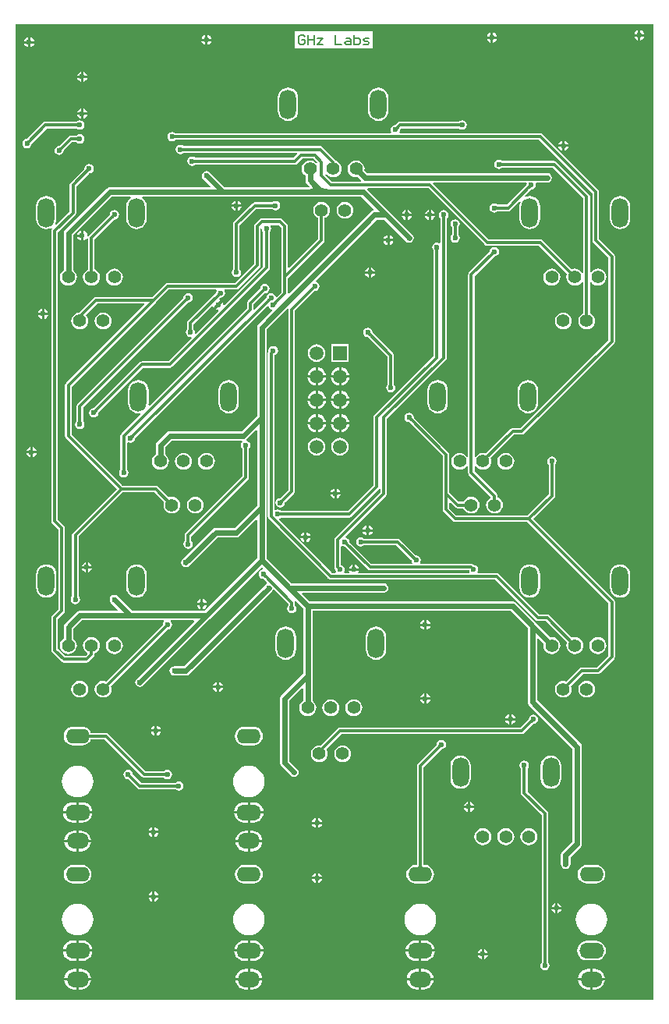
<source format=gtl>
G04 Layer_Physical_Order=1*
G04 Layer_Color=255*
%FSAX44Y44*%
%MOMM*%
G71*
G01*
G75*
%ADD10C,0.3000*%
%ADD11C,0.6000*%
%ADD12C,0.2000*%
%ADD13C,1.5000*%
%ADD14R,1.5000X1.5000*%
%ADD15C,1.4000*%
%ADD16O,2.7000X1.7000*%
%ADD17O,2.6000X1.6000*%
%ADD18O,2.4000X1.7000*%
%ADD19C,1.4224*%
%ADD20O,1.8000X3.2000*%
%ADD21O,1.8000X3.1999*%
%ADD22C,0.6000*%
G36*
X01694941Y01003059D02*
X01003059D01*
Y02061941D01*
X01694941D01*
Y01003059D01*
D02*
G37*
%LPC*%
G36*
X01681270Y02055396D02*
Y02051270D01*
X01685396D01*
X01685219Y02052162D01*
X01683994Y02053994D01*
X01682162Y02055219D01*
X01681270Y02055396D01*
D02*
G37*
G36*
X01678730D02*
X01677838Y02055219D01*
X01676006Y02053994D01*
X01674781Y02052162D01*
X01674604Y02051270D01*
X01678730D01*
Y02055396D01*
D02*
G37*
G36*
X01521270Y02052896D02*
Y02048770D01*
X01525396D01*
X01525219Y02049662D01*
X01523994Y02051494D01*
X01522162Y02052719D01*
X01521270Y02052896D01*
D02*
G37*
G36*
X01518730D02*
X01517838Y02052719D01*
X01516006Y02051494D01*
X01514781Y02049662D01*
X01514604Y02048770D01*
X01518730D01*
Y02052896D01*
D02*
G37*
G36*
X01211270Y02050396D02*
Y02046270D01*
X01215396D01*
X01215219Y02047162D01*
X01213994Y02048994D01*
X01212162Y02050219D01*
X01211270Y02050396D01*
D02*
G37*
G36*
X01208730D02*
X01207838Y02050219D01*
X01206006Y02048994D01*
X01204781Y02047162D01*
X01204604Y02046270D01*
X01208730D01*
Y02050396D01*
D02*
G37*
G36*
X01685396Y02048730D02*
X01681270D01*
Y02044604D01*
X01682162Y02044781D01*
X01683994Y02046006D01*
X01685219Y02047838D01*
X01685396Y02048730D01*
D02*
G37*
G36*
X01678730D02*
X01674604D01*
X01674781Y02047838D01*
X01676006Y02046006D01*
X01677838Y02044781D01*
X01678730Y02044604D01*
Y02048730D01*
D02*
G37*
G36*
X01018770Y02047896D02*
Y02043770D01*
X01022896D01*
X01022719Y02044662D01*
X01021494Y02046494D01*
X01019662Y02047719D01*
X01018770Y02047896D01*
D02*
G37*
G36*
X01016230D02*
X01015338Y02047719D01*
X01013506Y02046494D01*
X01012281Y02044662D01*
X01012104Y02043770D01*
X01016230D01*
Y02047896D01*
D02*
G37*
G36*
X01525396Y02046230D02*
X01521270D01*
Y02042104D01*
X01522162Y02042281D01*
X01523994Y02043506D01*
X01525219Y02045338D01*
X01525396Y02046230D01*
D02*
G37*
G36*
X01518730D02*
X01514604D01*
X01514781Y02045338D01*
X01516006Y02043506D01*
X01517838Y02042281D01*
X01518730Y02042104D01*
Y02046230D01*
D02*
G37*
G36*
X01215396Y02043730D02*
X01211270D01*
Y02039604D01*
X01212162Y02039781D01*
X01213994Y02041006D01*
X01215219Y02042838D01*
X01215396Y02043730D01*
D02*
G37*
G36*
X01208730D02*
X01204604D01*
X01204781Y02042838D01*
X01206006Y02041006D01*
X01207838Y02039781D01*
X01208730Y02039604D01*
Y02043730D01*
D02*
G37*
G36*
X01022896Y02041230D02*
X01018770D01*
Y02037104D01*
X01019662Y02037281D01*
X01021494Y02038506D01*
X01022719Y02040338D01*
X01022896Y02041230D01*
D02*
G37*
G36*
X01016230D02*
X01012104D01*
X01012281Y02040338D01*
X01013506Y02038506D01*
X01015338Y02037281D01*
X01016230Y02037104D01*
Y02041230D01*
D02*
G37*
G36*
X01390642Y02053997D02*
X01306000D01*
Y02036000D01*
X01390642D01*
Y02053997D01*
D02*
G37*
G36*
X01076270Y02010396D02*
Y02006270D01*
X01080396D01*
X01080219Y02007162D01*
X01078994Y02008994D01*
X01077162Y02010219D01*
X01076270Y02010396D01*
D02*
G37*
G36*
X01073730D02*
X01072838Y02010219D01*
X01071006Y02008994D01*
X01069781Y02007162D01*
X01069604Y02006270D01*
X01073730D01*
Y02010396D01*
D02*
G37*
G36*
X01080396Y02003730D02*
X01076270D01*
Y01999604D01*
X01077162Y01999781D01*
X01078994Y02001006D01*
X01080219Y02002838D01*
X01080396Y02003730D01*
D02*
G37*
G36*
X01073730D02*
X01069604D01*
X01069781Y02002838D01*
X01071006Y02001006D01*
X01072838Y01999781D01*
X01073730Y01999604D01*
Y02003730D01*
D02*
G37*
G36*
X01076270Y01970396D02*
Y01966270D01*
X01080396D01*
X01080219Y01967162D01*
X01078994Y01968994D01*
X01077162Y01970219D01*
X01076270Y01970396D01*
D02*
G37*
G36*
X01073730D02*
X01072838Y01970219D01*
X01071006Y01968994D01*
X01069781Y01967162D01*
X01069604Y01966270D01*
X01073730D01*
Y01970396D01*
D02*
G37*
G36*
X01080396Y01963730D02*
X01076270D01*
Y01959604D01*
X01077162Y01959781D01*
X01078994Y01961006D01*
X01080219Y01962838D01*
X01080396Y01963730D01*
D02*
G37*
G36*
X01073730D02*
X01069604D01*
X01069781Y01962838D01*
X01071006Y01961006D01*
X01072838Y01959781D01*
X01073730Y01959604D01*
Y01963730D01*
D02*
G37*
G36*
X01396500Y01993094D02*
X01393628Y01992716D01*
X01390952Y01991608D01*
X01388655Y01989845D01*
X01386891Y01987547D01*
X01385783Y01984871D01*
X01385405Y01981999D01*
Y01968000D01*
X01385783Y01965129D01*
X01386891Y01962453D01*
X01388655Y01960155D01*
X01390952Y01958392D01*
X01393628Y01957284D01*
X01396500Y01956906D01*
X01399372Y01957284D01*
X01402047Y01958392D01*
X01404345Y01960155D01*
X01406109Y01962453D01*
X01407217Y01965129D01*
X01407595Y01968000D01*
Y01981999D01*
X01407217Y01984871D01*
X01406109Y01987547D01*
X01404345Y01989845D01*
X01402047Y01991608D01*
X01399372Y01992716D01*
X01396500Y01993094D01*
D02*
G37*
G36*
X01298500Y01993095D02*
X01295628Y01992717D01*
X01292953Y01991608D01*
X01290655Y01989845D01*
X01288891Y01987547D01*
X01287783Y01984872D01*
X01287405Y01982000D01*
Y01968000D01*
X01287783Y01965128D01*
X01288891Y01962453D01*
X01290655Y01960155D01*
X01292953Y01958392D01*
X01295628Y01957283D01*
X01298500Y01956905D01*
X01301372Y01957283D01*
X01304048Y01958392D01*
X01306345Y01960155D01*
X01308109Y01962453D01*
X01309217Y01965128D01*
X01309595Y01968000D01*
Y01982000D01*
X01309217Y01984872D01*
X01308109Y01987547D01*
X01306345Y01989845D01*
X01304048Y01991608D01*
X01301372Y01992717D01*
X01298500Y01993095D01*
D02*
G37*
G36*
X01487500Y01957598D02*
X01485549Y01957210D01*
X01483895Y01956105D01*
X01483894Y01956104D01*
X01483872Y01956098D01*
X01483757Y01956080D01*
X01483623Y01956069D01*
X01420000D01*
X01418634Y01955797D01*
X01417477Y01955023D01*
X01415187Y01952734D01*
X01415136Y01952692D01*
X01415021Y01952610D01*
X01415002Y01952598D01*
X01415000Y01952598D01*
X01413049Y01952210D01*
X01411395Y01951105D01*
X01410290Y01949451D01*
X01409902Y01947500D01*
X01410290Y01945549D01*
X01410765Y01944839D01*
X01410086Y01943569D01*
X01176333D01*
X01176267Y01943576D01*
X01176128Y01943598D01*
X01176106Y01943604D01*
X01176105Y01943605D01*
X01174451Y01944710D01*
X01172500Y01945098D01*
X01170549Y01944710D01*
X01168895Y01943605D01*
X01167790Y01941951D01*
X01167402Y01940000D01*
X01167790Y01938049D01*
X01168895Y01936395D01*
X01170549Y01935290D01*
X01172500Y01934902D01*
X01174451Y01935290D01*
X01176105Y01936395D01*
X01176106Y01936397D01*
X01176128Y01936402D01*
X01176243Y01936420D01*
X01176376Y01936431D01*
X01571022D01*
X01628931Y01878522D01*
Y01827500D01*
X01629203Y01826134D01*
X01629977Y01824977D01*
X01646431Y01808522D01*
Y01718978D01*
X01551022Y01623569D01*
X01542500D01*
X01541134Y01623297D01*
X01539977Y01622523D01*
X01513405Y01595952D01*
X01512379Y01596378D01*
X01510000Y01596691D01*
X01507621Y01596378D01*
X01505405Y01595459D01*
X01503501Y01593999D01*
X01502339Y01592484D01*
X01501069Y01592915D01*
Y01788522D01*
X01522313Y01809766D01*
X01522364Y01809808D01*
X01522479Y01809890D01*
X01522498Y01809902D01*
X01522500Y01809902D01*
X01524451Y01810290D01*
X01526105Y01811395D01*
X01527210Y01813049D01*
X01527598Y01815000D01*
X01527210Y01816951D01*
X01526105Y01818605D01*
X01524451Y01819710D01*
X01522500Y01820098D01*
X01520549Y01819710D01*
X01518895Y01818605D01*
X01517790Y01816951D01*
X01517402Y01815000D01*
X01517402Y01814998D01*
X01517390Y01814979D01*
X01517322Y01814884D01*
X01517236Y01814782D01*
X01494977Y01792523D01*
X01494203Y01791366D01*
X01493931Y01790000D01*
Y01592913D01*
X01492661Y01592482D01*
X01491498Y01593999D01*
X01489594Y01595459D01*
X01487377Y01596378D01*
X01484999Y01596691D01*
X01482620Y01596378D01*
X01480403Y01595459D01*
X01478500Y01593999D01*
X01477039Y01592095D01*
X01476121Y01589879D01*
X01475808Y01587500D01*
X01476121Y01585121D01*
X01477039Y01582905D01*
X01478500Y01581001D01*
X01480403Y01579541D01*
X01482620Y01578623D01*
X01484999Y01578309D01*
X01487377Y01578623D01*
X01489594Y01579541D01*
X01491498Y01581001D01*
X01492661Y01582518D01*
X01493931Y01582087D01*
Y01575000D01*
X01494203Y01573634D01*
X01494977Y01572477D01*
X01518201Y01549252D01*
X01518180Y01548527D01*
X01517954Y01547703D01*
X01516281Y01546419D01*
X01514839Y01544539D01*
X01513932Y01542350D01*
X01513622Y01540000D01*
X01513932Y01537650D01*
X01514839Y01535461D01*
X01516281Y01533581D01*
X01518161Y01532139D01*
X01520350Y01531232D01*
X01522700Y01530922D01*
X01525049Y01531232D01*
X01527239Y01532139D01*
X01529119Y01533581D01*
X01530562Y01535461D01*
X01531468Y01537650D01*
X01531778Y01540000D01*
X01531468Y01542350D01*
X01530562Y01544539D01*
X01529119Y01546419D01*
X01527239Y01547861D01*
X01526269Y01548263D01*
Y01549800D01*
X01525997Y01551166D01*
X01525223Y01552323D01*
X01501069Y01576478D01*
Y01582085D01*
X01502339Y01582516D01*
X01503501Y01581001D01*
X01505405Y01579541D01*
X01507621Y01578623D01*
X01510000Y01578309D01*
X01512379Y01578623D01*
X01514595Y01579541D01*
X01516499Y01581001D01*
X01517959Y01582905D01*
X01518878Y01585121D01*
X01519191Y01587500D01*
X01518878Y01589879D01*
X01518452Y01590905D01*
X01543978Y01616431D01*
X01552500D01*
X01553866Y01616703D01*
X01555023Y01617477D01*
X01652523Y01714977D01*
X01653297Y01716134D01*
X01653569Y01717500D01*
Y01810000D01*
X01653297Y01811366D01*
X01652523Y01812523D01*
X01636069Y01828978D01*
Y01880000D01*
X01635797Y01881366D01*
X01635023Y01882523D01*
X01575023Y01942523D01*
X01573866Y01943297D01*
X01572500Y01943569D01*
X01419914D01*
X01419235Y01944839D01*
X01419710Y01945549D01*
X01420098Y01947500D01*
X01420098Y01947502D01*
X01420110Y01947521D01*
X01420178Y01947616D01*
X01420264Y01947718D01*
X01421478Y01948931D01*
X01483667D01*
X01483732Y01948924D01*
X01483872Y01948902D01*
X01483894Y01948897D01*
X01483895Y01948895D01*
X01485549Y01947790D01*
X01487500Y01947402D01*
X01489451Y01947790D01*
X01491105Y01948895D01*
X01492210Y01950549D01*
X01492598Y01952500D01*
X01492210Y01954451D01*
X01491105Y01956105D01*
X01489451Y01957210D01*
X01487500Y01957598D01*
D02*
G37*
G36*
X01072500D02*
X01070549Y01957210D01*
X01068895Y01956105D01*
X01068894Y01956104D01*
X01068872Y01956098D01*
X01068757Y01956080D01*
X01068624Y01956069D01*
X01035000D01*
X01033634Y01955797D01*
X01032477Y01955023D01*
X01015187Y01937734D01*
X01015136Y01937692D01*
X01015021Y01937610D01*
X01015002Y01937598D01*
X01015000Y01937598D01*
X01013049Y01937210D01*
X01011395Y01936105D01*
X01010290Y01934451D01*
X01009902Y01932500D01*
X01010290Y01930549D01*
X01011395Y01928895D01*
X01013049Y01927790D01*
X01015000Y01927402D01*
X01016951Y01927790D01*
X01018605Y01928895D01*
X01019710Y01930549D01*
X01020098Y01932500D01*
X01020098Y01932502D01*
X01020110Y01932521D01*
X01020178Y01932616D01*
X01020265Y01932718D01*
X01036478Y01948931D01*
X01068667D01*
X01068733Y01948924D01*
X01068872Y01948902D01*
X01068894Y01948897D01*
X01068895Y01948895D01*
X01070549Y01947790D01*
X01072500Y01947402D01*
X01074451Y01947790D01*
X01076105Y01948895D01*
X01077210Y01950549D01*
X01077598Y01952500D01*
X01077210Y01954451D01*
X01076105Y01956105D01*
X01074451Y01957210D01*
X01072500Y01957598D01*
D02*
G37*
G36*
X01072500Y01942598D02*
X01070549Y01942210D01*
X01068895Y01941105D01*
X01068894Y01941104D01*
X01068872Y01941098D01*
X01068757Y01941080D01*
X01068623Y01941069D01*
X01062500D01*
X01061134Y01940797D01*
X01059977Y01940023D01*
X01050187Y01930234D01*
X01050136Y01930192D01*
X01050021Y01930110D01*
X01050002Y01930098D01*
X01050000Y01930098D01*
X01048049Y01929710D01*
X01046395Y01928605D01*
X01045290Y01926951D01*
X01044902Y01925000D01*
X01045290Y01923049D01*
X01046395Y01921395D01*
X01048049Y01920290D01*
X01050000Y01919902D01*
X01051951Y01920290D01*
X01053605Y01921395D01*
X01054710Y01923049D01*
X01055098Y01925000D01*
X01055098Y01925002D01*
X01055110Y01925021D01*
X01055178Y01925116D01*
X01055265Y01925218D01*
X01063978Y01933931D01*
X01068667D01*
X01068733Y01933924D01*
X01068872Y01933902D01*
X01068894Y01933897D01*
X01068895Y01933895D01*
X01070549Y01932790D01*
X01072500Y01932402D01*
X01074451Y01932790D01*
X01076105Y01933895D01*
X01077210Y01935549D01*
X01077598Y01937500D01*
X01077210Y01939451D01*
X01076105Y01941105D01*
X01074451Y01942210D01*
X01072500Y01942598D01*
D02*
G37*
G36*
X01598770Y01935396D02*
Y01931270D01*
X01602896D01*
X01602719Y01932162D01*
X01601494Y01933994D01*
X01599662Y01935219D01*
X01598770Y01935396D01*
D02*
G37*
G36*
X01596230D02*
X01595338Y01935219D01*
X01593506Y01933994D01*
X01592281Y01932162D01*
X01592104Y01931270D01*
X01596230D01*
Y01935396D01*
D02*
G37*
G36*
X01602896Y01928730D02*
X01598770D01*
Y01924604D01*
X01599662Y01924781D01*
X01601494Y01926006D01*
X01602719Y01927838D01*
X01602896Y01928730D01*
D02*
G37*
G36*
X01596230D02*
X01592104D01*
X01592281Y01927838D01*
X01593506Y01926006D01*
X01595338Y01924781D01*
X01596230Y01924604D01*
Y01928730D01*
D02*
G37*
G36*
X01181548Y01931050D02*
X01179597Y01930662D01*
X01177943Y01929557D01*
X01176838Y01927903D01*
X01176450Y01925952D01*
X01176838Y01924001D01*
X01177943Y01922348D01*
X01179597Y01921242D01*
X01181548Y01920854D01*
X01183499Y01921242D01*
X01185153Y01922348D01*
X01185153Y01922349D01*
X01185176Y01922354D01*
X01185291Y01922373D01*
X01185424Y01922384D01*
X01308178D01*
X01308664Y01921210D01*
X01304274Y01916821D01*
X01198081D01*
X01198015Y01916828D01*
X01197876Y01916851D01*
X01197853Y01916856D01*
X01197852Y01916857D01*
X01196199Y01917962D01*
X01194248Y01918350D01*
X01192297Y01917962D01*
X01190643Y01916857D01*
X01189538Y01915203D01*
X01189150Y01913252D01*
X01189538Y01911301D01*
X01190643Y01909648D01*
X01192297Y01908542D01*
X01194248Y01908154D01*
X01196199Y01908542D01*
X01197852Y01909648D01*
X01197853Y01909649D01*
X01197876Y01909654D01*
X01197991Y01909673D01*
X01198124Y01909684D01*
X01305752D01*
X01307118Y01909955D01*
X01308276Y01910729D01*
X01313978Y01916431D01*
X01326022D01*
X01330885Y01911569D01*
X01330807Y01911227D01*
X01329436Y01910927D01*
X01328997Y01911499D01*
X01327094Y01912959D01*
X01324877Y01913878D01*
X01322499Y01914191D01*
X01320120Y01913878D01*
X01317903Y01912959D01*
X01316000Y01911499D01*
X01314539Y01909595D01*
X01313621Y01907379D01*
X01313308Y01905000D01*
X01313621Y01902621D01*
X01314539Y01900405D01*
X01316000Y01898501D01*
X01317401Y01897426D01*
Y01892501D01*
X01317789Y01890550D01*
X01318894Y01888896D01*
X01321519Y01886271D01*
X01321033Y01885098D01*
X01229612D01*
X01213605Y01901105D01*
X01211951Y01902210D01*
X01210000Y01902598D01*
X01208049Y01902210D01*
X01206395Y01901105D01*
X01205290Y01899451D01*
X01204902Y01897500D01*
X01205290Y01895549D01*
X01206395Y01893895D01*
X01214019Y01886271D01*
X01213533Y01885098D01*
X01105000D01*
X01103049Y01884710D01*
X01101395Y01883605D01*
X01056394Y01838604D01*
X01055289Y01836950D01*
X01054901Y01834999D01*
Y01795074D01*
X01053500Y01793999D01*
X01052039Y01792095D01*
X01051121Y01789879D01*
X01050808Y01787500D01*
X01051121Y01785121D01*
X01052039Y01782905D01*
X01053500Y01781001D01*
X01055404Y01779541D01*
X01057620Y01778623D01*
X01059999Y01778309D01*
X01062377Y01778623D01*
X01064594Y01779541D01*
X01066498Y01781001D01*
X01067958Y01782905D01*
X01068876Y01785121D01*
X01069189Y01787500D01*
X01068876Y01789879D01*
X01067958Y01792095D01*
X01066498Y01793999D01*
X01065097Y01795074D01*
Y01832887D01*
X01107112Y01874902D01*
X01127401D01*
X01127832Y01873632D01*
X01126155Y01872345D01*
X01124392Y01870047D01*
X01123283Y01867371D01*
X01122905Y01864499D01*
Y01850500D01*
X01123283Y01847629D01*
X01124392Y01844953D01*
X01126155Y01842655D01*
X01128453Y01840892D01*
X01131128Y01839784D01*
X01134000Y01839406D01*
X01136872Y01839784D01*
X01139548Y01840892D01*
X01141845Y01842655D01*
X01143608Y01844953D01*
X01144717Y01847629D01*
X01145095Y01850500D01*
Y01864499D01*
X01144717Y01867371D01*
X01143608Y01870047D01*
X01141845Y01872345D01*
X01140167Y01873632D01*
X01140599Y01874902D01*
X01377888D01*
X01391581Y01861210D01*
X01391162Y01859832D01*
X01390549Y01859710D01*
X01388895Y01858605D01*
X01299839Y01769548D01*
X01298569Y01770074D01*
Y01786022D01*
X01337323Y01824777D01*
X01338097Y01825934D01*
X01338369Y01827300D01*
Y01851737D01*
X01339339Y01852139D01*
X01341219Y01853581D01*
X01342661Y01855461D01*
X01343568Y01857650D01*
X01343878Y01860000D01*
X01343568Y01862350D01*
X01342661Y01864539D01*
X01341219Y01866419D01*
X01339339Y01867861D01*
X01337150Y01868768D01*
X01334800Y01869078D01*
X01332451Y01868768D01*
X01330261Y01867861D01*
X01328381Y01866419D01*
X01326938Y01864539D01*
X01326032Y01862350D01*
X01325722Y01860000D01*
X01326032Y01857650D01*
X01326938Y01855461D01*
X01328381Y01853581D01*
X01330261Y01852139D01*
X01331231Y01851737D01*
Y01828778D01*
X01299742Y01797289D01*
X01298569Y01797775D01*
Y01842500D01*
X01298297Y01843866D01*
X01297523Y01845023D01*
X01292523Y01850023D01*
X01291366Y01850797D01*
X01290000Y01851069D01*
X01270000D01*
X01268634Y01850797D01*
X01267477Y01850023D01*
X01262477Y01845023D01*
X01261703Y01843866D01*
X01261431Y01842500D01*
Y01801478D01*
X01241022Y01781069D01*
X01167500D01*
X01166134Y01780797D01*
X01164977Y01780023D01*
X01151022Y01766069D01*
X01090000D01*
X01088634Y01765797D01*
X01087477Y01765023D01*
X01071414Y01748961D01*
X01069950Y01748768D01*
X01067761Y01747861D01*
X01065881Y01746419D01*
X01064438Y01744539D01*
X01063532Y01742350D01*
X01063222Y01740000D01*
X01063532Y01737650D01*
X01064438Y01735461D01*
X01065881Y01733581D01*
X01067761Y01732139D01*
X01069950Y01731232D01*
X01072300Y01730922D01*
X01074650Y01731232D01*
X01076839Y01732139D01*
X01078719Y01733581D01*
X01080161Y01735461D01*
X01081068Y01737650D01*
X01081378Y01740000D01*
X01081068Y01742350D01*
X01080161Y01744539D01*
X01078826Y01746279D01*
X01091478Y01758931D01*
X01142225D01*
X01142711Y01757758D01*
X01057477Y01672523D01*
X01056703Y01671366D01*
X01056431Y01670000D01*
Y01615000D01*
X01056703Y01613634D01*
X01057477Y01612477D01*
X01112453Y01557500D01*
X01064977Y01510023D01*
X01064203Y01508866D01*
X01063931Y01507500D01*
Y01441333D01*
X01063924Y01441268D01*
X01063902Y01441128D01*
X01063897Y01441106D01*
X01063895Y01441105D01*
X01062790Y01439451D01*
X01062402Y01437500D01*
X01062790Y01435549D01*
X01063895Y01433895D01*
X01065549Y01432790D01*
X01067500Y01432402D01*
X01069451Y01432790D01*
X01071105Y01433895D01*
X01072210Y01435549D01*
X01072598Y01437500D01*
X01072210Y01439451D01*
X01071105Y01441105D01*
X01071103Y01441106D01*
X01071098Y01441128D01*
X01071080Y01441243D01*
X01071069Y01441376D01*
Y01506022D01*
X01118978Y01553931D01*
X01153322D01*
X01163934Y01543320D01*
X01163532Y01542350D01*
X01163222Y01540000D01*
X01163532Y01537650D01*
X01164438Y01535461D01*
X01165881Y01533581D01*
X01167761Y01532139D01*
X01169950Y01531232D01*
X01172300Y01530922D01*
X01174650Y01531232D01*
X01176839Y01532139D01*
X01178719Y01533581D01*
X01180161Y01535461D01*
X01181068Y01537650D01*
X01181378Y01540000D01*
X01181068Y01542350D01*
X01180161Y01544539D01*
X01178719Y01546419D01*
X01176839Y01547861D01*
X01174650Y01548768D01*
X01172300Y01549078D01*
X01169950Y01548768D01*
X01168980Y01548366D01*
X01157323Y01560023D01*
X01156166Y01560797D01*
X01154800Y01561069D01*
X01118978D01*
X01063569Y01616478D01*
Y01668522D01*
X01155023Y01759977D01*
X01168978Y01773931D01*
X01220086D01*
X01220765Y01772661D01*
X01220290Y01771951D01*
X01219902Y01770000D01*
X01219902Y01769998D01*
X01219890Y01769979D01*
X01219822Y01769884D01*
X01219735Y01769782D01*
X01189977Y01740023D01*
X01189203Y01738866D01*
X01188931Y01737500D01*
Y01731333D01*
X01188924Y01731268D01*
X01188902Y01731128D01*
X01188897Y01731106D01*
X01188895Y01731105D01*
X01187790Y01729451D01*
X01187402Y01727500D01*
X01187790Y01725549D01*
X01188895Y01723895D01*
X01190549Y01722790D01*
X01192500Y01722402D01*
X01193198Y01722541D01*
X01193824Y01721371D01*
X01168522Y01696069D01*
X01140000D01*
X01138634Y01695797D01*
X01137477Y01695023D01*
X01087687Y01645234D01*
X01087636Y01645192D01*
X01087521Y01645110D01*
X01087502Y01645098D01*
X01087500Y01645098D01*
X01085549Y01644710D01*
X01083895Y01643605D01*
X01082790Y01641951D01*
X01082402Y01640000D01*
X01082790Y01638049D01*
X01083895Y01636395D01*
X01085549Y01635290D01*
X01087500Y01634902D01*
X01089451Y01635290D01*
X01091105Y01636395D01*
X01092210Y01638049D01*
X01092598Y01640000D01*
X01092598Y01640002D01*
X01092610Y01640021D01*
X01092678Y01640116D01*
X01092765Y01640218D01*
X01141478Y01688931D01*
X01170000D01*
X01171366Y01689203D01*
X01172523Y01689977D01*
X01277523Y01794977D01*
X01278297Y01796134D01*
X01278569Y01797500D01*
Y01836167D01*
X01278576Y01836232D01*
X01278598Y01836372D01*
X01278603Y01836394D01*
X01278605Y01836395D01*
X01279710Y01838049D01*
X01280098Y01840000D01*
X01279710Y01841951D01*
X01279235Y01842661D01*
X01279914Y01843931D01*
X01288522D01*
X01291431Y01841022D01*
Y01787500D01*
Y01770978D01*
X01286237Y01765784D01*
X01284859Y01766202D01*
X01284710Y01766951D01*
X01283605Y01768605D01*
X01281951Y01769710D01*
X01280000Y01770098D01*
X01278049Y01769710D01*
X01276395Y01768605D01*
X01275290Y01766951D01*
X01274902Y01765000D01*
X01274902Y01764998D01*
X01274890Y01764979D01*
X01274822Y01764884D01*
X01274736Y01764782D01*
X01262296Y01752343D01*
X01262143Y01752362D01*
X01261069Y01752911D01*
Y01757772D01*
X01273063Y01769766D01*
X01273114Y01769808D01*
X01273229Y01769890D01*
X01273248Y01769902D01*
X01273250Y01769902D01*
X01275201Y01770290D01*
X01276855Y01771395D01*
X01277960Y01773049D01*
X01278348Y01775000D01*
X01277960Y01776951D01*
X01276855Y01778605D01*
X01275201Y01779710D01*
X01273250Y01780098D01*
X01271299Y01779710D01*
X01269645Y01778605D01*
X01268540Y01776951D01*
X01268152Y01775000D01*
X01268152Y01774998D01*
X01268140Y01774979D01*
X01268072Y01774884D01*
X01267986Y01774782D01*
X01254977Y01761773D01*
X01254203Y01760616D01*
X01253931Y01759250D01*
Y01753978D01*
X01148061Y01648108D01*
X01146858Y01648701D01*
X01147095Y01650500D01*
Y01664500D01*
X01146717Y01667372D01*
X01145609Y01670047D01*
X01143845Y01672345D01*
X01141547Y01674108D01*
X01138872Y01675217D01*
X01136000Y01675595D01*
X01133128Y01675217D01*
X01130452Y01674108D01*
X01128155Y01672345D01*
X01126392Y01670047D01*
X01125283Y01667372D01*
X01124905Y01664500D01*
Y01650500D01*
X01125283Y01647628D01*
X01126392Y01644952D01*
X01128155Y01642655D01*
X01130452Y01640891D01*
X01133128Y01639783D01*
X01136000Y01639405D01*
X01137799Y01639642D01*
X01138392Y01638439D01*
X01117477Y01617523D01*
X01116703Y01616366D01*
X01116431Y01615000D01*
Y01578833D01*
X01116424Y01578768D01*
X01116402Y01578628D01*
X01116396Y01578606D01*
X01116395Y01578605D01*
X01115290Y01576951D01*
X01114902Y01575000D01*
X01115290Y01573049D01*
X01116395Y01571395D01*
X01118049Y01570290D01*
X01120000Y01569902D01*
X01121951Y01570290D01*
X01123605Y01571395D01*
X01124710Y01573049D01*
X01125098Y01575000D01*
X01124710Y01576951D01*
X01123605Y01578605D01*
X01123603Y01578606D01*
X01123598Y01578628D01*
X01123580Y01578743D01*
X01123569Y01578876D01*
Y01607586D01*
X01124839Y01608265D01*
X01125549Y01607790D01*
X01127500Y01607402D01*
X01129451Y01607790D01*
X01131105Y01608895D01*
X01132210Y01610549D01*
X01132598Y01612500D01*
X01132598Y01612502D01*
X01132610Y01612521D01*
X01132678Y01612616D01*
X01132765Y01612718D01*
X01276263Y01756216D01*
X01277641Y01755798D01*
X01277790Y01755049D01*
X01278895Y01753395D01*
X01280549Y01752290D01*
X01280922Y01752216D01*
X01281291Y01751001D01*
X01266395Y01736105D01*
X01265290Y01734451D01*
X01264902Y01732500D01*
Y01637112D01*
X01247888Y01620098D01*
X01170000D01*
X01168049Y01619710D01*
X01166395Y01618605D01*
X01156394Y01608604D01*
X01155289Y01606950D01*
X01154901Y01604999D01*
Y01595074D01*
X01153500Y01593999D01*
X01152039Y01592095D01*
X01151121Y01589879D01*
X01150808Y01587500D01*
X01151121Y01585121D01*
X01152039Y01582905D01*
X01153500Y01581001D01*
X01155404Y01579541D01*
X01157620Y01578623D01*
X01159999Y01578309D01*
X01162377Y01578623D01*
X01164594Y01579541D01*
X01166497Y01581001D01*
X01167958Y01582905D01*
X01168876Y01585121D01*
X01169189Y01587500D01*
X01168876Y01589879D01*
X01167958Y01592095D01*
X01166497Y01593999D01*
X01165097Y01595074D01*
Y01602887D01*
X01172112Y01609902D01*
X01248551D01*
X01248936Y01608632D01*
X01248895Y01608605D01*
X01247790Y01606951D01*
X01247402Y01605000D01*
X01247790Y01603049D01*
X01248895Y01601395D01*
X01248897Y01601394D01*
X01248902Y01601372D01*
X01248920Y01601257D01*
X01248931Y01601123D01*
Y01571478D01*
X01187477Y01510023D01*
X01186703Y01508866D01*
X01186431Y01507500D01*
Y01501333D01*
X01186424Y01501268D01*
X01186402Y01501128D01*
X01186397Y01501106D01*
X01186395Y01501105D01*
X01185290Y01499451D01*
X01184902Y01497500D01*
X01185290Y01495549D01*
X01186395Y01493895D01*
X01188049Y01492790D01*
X01190000Y01492402D01*
X01191951Y01492790D01*
X01193605Y01493895D01*
X01194710Y01495549D01*
X01195098Y01497500D01*
X01194710Y01499451D01*
X01193605Y01501105D01*
X01193604Y01501106D01*
X01193598Y01501128D01*
X01193580Y01501243D01*
X01193569Y01501377D01*
Y01506022D01*
X01255023Y01567477D01*
X01255797Y01568634D01*
X01256069Y01570000D01*
Y01601167D01*
X01256076Y01601232D01*
X01256098Y01601372D01*
X01256104Y01601394D01*
X01256105Y01601395D01*
X01257210Y01603049D01*
X01257598Y01605000D01*
X01257210Y01606951D01*
X01256105Y01608605D01*
X01254451Y01609710D01*
X01253617Y01609876D01*
X01253349Y01611224D01*
X01253605Y01611395D01*
X01263729Y01621519D01*
X01264902Y01621033D01*
Y01539612D01*
X01240388Y01515098D01*
X01220000D01*
X01218049Y01514710D01*
X01216395Y01513605D01*
X01183895Y01481105D01*
X01182790Y01479451D01*
X01182402Y01477500D01*
X01182790Y01475549D01*
X01183895Y01473895D01*
X01185549Y01472790D01*
X01187500Y01472402D01*
X01189451Y01472790D01*
X01191105Y01473895D01*
X01222112Y01504902D01*
X01242500D01*
X01244451Y01505290D01*
X01246105Y01506395D01*
X01263729Y01524019D01*
X01264902Y01523533D01*
Y01482112D01*
X01207888Y01425098D01*
X01129612D01*
X01113605Y01441105D01*
X01111951Y01442210D01*
X01110000Y01442598D01*
X01108049Y01442210D01*
X01106395Y01441105D01*
X01105290Y01439451D01*
X01104902Y01437500D01*
X01105290Y01435549D01*
X01106395Y01433895D01*
X01114019Y01426271D01*
X01113533Y01425098D01*
X01072500D01*
X01070549Y01424710D01*
X01068895Y01423605D01*
X01056394Y01411104D01*
X01055289Y01409450D01*
X01054901Y01407499D01*
Y01395074D01*
X01053500Y01393999D01*
X01052039Y01392095D01*
X01051121Y01389879D01*
X01050808Y01387500D01*
X01051121Y01385121D01*
X01052039Y01382905D01*
X01053500Y01381001D01*
X01055404Y01379541D01*
X01057620Y01378623D01*
X01059999Y01378309D01*
X01062377Y01378623D01*
X01064594Y01379541D01*
X01066498Y01381001D01*
X01067958Y01382905D01*
X01068876Y01385121D01*
X01069189Y01387500D01*
X01068876Y01389879D01*
X01067958Y01392095D01*
X01066498Y01393999D01*
X01065097Y01395074D01*
Y01405387D01*
X01074612Y01414902D01*
X01163551D01*
X01163936Y01413632D01*
X01163895Y01413605D01*
X01162790Y01411951D01*
X01162402Y01410000D01*
X01162444Y01409790D01*
X01101020Y01348366D01*
X01100050Y01348768D01*
X01097700Y01349078D01*
X01095350Y01348768D01*
X01093161Y01347861D01*
X01091281Y01346419D01*
X01089838Y01344539D01*
X01088932Y01342350D01*
X01088622Y01340000D01*
X01088932Y01337650D01*
X01089838Y01335461D01*
X01091281Y01333581D01*
X01093161Y01332139D01*
X01095350Y01331232D01*
X01097700Y01330922D01*
X01100050Y01331232D01*
X01102239Y01332139D01*
X01104119Y01333581D01*
X01105561Y01335461D01*
X01106468Y01337650D01*
X01106778Y01340000D01*
X01106468Y01342350D01*
X01106066Y01343320D01*
X01167686Y01404939D01*
X01169451Y01405290D01*
X01171105Y01406395D01*
X01172210Y01408049D01*
X01172598Y01410000D01*
X01172210Y01411951D01*
X01171105Y01413605D01*
X01171064Y01413632D01*
X01171449Y01414902D01*
X01196033D01*
X01196519Y01413729D01*
X01133895Y01351105D01*
X01132790Y01349451D01*
X01132402Y01347500D01*
X01132790Y01345549D01*
X01133895Y01343895D01*
X01135549Y01342790D01*
X01137500Y01342402D01*
X01139451Y01342790D01*
X01141105Y01343895D01*
X01213605Y01416395D01*
X01270000Y01472790D01*
X01271447Y01471343D01*
X01271028Y01469966D01*
X01269742Y01469710D01*
X01268088Y01468605D01*
X01266982Y01466951D01*
X01266594Y01465000D01*
X01266982Y01463049D01*
X01268088Y01461395D01*
X01269742Y01460290D01*
X01271692Y01459902D01*
X01271694Y01459902D01*
X01271713Y01459890D01*
X01271808Y01459822D01*
X01271910Y01459736D01*
X01275708Y01455938D01*
X01275304Y01454546D01*
X01273895Y01453605D01*
X01185388Y01365098D01*
X01175000D01*
X01173049Y01364710D01*
X01171395Y01363605D01*
X01170290Y01361951D01*
X01169902Y01360000D01*
X01170290Y01358049D01*
X01171395Y01356395D01*
X01173049Y01355290D01*
X01175000Y01354902D01*
X01187500D01*
X01189451Y01355290D01*
X01191105Y01356395D01*
X01281105Y01446395D01*
X01282046Y01447804D01*
X01283438Y01448208D01*
X01298931Y01432714D01*
Y01431333D01*
X01298924Y01431267D01*
X01298902Y01431128D01*
X01298897Y01431106D01*
X01298895Y01431105D01*
X01297790Y01429451D01*
X01297402Y01427500D01*
X01297790Y01425549D01*
X01298895Y01423895D01*
X01300549Y01422790D01*
X01302500Y01422402D01*
X01304451Y01422790D01*
X01306105Y01423895D01*
X01307210Y01425549D01*
X01307598Y01427500D01*
X01307210Y01429451D01*
X01306105Y01431105D01*
X01306104Y01431106D01*
X01306098Y01431128D01*
X01306080Y01431243D01*
X01306069Y01431376D01*
Y01434192D01*
X01305887Y01435108D01*
X01307057Y01435733D01*
X01314901Y01427890D01*
Y01357110D01*
X01291395Y01333605D01*
X01290290Y01331951D01*
X01289902Y01330000D01*
Y01260000D01*
X01290290Y01258049D01*
X01291395Y01256395D01*
X01301395Y01246395D01*
X01303049Y01245290D01*
X01305000Y01244902D01*
X01306951Y01245290D01*
X01308605Y01246395D01*
X01309710Y01248049D01*
X01310098Y01250000D01*
X01309710Y01251951D01*
X01308605Y01253605D01*
X01300098Y01262112D01*
Y01327888D01*
X01313728Y01341518D01*
X01314901Y01341032D01*
Y01327574D01*
X01313500Y01326499D01*
X01312039Y01324595D01*
X01311121Y01322379D01*
X01310808Y01320000D01*
X01311121Y01317621D01*
X01312039Y01315405D01*
X01313500Y01313501D01*
X01315403Y01312041D01*
X01317620Y01311123D01*
X01319999Y01310809D01*
X01322377Y01311123D01*
X01324594Y01312041D01*
X01326498Y01313501D01*
X01327958Y01315405D01*
X01328876Y01317621D01*
X01329189Y01320000D01*
X01328876Y01322379D01*
X01327958Y01324595D01*
X01326498Y01326499D01*
X01325097Y01327574D01*
Y01354999D01*
Y01424903D01*
X01540386D01*
X01558650Y01406639D01*
Y01326252D01*
X01559038Y01324301D01*
X01560143Y01322647D01*
X01607402Y01275388D01*
Y01174612D01*
X01596395Y01163605D01*
X01595290Y01161951D01*
X01594902Y01160000D01*
Y01150000D01*
X01595290Y01148049D01*
X01596395Y01146395D01*
X01598049Y01145290D01*
X01600000Y01144902D01*
X01601951Y01145290D01*
X01603605Y01146395D01*
X01604710Y01148049D01*
X01605098Y01150000D01*
Y01157888D01*
X01616105Y01168895D01*
X01617210Y01170549D01*
X01617598Y01172500D01*
Y01277500D01*
X01617210Y01279451D01*
X01616105Y01281105D01*
X01568846Y01328363D01*
Y01394784D01*
X01570020Y01395270D01*
X01576039Y01389251D01*
X01575808Y01387500D01*
X01576121Y01385121D01*
X01577039Y01382905D01*
X01578500Y01381001D01*
X01580403Y01379541D01*
X01582620Y01378623D01*
X01584999Y01378309D01*
X01587377Y01378623D01*
X01589594Y01379541D01*
X01591498Y01381001D01*
X01592958Y01382905D01*
X01593876Y01385121D01*
X01594189Y01387500D01*
X01593876Y01389879D01*
X01592958Y01392095D01*
X01591498Y01393999D01*
X01589594Y01395459D01*
X01587377Y01396378D01*
X01584999Y01396691D01*
X01583248Y01396460D01*
X01567353Y01412355D01*
X01567353Y01412355D01*
X01546102Y01433606D01*
X01544449Y01434711D01*
X01542498Y01435099D01*
X01322110D01*
X01313481Y01443729D01*
X01313967Y01444902D01*
X01402500D01*
X01404451Y01445290D01*
X01406105Y01446395D01*
X01407210Y01448049D01*
X01407598Y01450000D01*
X01407210Y01451951D01*
X01406105Y01453605D01*
X01404451Y01454710D01*
X01402500Y01455098D01*
X01302112D01*
X01275098Y01482112D01*
Y01537500D01*
Y01635000D01*
Y01730388D01*
X01297743Y01753033D01*
X01298763Y01752575D01*
X01298931Y01752426D01*
Y01556478D01*
X01290187Y01547734D01*
X01290136Y01547692D01*
X01290021Y01547610D01*
X01290002Y01547598D01*
X01290000Y01547598D01*
X01288049Y01547210D01*
X01286395Y01546105D01*
X01285290Y01544451D01*
X01284902Y01542500D01*
X01285290Y01540549D01*
X01286395Y01538895D01*
X01288049Y01537790D01*
X01290000Y01537402D01*
X01291951Y01537790D01*
X01293605Y01538895D01*
X01294710Y01540549D01*
X01295098Y01542500D01*
X01295098Y01542502D01*
X01295110Y01542521D01*
X01295178Y01542616D01*
X01295264Y01542718D01*
X01305023Y01552477D01*
X01305797Y01553634D01*
X01306069Y01555000D01*
Y01751022D01*
X01327313Y01772266D01*
X01327364Y01772308D01*
X01327479Y01772390D01*
X01327498Y01772402D01*
X01327500Y01772402D01*
X01329451Y01772790D01*
X01331105Y01773895D01*
X01332210Y01775549D01*
X01332598Y01777500D01*
X01332210Y01779451D01*
X01331105Y01781105D01*
X01329451Y01782210D01*
X01328838Y01782332D01*
X01328419Y01783710D01*
X01394612Y01849902D01*
X01402888D01*
X01426395Y01826395D01*
X01428049Y01825290D01*
X01430000Y01824902D01*
X01431951Y01825290D01*
X01433605Y01826395D01*
X01434710Y01828049D01*
X01435098Y01830000D01*
X01434710Y01831951D01*
X01433605Y01833605D01*
X01408605Y01858605D01*
X01408605Y01858605D01*
X01384548Y01882661D01*
X01385074Y01883931D01*
X01451022D01*
X01512477Y01822477D01*
X01513634Y01821703D01*
X01515000Y01821431D01*
X01571022D01*
X01601548Y01790905D01*
X01601122Y01789879D01*
X01600809Y01787500D01*
X01601122Y01785121D01*
X01602041Y01782905D01*
X01603501Y01781001D01*
X01605405Y01779541D01*
X01607621Y01778623D01*
X01610000Y01778309D01*
X01612379Y01778623D01*
X01614595Y01779541D01*
X01616499Y01781001D01*
X01617861Y01782777D01*
X01618292Y01782767D01*
X01619131Y01782417D01*
Y01748263D01*
X01618161Y01747861D01*
X01616281Y01746419D01*
X01614839Y01744539D01*
X01613932Y01742350D01*
X01613622Y01740000D01*
X01613932Y01737650D01*
X01614839Y01735461D01*
X01616281Y01733581D01*
X01618161Y01732139D01*
X01620350Y01731232D01*
X01622700Y01730922D01*
X01625049Y01731232D01*
X01627239Y01732139D01*
X01629119Y01733581D01*
X01630562Y01735461D01*
X01631468Y01737650D01*
X01631778Y01740000D01*
X01631468Y01742350D01*
X01630562Y01744539D01*
X01629119Y01746419D01*
X01627239Y01747861D01*
X01626269Y01748263D01*
Y01781826D01*
X01627539Y01782257D01*
X01628503Y01781001D01*
X01630406Y01779541D01*
X01632623Y01778623D01*
X01635001Y01778309D01*
X01637380Y01778623D01*
X01639597Y01779541D01*
X01641500Y01781001D01*
X01642961Y01782905D01*
X01643879Y01785121D01*
X01644192Y01787500D01*
X01643879Y01789879D01*
X01642961Y01792095D01*
X01641500Y01793999D01*
X01639597Y01795459D01*
X01637380Y01796378D01*
X01635001Y01796691D01*
X01632623Y01796378D01*
X01630406Y01795459D01*
X01628503Y01793999D01*
X01627539Y01792743D01*
X01626269Y01793174D01*
Y01874800D01*
X01625997Y01876166D01*
X01625223Y01877323D01*
X01590023Y01912523D01*
X01588866Y01913297D01*
X01587500Y01913569D01*
X01531333D01*
X01531267Y01913576D01*
X01531128Y01913598D01*
X01531106Y01913603D01*
X01531105Y01913605D01*
X01529451Y01914710D01*
X01527500Y01915098D01*
X01525549Y01914710D01*
X01523895Y01913605D01*
X01522790Y01911951D01*
X01522402Y01910000D01*
X01522790Y01908049D01*
X01523895Y01906395D01*
X01525549Y01905290D01*
X01527500Y01904902D01*
X01529451Y01905290D01*
X01531105Y01906395D01*
X01531106Y01906396D01*
X01531128Y01906402D01*
X01531243Y01906420D01*
X01531376Y01906431D01*
X01586022D01*
X01619131Y01873322D01*
Y01792583D01*
X01618292Y01792234D01*
X01617861Y01792223D01*
X01616499Y01793999D01*
X01614595Y01795459D01*
X01612379Y01796378D01*
X01610000Y01796691D01*
X01607621Y01796378D01*
X01606595Y01795952D01*
X01575023Y01827523D01*
X01573866Y01828297D01*
X01572500Y01828569D01*
X01516478D01*
X01455915Y01889132D01*
X01456441Y01890402D01*
X01557014D01*
X01557727Y01889132D01*
X01557402Y01887500D01*
X01557402Y01887498D01*
X01557390Y01887479D01*
X01557322Y01887384D01*
X01557236Y01887282D01*
X01536022Y01866069D01*
X01526333D01*
X01526268Y01866076D01*
X01526128Y01866098D01*
X01526106Y01866104D01*
X01526105Y01866105D01*
X01524451Y01867210D01*
X01522500Y01867598D01*
X01520549Y01867210D01*
X01518895Y01866105D01*
X01517790Y01864451D01*
X01517402Y01862500D01*
X01517790Y01860549D01*
X01518895Y01858895D01*
X01520549Y01857790D01*
X01522500Y01857402D01*
X01524451Y01857790D01*
X01526105Y01858895D01*
X01526106Y01858897D01*
X01526128Y01858902D01*
X01526243Y01858920D01*
X01526377Y01858931D01*
X01537500D01*
X01538866Y01859203D01*
X01540023Y01859977D01*
X01549962Y01869916D01*
X01551039Y01869196D01*
X01550283Y01867372D01*
X01549905Y01864500D01*
Y01850500D01*
X01550283Y01847628D01*
X01551391Y01844952D01*
X01553155Y01842655D01*
X01555453Y01840891D01*
X01558128Y01839783D01*
X01561000Y01839405D01*
X01563872Y01839783D01*
X01566547Y01840891D01*
X01568845Y01842655D01*
X01570609Y01844952D01*
X01571717Y01847628D01*
X01572095Y01850500D01*
Y01864500D01*
X01571717Y01867372D01*
X01570609Y01870047D01*
X01568845Y01872345D01*
X01566547Y01874108D01*
X01563872Y01875217D01*
X01561000Y01875595D01*
X01558128Y01875217D01*
X01556304Y01874461D01*
X01555584Y01875538D01*
X01562313Y01882266D01*
X01562364Y01882308D01*
X01562479Y01882390D01*
X01562498Y01882402D01*
X01562500Y01882402D01*
X01564451Y01882790D01*
X01566105Y01883895D01*
X01567210Y01885549D01*
X01567598Y01887500D01*
X01567273Y01889132D01*
X01567986Y01890402D01*
X01577882D01*
X01578049Y01890290D01*
X01580000Y01889902D01*
X01581951Y01890290D01*
X01583605Y01891395D01*
X01584710Y01893049D01*
X01585098Y01895000D01*
X01584710Y01896951D01*
X01583605Y01898605D01*
X01583105Y01899105D01*
X01581451Y01900210D01*
X01579500Y01900598D01*
X01384113D01*
X01381461Y01903250D01*
X01381692Y01905000D01*
X01381379Y01907379D01*
X01380461Y01909595D01*
X01379000Y01911499D01*
X01377097Y01912959D01*
X01374880Y01913878D01*
X01372501Y01914191D01*
X01370123Y01913878D01*
X01367906Y01912959D01*
X01366002Y01911499D01*
X01364542Y01909595D01*
X01363624Y01907379D01*
X01363311Y01905000D01*
X01363624Y01902621D01*
X01364542Y01900405D01*
X01366002Y01898501D01*
X01367906Y01897041D01*
X01370123Y01896123D01*
X01372501Y01895809D01*
X01374252Y01896040D01*
X01377953Y01892339D01*
X01377427Y01891069D01*
X01346478D01*
X01339117Y01898430D01*
X01339194Y01898770D01*
X01340565Y01899070D01*
X01341001Y01898501D01*
X01342905Y01897041D01*
X01345121Y01896123D01*
X01347500Y01895809D01*
X01349879Y01896123D01*
X01352095Y01897041D01*
X01353999Y01898501D01*
X01355459Y01900405D01*
X01356378Y01902621D01*
X01356691Y01905000D01*
X01356378Y01907379D01*
X01355459Y01909595D01*
X01353999Y01911499D01*
X01352095Y01912959D01*
X01350877Y01913464D01*
X01350797Y01913866D01*
X01350023Y01915023D01*
X01336571Y01928476D01*
X01335413Y01929249D01*
X01334048Y01929521D01*
X01185381D01*
X01185315Y01929528D01*
X01185176Y01929551D01*
X01185153Y01929556D01*
X01185153Y01929557D01*
X01183499Y01930662D01*
X01181548Y01931050D01*
D02*
G37*
G36*
X01082500Y01910098D02*
X01080549Y01909710D01*
X01078895Y01908605D01*
X01077790Y01906951D01*
X01077402Y01905000D01*
X01077402Y01904998D01*
X01077390Y01904979D01*
X01077322Y01904884D01*
X01077235Y01904782D01*
X01062477Y01890023D01*
X01061703Y01888866D01*
X01061431Y01887500D01*
Y01858978D01*
X01046561Y01844108D01*
X01045604Y01844947D01*
X01045609Y01844952D01*
X01046717Y01847628D01*
X01047095Y01850500D01*
Y01864500D01*
X01046717Y01867372D01*
X01045609Y01870047D01*
X01043845Y01872345D01*
X01041547Y01874108D01*
X01038872Y01875217D01*
X01036000Y01875595D01*
X01033128Y01875217D01*
X01030453Y01874108D01*
X01028155Y01872345D01*
X01026392Y01870047D01*
X01025283Y01867372D01*
X01024905Y01864500D01*
Y01850500D01*
X01025283Y01847628D01*
X01026392Y01844952D01*
X01028155Y01842655D01*
X01030453Y01840891D01*
X01033128Y01839783D01*
X01036000Y01839405D01*
X01038872Y01839783D01*
X01041547Y01840891D01*
X01041575Y01840912D01*
X01042477Y01840023D01*
X01041703Y01838866D01*
X01041431Y01837500D01*
Y01522500D01*
X01041703Y01521134D01*
X01042477Y01519977D01*
X01048931Y01513522D01*
Y01426478D01*
X01042477Y01420023D01*
X01041703Y01418866D01*
X01041431Y01417500D01*
Y01382500D01*
X01041703Y01381134D01*
X01042477Y01379977D01*
X01052477Y01369977D01*
X01053634Y01369203D01*
X01055000Y01368931D01*
X01080000D01*
X01081366Y01369203D01*
X01082523Y01369977D01*
X01087523Y01374977D01*
X01088297Y01376134D01*
X01088569Y01377500D01*
Y01379115D01*
X01089595Y01379541D01*
X01091499Y01381001D01*
X01092959Y01382905D01*
X01093877Y01385121D01*
X01094191Y01387500D01*
X01093877Y01389879D01*
X01092959Y01392095D01*
X01091499Y01393999D01*
X01089595Y01395459D01*
X01087379Y01396378D01*
X01085000Y01396691D01*
X01082621Y01396378D01*
X01080405Y01395459D01*
X01078501Y01393999D01*
X01077041Y01392095D01*
X01076123Y01389879D01*
X01075809Y01387500D01*
X01076123Y01385121D01*
X01077041Y01382905D01*
X01078501Y01381001D01*
X01080288Y01379630D01*
X01080418Y01379412D01*
X01080556Y01378103D01*
X01078522Y01376069D01*
X01056478D01*
X01048569Y01383978D01*
Y01416022D01*
X01055023Y01422477D01*
X01055797Y01423634D01*
X01056069Y01425000D01*
Y01515000D01*
X01055797Y01516366D01*
X01055023Y01517523D01*
X01048569Y01523978D01*
Y01836022D01*
X01067523Y01854977D01*
X01068297Y01856134D01*
X01068569Y01857500D01*
Y01886022D01*
X01082313Y01899766D01*
X01082364Y01899808D01*
X01082479Y01899890D01*
X01082498Y01899902D01*
X01082500Y01899902D01*
X01084451Y01900290D01*
X01086105Y01901395D01*
X01087210Y01903049D01*
X01087598Y01905000D01*
X01087210Y01906951D01*
X01086105Y01908605D01*
X01084451Y01909710D01*
X01082500Y01910098D01*
D02*
G37*
G36*
X01243770Y01870396D02*
Y01866270D01*
X01247896D01*
X01247719Y01867162D01*
X01246494Y01868994D01*
X01244662Y01870219D01*
X01243770Y01870396D01*
D02*
G37*
G36*
X01241230D02*
X01240338Y01870219D01*
X01238506Y01868994D01*
X01237281Y01867162D01*
X01237104Y01866270D01*
X01241230D01*
Y01870396D01*
D02*
G37*
G36*
X01285000Y01870098D02*
X01283049Y01869710D01*
X01281395Y01868605D01*
X01281394Y01868604D01*
X01281372Y01868598D01*
X01281257Y01868580D01*
X01281123Y01868569D01*
X01262500D01*
X01261134Y01868297D01*
X01259977Y01867523D01*
X01259977Y01867523D01*
X01239977Y01847523D01*
X01239203Y01846366D01*
X01238931Y01845000D01*
Y01796333D01*
X01238924Y01796268D01*
X01238902Y01796128D01*
X01238897Y01796106D01*
X01238895Y01796105D01*
X01237790Y01794451D01*
X01237402Y01792500D01*
X01237790Y01790549D01*
X01238895Y01788895D01*
X01240549Y01787790D01*
X01242500Y01787402D01*
X01244451Y01787790D01*
X01246105Y01788895D01*
X01247210Y01790549D01*
X01247598Y01792500D01*
X01247210Y01794451D01*
X01246105Y01796105D01*
X01246104Y01796106D01*
X01246098Y01796128D01*
X01246080Y01796243D01*
X01246069Y01796376D01*
Y01843522D01*
X01263978Y01861431D01*
X01281167D01*
X01281232Y01861424D01*
X01281372Y01861402D01*
X01281394Y01861397D01*
X01281395Y01861395D01*
X01283049Y01860290D01*
X01285000Y01859902D01*
X01286951Y01860290D01*
X01288605Y01861395D01*
X01289710Y01863049D01*
X01290098Y01865000D01*
X01289710Y01866951D01*
X01288605Y01868605D01*
X01286951Y01869710D01*
X01285000Y01870098D01*
D02*
G37*
G36*
X01247896Y01863730D02*
X01243770D01*
Y01859604D01*
X01244662Y01859781D01*
X01246494Y01861006D01*
X01247719Y01862838D01*
X01247896Y01863730D01*
D02*
G37*
G36*
X01241230D02*
X01237104D01*
X01237281Y01862838D01*
X01238506Y01861006D01*
X01240338Y01859781D01*
X01241230Y01859604D01*
Y01863730D01*
D02*
G37*
G36*
X01453770Y01860396D02*
Y01856270D01*
X01457896D01*
X01457719Y01857162D01*
X01456494Y01858994D01*
X01454662Y01860219D01*
X01453770Y01860396D01*
D02*
G37*
G36*
X01451230D02*
X01450338Y01860219D01*
X01448506Y01858994D01*
X01447281Y01857162D01*
X01447104Y01856270D01*
X01451230D01*
Y01860396D01*
D02*
G37*
G36*
X01428770D02*
Y01856270D01*
X01432896D01*
X01432719Y01857162D01*
X01431494Y01858994D01*
X01429662Y01860219D01*
X01428770Y01860396D01*
D02*
G37*
G36*
X01426230D02*
X01425338Y01860219D01*
X01423506Y01858994D01*
X01422281Y01857162D01*
X01422104Y01856270D01*
X01426230D01*
Y01860396D01*
D02*
G37*
G36*
X01360200Y01869078D02*
X01357850Y01868768D01*
X01355661Y01867861D01*
X01353781Y01866419D01*
X01352339Y01864539D01*
X01351432Y01862350D01*
X01351122Y01860000D01*
X01351432Y01857650D01*
X01352339Y01855461D01*
X01353781Y01853581D01*
X01355661Y01852139D01*
X01357850Y01851232D01*
X01360200Y01850922D01*
X01362549Y01851232D01*
X01364739Y01852139D01*
X01366619Y01853581D01*
X01368061Y01855461D01*
X01368968Y01857650D01*
X01369278Y01860000D01*
X01368968Y01862350D01*
X01368061Y01864539D01*
X01366619Y01866419D01*
X01364739Y01867861D01*
X01362549Y01868768D01*
X01360200Y01869078D01*
D02*
G37*
G36*
X01110000Y01860098D02*
X01108049Y01859710D01*
X01106395Y01858605D01*
X01105290Y01856951D01*
X01104902Y01855000D01*
X01104902Y01854998D01*
X01104890Y01854979D01*
X01104822Y01854884D01*
X01104735Y01854782D01*
X01082477Y01832523D01*
X01081703Y01831366D01*
X01080478Y01831645D01*
X01080648Y01832500D01*
X01080219Y01834662D01*
X01078994Y01836494D01*
X01077162Y01837719D01*
X01076270Y01837896D01*
Y01832500D01*
Y01827104D01*
X01077162Y01827281D01*
X01078994Y01828506D01*
X01080219Y01830338D01*
X01081443Y01830059D01*
X01081431Y01830000D01*
Y01795885D01*
X01080405Y01795459D01*
X01078501Y01793999D01*
X01077041Y01792095D01*
X01076123Y01789879D01*
X01075809Y01787500D01*
X01076123Y01785121D01*
X01077041Y01782905D01*
X01078501Y01781001D01*
X01080405Y01779541D01*
X01082621Y01778623D01*
X01085000Y01778309D01*
X01087379Y01778623D01*
X01089595Y01779541D01*
X01091499Y01781001D01*
X01092959Y01782905D01*
X01093877Y01785121D01*
X01094191Y01787500D01*
X01093877Y01789879D01*
X01092959Y01792095D01*
X01091499Y01793999D01*
X01089595Y01795459D01*
X01088569Y01795885D01*
Y01828522D01*
X01109813Y01849766D01*
X01109864Y01849808D01*
X01109979Y01849890D01*
X01109998Y01849902D01*
X01110000Y01849902D01*
X01111951Y01850290D01*
X01113605Y01851395D01*
X01114710Y01853049D01*
X01115098Y01855000D01*
X01114710Y01856951D01*
X01113605Y01858605D01*
X01111951Y01859710D01*
X01110000Y01860098D01*
D02*
G37*
G36*
X01457896Y01853730D02*
X01453770D01*
Y01849604D01*
X01454662Y01849781D01*
X01456494Y01851006D01*
X01457719Y01852838D01*
X01457896Y01853730D01*
D02*
G37*
G36*
X01451230D02*
X01447104D01*
X01447281Y01852838D01*
X01448506Y01851006D01*
X01450338Y01849781D01*
X01451230Y01849604D01*
Y01853730D01*
D02*
G37*
G36*
X01432896D02*
X01428770D01*
Y01849604D01*
X01429662Y01849781D01*
X01431494Y01851006D01*
X01432719Y01852838D01*
X01432896Y01853730D01*
D02*
G37*
G36*
X01426230D02*
X01422104D01*
X01422281Y01852838D01*
X01423506Y01851006D01*
X01425338Y01849781D01*
X01426230Y01849604D01*
Y01853730D01*
D02*
G37*
G36*
X01659000Y01875594D02*
X01656128Y01875216D01*
X01653453Y01874108D01*
X01651155Y01872345D01*
X01649391Y01870047D01*
X01648283Y01867371D01*
X01647905Y01864499D01*
Y01850500D01*
X01648283Y01847629D01*
X01649391Y01844953D01*
X01651155Y01842655D01*
X01653453Y01840892D01*
X01656128Y01839784D01*
X01659000Y01839406D01*
X01661872Y01839784D01*
X01664547Y01840892D01*
X01666845Y01842655D01*
X01668609Y01844953D01*
X01669717Y01847629D01*
X01670095Y01850500D01*
Y01864499D01*
X01669717Y01867371D01*
X01668609Y01870047D01*
X01666845Y01872345D01*
X01664547Y01874108D01*
X01661872Y01875216D01*
X01659000Y01875594D01*
D02*
G37*
G36*
X01073730Y01837896D02*
X01072838Y01837719D01*
X01071006Y01836494D01*
X01069781Y01834662D01*
X01069604Y01833770D01*
X01073730D01*
Y01837896D01*
D02*
G37*
G36*
X01408770Y01832896D02*
Y01828770D01*
X01412896D01*
X01412719Y01829662D01*
X01411494Y01831494D01*
X01409662Y01832719D01*
X01408770Y01832896D01*
D02*
G37*
G36*
X01406230D02*
X01405338Y01832719D01*
X01403506Y01831494D01*
X01402281Y01829662D01*
X01402104Y01828770D01*
X01406230D01*
Y01832896D01*
D02*
G37*
G36*
X01073730Y01831230D02*
X01069604D01*
X01069781Y01830338D01*
X01071006Y01828506D01*
X01072838Y01827281D01*
X01073730Y01827104D01*
Y01831230D01*
D02*
G37*
G36*
X01480000Y01850293D02*
X01478049Y01849905D01*
X01476395Y01848800D01*
X01475290Y01847146D01*
X01474902Y01845195D01*
X01475290Y01843244D01*
X01476395Y01841591D01*
X01476397Y01841590D01*
X01476402Y01841567D01*
X01476420Y01841452D01*
X01476431Y01841319D01*
Y01833833D01*
X01476424Y01833768D01*
X01476402Y01833628D01*
X01476397Y01833606D01*
X01476395Y01833605D01*
X01475290Y01831951D01*
X01474902Y01830000D01*
X01475290Y01828049D01*
X01476395Y01826395D01*
X01478049Y01825290D01*
X01480000Y01824902D01*
X01481951Y01825290D01*
X01483605Y01826395D01*
X01484710Y01828049D01*
X01485098Y01830000D01*
X01484710Y01831951D01*
X01483605Y01833605D01*
X01483604Y01833606D01*
X01483598Y01833628D01*
X01483580Y01833743D01*
X01483569Y01833876D01*
Y01841362D01*
X01483576Y01841428D01*
X01483598Y01841567D01*
X01483604Y01841590D01*
X01483605Y01841591D01*
X01484710Y01843244D01*
X01485098Y01845195D01*
X01484710Y01847146D01*
X01483605Y01848800D01*
X01481951Y01849905D01*
X01480000Y01850293D01*
D02*
G37*
G36*
X01467500Y01860098D02*
X01465549Y01859710D01*
X01463895Y01858605D01*
X01462790Y01856951D01*
X01462402Y01855000D01*
X01462790Y01853049D01*
X01463895Y01851395D01*
X01463897Y01851394D01*
X01463902Y01851372D01*
X01463920Y01851257D01*
X01463931Y01851124D01*
Y01824914D01*
X01462661Y01824235D01*
X01461951Y01824710D01*
X01460000Y01825098D01*
X01458049Y01824710D01*
X01456395Y01823605D01*
X01455290Y01821951D01*
X01454902Y01820000D01*
X01455290Y01818049D01*
X01456395Y01816395D01*
X01456397Y01816394D01*
X01456402Y01816372D01*
X01456420Y01816257D01*
X01456431Y01816123D01*
Y01701478D01*
X01392477Y01637523D01*
X01391703Y01636366D01*
X01391431Y01635000D01*
Y01561478D01*
X01363522Y01533569D01*
X01291333D01*
X01291267Y01533576D01*
X01291128Y01533598D01*
X01291106Y01533603D01*
X01291105Y01533605D01*
X01289451Y01534710D01*
X01287500Y01535098D01*
X01285549Y01534710D01*
X01284839Y01534235D01*
X01283569Y01534914D01*
Y01702615D01*
X01284451Y01702790D01*
X01286105Y01703895D01*
X01287210Y01705549D01*
X01287598Y01707500D01*
X01287210Y01709451D01*
X01286105Y01711105D01*
X01284451Y01712210D01*
X01282500Y01712598D01*
X01280549Y01712210D01*
X01278895Y01711105D01*
X01277790Y01709451D01*
X01277402Y01707500D01*
X01277416Y01707432D01*
X01276703Y01706366D01*
X01276431Y01705000D01*
Y01527500D01*
X01276703Y01526134D01*
X01277477Y01524977D01*
X01342477Y01459977D01*
X01343634Y01459203D01*
X01345000Y01458931D01*
X01523522D01*
X01567477Y01414977D01*
X01568634Y01414203D01*
X01570000Y01413931D01*
X01578522D01*
X01601548Y01390905D01*
X01601122Y01389879D01*
X01600809Y01387500D01*
X01601122Y01385121D01*
X01602041Y01382905D01*
X01603501Y01381001D01*
X01605405Y01379541D01*
X01607621Y01378623D01*
X01610000Y01378309D01*
X01612379Y01378623D01*
X01614595Y01379541D01*
X01616499Y01381001D01*
X01617959Y01382905D01*
X01618878Y01385121D01*
X01619191Y01387500D01*
X01618878Y01389879D01*
X01617959Y01392095D01*
X01616499Y01393999D01*
X01614595Y01395459D01*
X01612379Y01396378D01*
X01610000Y01396691D01*
X01607621Y01396378D01*
X01606595Y01395952D01*
X01582523Y01420023D01*
X01581366Y01420797D01*
X01580000Y01421069D01*
X01571478D01*
X01527523Y01465023D01*
X01526366Y01465797D01*
X01525000Y01466069D01*
X01504914D01*
X01504235Y01467339D01*
X01504710Y01468049D01*
X01505098Y01470000D01*
X01504710Y01471951D01*
X01503605Y01473605D01*
X01501951Y01474710D01*
X01500000Y01475098D01*
X01499932Y01475084D01*
X01498866Y01475797D01*
X01497500Y01476069D01*
X01442414D01*
X01441735Y01477339D01*
X01442210Y01478049D01*
X01442598Y01480000D01*
X01442210Y01481951D01*
X01441105Y01483605D01*
X01439451Y01484710D01*
X01437500Y01485098D01*
X01437498Y01485098D01*
X01437479Y01485110D01*
X01437384Y01485178D01*
X01437282Y01485264D01*
X01420023Y01502523D01*
X01418866Y01503297D01*
X01417500Y01503569D01*
X01381333D01*
X01381268Y01503576D01*
X01381128Y01503598D01*
X01381106Y01503603D01*
X01381105Y01503605D01*
X01379451Y01504710D01*
X01377500Y01505098D01*
X01375549Y01504710D01*
X01373895Y01503605D01*
X01372790Y01501951D01*
X01372402Y01500000D01*
X01372790Y01498049D01*
X01373895Y01496395D01*
X01375549Y01495290D01*
X01377500Y01494902D01*
X01379451Y01495290D01*
X01381105Y01496395D01*
X01381106Y01496397D01*
X01381128Y01496402D01*
X01381243Y01496420D01*
X01381377Y01496431D01*
X01416022D01*
X01432266Y01480187D01*
X01432308Y01480136D01*
X01432390Y01480021D01*
X01432402Y01480002D01*
X01432402Y01480000D01*
X01432790Y01478049D01*
X01433265Y01477339D01*
X01432586Y01476069D01*
X01388978D01*
X01365234Y01499813D01*
X01365192Y01499864D01*
X01365110Y01499979D01*
X01365098Y01499998D01*
X01365098Y01500000D01*
X01364710Y01501951D01*
X01363605Y01503605D01*
X01361951Y01504710D01*
X01361442Y01504811D01*
X01361073Y01506026D01*
X01405023Y01549977D01*
X01405797Y01551134D01*
X01406069Y01552500D01*
Y01633522D01*
X01470023Y01697477D01*
X01470797Y01698634D01*
X01471069Y01700000D01*
Y01851167D01*
X01471076Y01851232D01*
X01471098Y01851372D01*
X01471104Y01851394D01*
X01471105Y01851395D01*
X01472210Y01853049D01*
X01472598Y01855000D01*
X01472210Y01856951D01*
X01471105Y01858605D01*
X01469451Y01859710D01*
X01467500Y01860098D01*
D02*
G37*
G36*
X01412896Y01826230D02*
X01408770D01*
Y01822104D01*
X01409662Y01822281D01*
X01411494Y01823506D01*
X01412719Y01825338D01*
X01412896Y01826230D01*
D02*
G37*
G36*
X01406230D02*
X01402104D01*
X01402281Y01825338D01*
X01403506Y01823506D01*
X01405338Y01822281D01*
X01406230Y01822104D01*
Y01826230D01*
D02*
G37*
G36*
X01388770Y01797896D02*
Y01793770D01*
X01392896D01*
X01392719Y01794662D01*
X01391494Y01796494D01*
X01389662Y01797719D01*
X01388770Y01797896D01*
D02*
G37*
G36*
X01386230D02*
X01385338Y01797719D01*
X01383506Y01796494D01*
X01382281Y01794662D01*
X01382104Y01793770D01*
X01386230D01*
Y01797896D01*
D02*
G37*
G36*
X01392896Y01791230D02*
X01388770D01*
Y01787104D01*
X01389662Y01787281D01*
X01391494Y01788506D01*
X01392719Y01790338D01*
X01392896Y01791230D01*
D02*
G37*
G36*
X01386230D02*
X01382104D01*
X01382281Y01790338D01*
X01383506Y01788506D01*
X01385338Y01787281D01*
X01386230Y01787104D01*
Y01791230D01*
D02*
G37*
G36*
X01584999Y01796691D02*
X01582620Y01796378D01*
X01580403Y01795459D01*
X01578500Y01793999D01*
X01577039Y01792095D01*
X01576121Y01789879D01*
X01575808Y01787500D01*
X01576121Y01785121D01*
X01577039Y01782905D01*
X01578500Y01781001D01*
X01580403Y01779541D01*
X01582620Y01778623D01*
X01584999Y01778309D01*
X01587377Y01778623D01*
X01589594Y01779541D01*
X01591498Y01781001D01*
X01592958Y01782905D01*
X01593876Y01785121D01*
X01594189Y01787500D01*
X01593876Y01789879D01*
X01592958Y01792095D01*
X01591498Y01793999D01*
X01589594Y01795459D01*
X01587377Y01796378D01*
X01584999Y01796691D01*
D02*
G37*
G36*
X01110001D02*
X01107623Y01796378D01*
X01105406Y01795459D01*
X01103503Y01793999D01*
X01102042Y01792095D01*
X01101124Y01789879D01*
X01100811Y01787500D01*
X01101124Y01785121D01*
X01102042Y01782905D01*
X01103503Y01781001D01*
X01105406Y01779541D01*
X01107623Y01778623D01*
X01110001Y01778309D01*
X01112380Y01778623D01*
X01114597Y01779541D01*
X01116500Y01781001D01*
X01117961Y01782905D01*
X01118879Y01785121D01*
X01119192Y01787500D01*
X01118879Y01789879D01*
X01117961Y01792095D01*
X01116500Y01793999D01*
X01114597Y01795459D01*
X01112380Y01796378D01*
X01110001Y01796691D01*
D02*
G37*
G36*
X01190000Y01770098D02*
X01188049Y01769710D01*
X01186395Y01768605D01*
X01185290Y01766951D01*
X01184902Y01765000D01*
X01184902Y01764998D01*
X01184890Y01764979D01*
X01184822Y01764884D01*
X01184736Y01764782D01*
X01069977Y01650023D01*
X01069203Y01648866D01*
X01068931Y01647500D01*
Y01631333D01*
X01068924Y01631268D01*
X01068902Y01631128D01*
X01068896Y01631106D01*
X01068895Y01631105D01*
X01067790Y01629451D01*
X01067402Y01627500D01*
X01067790Y01625549D01*
X01068895Y01623895D01*
X01070549Y01622790D01*
X01072500Y01622402D01*
X01074451Y01622790D01*
X01076105Y01623895D01*
X01077210Y01625549D01*
X01077598Y01627500D01*
X01077210Y01629451D01*
X01076105Y01631105D01*
X01076103Y01631106D01*
X01076098Y01631128D01*
X01076080Y01631243D01*
X01076069Y01631376D01*
Y01646022D01*
X01189813Y01759766D01*
X01189864Y01759808D01*
X01189979Y01759890D01*
X01189998Y01759902D01*
X01190000Y01759902D01*
X01191951Y01760290D01*
X01193605Y01761395D01*
X01194710Y01763049D01*
X01195098Y01765000D01*
X01194710Y01766951D01*
X01193605Y01768605D01*
X01191951Y01769710D01*
X01190000Y01770098D01*
D02*
G37*
G36*
X01033770Y01752896D02*
Y01748770D01*
X01037896D01*
X01037719Y01749662D01*
X01036494Y01751494D01*
X01034662Y01752719D01*
X01033770Y01752896D01*
D02*
G37*
G36*
X01031230D02*
X01030338Y01752719D01*
X01028506Y01751494D01*
X01027281Y01749662D01*
X01027104Y01748770D01*
X01031230D01*
Y01752896D01*
D02*
G37*
G36*
X01037896Y01746230D02*
X01033770D01*
Y01742104D01*
X01034662Y01742281D01*
X01036494Y01743506D01*
X01037719Y01745338D01*
X01037896Y01746230D01*
D02*
G37*
G36*
X01031230D02*
X01027104D01*
X01027281Y01745338D01*
X01028506Y01743506D01*
X01030338Y01742281D01*
X01031230Y01742104D01*
Y01746230D01*
D02*
G37*
G36*
X01597300Y01749078D02*
X01594951Y01748768D01*
X01592761Y01747861D01*
X01590881Y01746419D01*
X01589439Y01744539D01*
X01588532Y01742350D01*
X01588222Y01740000D01*
X01588532Y01737650D01*
X01589439Y01735461D01*
X01590881Y01733581D01*
X01592761Y01732139D01*
X01594951Y01731232D01*
X01597300Y01730922D01*
X01599650Y01731232D01*
X01601839Y01732139D01*
X01603719Y01733581D01*
X01605161Y01735461D01*
X01606068Y01737650D01*
X01606378Y01740000D01*
X01606068Y01742350D01*
X01605161Y01744539D01*
X01603719Y01746419D01*
X01601839Y01747861D01*
X01599650Y01748768D01*
X01597300Y01749078D01*
D02*
G37*
G36*
X01097700D02*
X01095350Y01748768D01*
X01093161Y01747861D01*
X01091281Y01746419D01*
X01089838Y01744539D01*
X01088932Y01742350D01*
X01088622Y01740000D01*
X01088932Y01737650D01*
X01089838Y01735461D01*
X01091281Y01733581D01*
X01093161Y01732139D01*
X01095350Y01731232D01*
X01097700Y01730922D01*
X01100050Y01731232D01*
X01102239Y01732139D01*
X01104119Y01733581D01*
X01105561Y01735461D01*
X01106468Y01737650D01*
X01106778Y01740000D01*
X01106468Y01742350D01*
X01105561Y01744539D01*
X01104119Y01746419D01*
X01102239Y01747861D01*
X01100050Y01748768D01*
X01097700Y01749078D01*
D02*
G37*
G36*
X01364500Y01714500D02*
X01345500D01*
Y01695500D01*
X01364500D01*
Y01714500D01*
D02*
G37*
G36*
X01329600Y01714582D02*
X01327120Y01714255D01*
X01324809Y01713298D01*
X01322825Y01711775D01*
X01321302Y01709791D01*
X01320345Y01707480D01*
X01320018Y01705000D01*
X01320345Y01702520D01*
X01321302Y01700209D01*
X01322825Y01698224D01*
X01324809Y01696702D01*
X01327120Y01695744D01*
X01329600Y01695418D01*
X01332080Y01695744D01*
X01334391Y01696702D01*
X01336375Y01698224D01*
X01337898Y01700209D01*
X01338855Y01702520D01*
X01339182Y01705000D01*
X01338855Y01707480D01*
X01337898Y01709791D01*
X01336375Y01711775D01*
X01334391Y01713298D01*
X01332080Y01714255D01*
X01329600Y01714582D01*
D02*
G37*
G36*
X01356270Y01689559D02*
Y01680870D01*
X01364959D01*
X01364782Y01682221D01*
X01363770Y01684663D01*
X01362161Y01686761D01*
X01360063Y01688370D01*
X01357621Y01689382D01*
X01356270Y01689559D01*
D02*
G37*
G36*
X01330870D02*
Y01680870D01*
X01339559D01*
X01339382Y01682221D01*
X01338370Y01684663D01*
X01336761Y01686761D01*
X01334663Y01688370D01*
X01332221Y01689382D01*
X01330870Y01689559D01*
D02*
G37*
G36*
X01353730D02*
X01352379Y01689382D01*
X01349937Y01688370D01*
X01347839Y01686761D01*
X01346230Y01684663D01*
X01345218Y01682221D01*
X01345041Y01680870D01*
X01353730D01*
Y01689559D01*
D02*
G37*
G36*
X01328330D02*
X01326979Y01689382D01*
X01324537Y01688370D01*
X01322439Y01686761D01*
X01320830Y01684663D01*
X01319818Y01682221D01*
X01319641Y01680870D01*
X01328330D01*
Y01689559D01*
D02*
G37*
G36*
X01353730Y01678330D02*
X01345041D01*
X01345218Y01676979D01*
X01346230Y01674537D01*
X01347839Y01672439D01*
X01349937Y01670830D01*
X01352379Y01669818D01*
X01353730Y01669641D01*
Y01678330D01*
D02*
G37*
G36*
X01328330D02*
X01319641D01*
X01319818Y01676979D01*
X01320830Y01674537D01*
X01322439Y01672439D01*
X01324537Y01670830D01*
X01326979Y01669818D01*
X01328330Y01669641D01*
Y01678330D01*
D02*
G37*
G36*
X01364959D02*
X01356270D01*
Y01669641D01*
X01357621Y01669818D01*
X01360063Y01670830D01*
X01362161Y01672439D01*
X01363770Y01674537D01*
X01364782Y01676979D01*
X01364959Y01678330D01*
D02*
G37*
G36*
X01339559D02*
X01330870D01*
Y01669641D01*
X01332221Y01669818D01*
X01334663Y01670830D01*
X01336761Y01672439D01*
X01338370Y01674537D01*
X01339382Y01676979D01*
X01339559Y01678330D01*
D02*
G37*
G36*
X01385000Y01732598D02*
X01383049Y01732210D01*
X01381395Y01731105D01*
X01380290Y01729451D01*
X01379902Y01727500D01*
X01380290Y01725549D01*
X01381395Y01723895D01*
X01383049Y01722790D01*
X01385000Y01722402D01*
X01385002Y01722402D01*
X01385021Y01722390D01*
X01385116Y01722322D01*
X01385218Y01722236D01*
X01406431Y01701022D01*
Y01671333D01*
X01406424Y01671267D01*
X01406402Y01671128D01*
X01406397Y01671106D01*
X01406395Y01671105D01*
X01405290Y01669451D01*
X01404902Y01667500D01*
X01405290Y01665549D01*
X01406395Y01663895D01*
X01408049Y01662790D01*
X01410000Y01662402D01*
X01411951Y01662790D01*
X01413605Y01663895D01*
X01414710Y01665549D01*
X01415098Y01667500D01*
X01414710Y01669451D01*
X01413605Y01671105D01*
X01413603Y01671106D01*
X01413598Y01671128D01*
X01413580Y01671243D01*
X01413569Y01671376D01*
Y01702500D01*
X01413297Y01703866D01*
X01412523Y01705023D01*
X01390234Y01727313D01*
X01390192Y01727364D01*
X01390110Y01727479D01*
X01390098Y01727498D01*
X01390098Y01727500D01*
X01389710Y01729451D01*
X01388605Y01731105D01*
X01386951Y01732210D01*
X01385000Y01732598D01*
D02*
G37*
G36*
X01356270Y01664159D02*
Y01655470D01*
X01364959D01*
X01364782Y01656821D01*
X01363770Y01659263D01*
X01362161Y01661361D01*
X01360063Y01662970D01*
X01357621Y01663982D01*
X01356270Y01664159D01*
D02*
G37*
G36*
X01330870D02*
Y01655470D01*
X01339559D01*
X01339382Y01656821D01*
X01338370Y01659263D01*
X01336761Y01661361D01*
X01334663Y01662970D01*
X01332221Y01663982D01*
X01330870Y01664159D01*
D02*
G37*
G36*
X01353730D02*
X01352379Y01663982D01*
X01349937Y01662970D01*
X01347839Y01661361D01*
X01346230Y01659263D01*
X01345218Y01656821D01*
X01345041Y01655470D01*
X01353730D01*
Y01664159D01*
D02*
G37*
G36*
X01328330D02*
X01326979Y01663982D01*
X01324537Y01662970D01*
X01322439Y01661361D01*
X01320830Y01659263D01*
X01319818Y01656821D01*
X01319641Y01655470D01*
X01328330D01*
Y01664159D01*
D02*
G37*
G36*
X01353730Y01652930D02*
X01345041D01*
X01345218Y01651579D01*
X01346230Y01649137D01*
X01347839Y01647039D01*
X01349937Y01645430D01*
X01352379Y01644418D01*
X01353730Y01644241D01*
Y01652930D01*
D02*
G37*
G36*
X01328330D02*
X01319641D01*
X01319818Y01651579D01*
X01320830Y01649137D01*
X01322439Y01647039D01*
X01324537Y01645430D01*
X01326979Y01644418D01*
X01328330Y01644241D01*
Y01652930D01*
D02*
G37*
G36*
X01364959D02*
X01356270D01*
Y01644241D01*
X01357621Y01644418D01*
X01360063Y01645430D01*
X01362161Y01647039D01*
X01363770Y01649137D01*
X01364782Y01651579D01*
X01364959Y01652930D01*
D02*
G37*
G36*
X01339559D02*
X01330870D01*
Y01644241D01*
X01332221Y01644418D01*
X01334663Y01645430D01*
X01336761Y01647039D01*
X01338370Y01649137D01*
X01339382Y01651579D01*
X01339559Y01652930D01*
D02*
G37*
G36*
X01559000Y01675594D02*
X01556128Y01675216D01*
X01553452Y01674108D01*
X01551155Y01672345D01*
X01549391Y01670047D01*
X01548283Y01667371D01*
X01547905Y01664499D01*
Y01650500D01*
X01548283Y01647629D01*
X01549391Y01644953D01*
X01551155Y01642655D01*
X01553452Y01640892D01*
X01556128Y01639784D01*
X01559000Y01639406D01*
X01561872Y01639784D01*
X01564547Y01640892D01*
X01566845Y01642655D01*
X01568609Y01644953D01*
X01569717Y01647629D01*
X01570095Y01650500D01*
Y01664499D01*
X01569717Y01667371D01*
X01568609Y01670047D01*
X01566845Y01672345D01*
X01564547Y01674108D01*
X01561872Y01675216D01*
X01559000Y01675594D01*
D02*
G37*
G36*
X01234000D02*
X01231128Y01675216D01*
X01228453Y01674108D01*
X01226155Y01672345D01*
X01224391Y01670047D01*
X01223283Y01667371D01*
X01222905Y01664499D01*
Y01650500D01*
X01223283Y01647629D01*
X01224391Y01644953D01*
X01226155Y01642655D01*
X01228453Y01640892D01*
X01231128Y01639784D01*
X01234000Y01639406D01*
X01236872Y01639784D01*
X01239548Y01640892D01*
X01241845Y01642655D01*
X01243608Y01644953D01*
X01244717Y01647629D01*
X01245095Y01650500D01*
Y01664499D01*
X01244717Y01667371D01*
X01243608Y01670047D01*
X01241845Y01672345D01*
X01239548Y01674108D01*
X01236872Y01675216D01*
X01234000Y01675594D01*
D02*
G37*
G36*
X01461000Y01675595D02*
X01458128Y01675217D01*
X01455453Y01674108D01*
X01453155Y01672345D01*
X01451391Y01670047D01*
X01450283Y01667372D01*
X01449905Y01664500D01*
Y01650500D01*
X01450283Y01647628D01*
X01451391Y01644952D01*
X01453155Y01642655D01*
X01455453Y01640891D01*
X01458128Y01639783D01*
X01461000Y01639405D01*
X01463872Y01639783D01*
X01466548Y01640891D01*
X01468845Y01642655D01*
X01470609Y01644952D01*
X01471717Y01647628D01*
X01472095Y01650500D01*
Y01664500D01*
X01471717Y01667372D01*
X01470609Y01670047D01*
X01468845Y01672345D01*
X01466548Y01674108D01*
X01463872Y01675217D01*
X01461000Y01675595D01*
D02*
G37*
G36*
X01356270Y01638759D02*
Y01630070D01*
X01364959D01*
X01364782Y01631421D01*
X01363770Y01633863D01*
X01362161Y01635961D01*
X01360063Y01637570D01*
X01357621Y01638582D01*
X01356270Y01638759D01*
D02*
G37*
G36*
X01330870D02*
Y01630070D01*
X01339559D01*
X01339382Y01631421D01*
X01338370Y01633863D01*
X01336761Y01635961D01*
X01334663Y01637570D01*
X01332221Y01638582D01*
X01330870Y01638759D01*
D02*
G37*
G36*
X01353730D02*
X01352379Y01638582D01*
X01349937Y01637570D01*
X01347839Y01635961D01*
X01346230Y01633863D01*
X01345218Y01631421D01*
X01345041Y01630070D01*
X01353730D01*
Y01638759D01*
D02*
G37*
G36*
X01328330D02*
X01326979Y01638582D01*
X01324537Y01637570D01*
X01322439Y01635961D01*
X01320830Y01633863D01*
X01319818Y01631421D01*
X01319641Y01630070D01*
X01328330D01*
Y01638759D01*
D02*
G37*
G36*
X01353730Y01627530D02*
X01345041D01*
X01345218Y01626179D01*
X01346230Y01623737D01*
X01347839Y01621639D01*
X01349937Y01620030D01*
X01352379Y01619018D01*
X01353730Y01618841D01*
Y01627530D01*
D02*
G37*
G36*
X01328330D02*
X01319641D01*
X01319818Y01626179D01*
X01320830Y01623737D01*
X01322439Y01621639D01*
X01324537Y01620030D01*
X01326979Y01619018D01*
X01328330Y01618841D01*
Y01627530D01*
D02*
G37*
G36*
X01364959D02*
X01356270D01*
Y01618841D01*
X01357621Y01619018D01*
X01360063Y01620030D01*
X01362161Y01621639D01*
X01363770Y01623737D01*
X01364782Y01626179D01*
X01364959Y01627530D01*
D02*
G37*
G36*
X01339559D02*
X01330870D01*
Y01618841D01*
X01332221Y01619018D01*
X01334663Y01620030D01*
X01336761Y01621639D01*
X01338370Y01623737D01*
X01339382Y01626179D01*
X01339559Y01627530D01*
D02*
G37*
G36*
X01021270Y01602896D02*
Y01598770D01*
X01025396D01*
X01025219Y01599662D01*
X01023994Y01601494D01*
X01022162Y01602719D01*
X01021270Y01602896D01*
D02*
G37*
G36*
X01018730D02*
X01017838Y01602719D01*
X01016006Y01601494D01*
X01014781Y01599662D01*
X01014604Y01598770D01*
X01018730D01*
Y01602896D01*
D02*
G37*
G36*
X01355000Y01612982D02*
X01352520Y01612655D01*
X01350209Y01611698D01*
X01348225Y01610175D01*
X01346702Y01608191D01*
X01345745Y01605880D01*
X01345418Y01603400D01*
X01345745Y01600920D01*
X01346702Y01598609D01*
X01348225Y01596624D01*
X01350209Y01595102D01*
X01352520Y01594144D01*
X01355000Y01593818D01*
X01357480Y01594144D01*
X01359791Y01595102D01*
X01361776Y01596624D01*
X01363298Y01598609D01*
X01364256Y01600920D01*
X01364582Y01603400D01*
X01364256Y01605880D01*
X01363298Y01608191D01*
X01361776Y01610175D01*
X01359791Y01611698D01*
X01357480Y01612655D01*
X01355000Y01612982D01*
D02*
G37*
G36*
X01329600D02*
X01327120Y01612655D01*
X01324809Y01611698D01*
X01322825Y01610175D01*
X01321302Y01608191D01*
X01320345Y01605880D01*
X01320018Y01603400D01*
X01320345Y01600920D01*
X01321302Y01598609D01*
X01322825Y01596624D01*
X01324809Y01595102D01*
X01327120Y01594144D01*
X01329600Y01593818D01*
X01332080Y01594144D01*
X01334391Y01595102D01*
X01336375Y01596624D01*
X01337898Y01598609D01*
X01338855Y01600920D01*
X01339182Y01603400D01*
X01338855Y01605880D01*
X01337898Y01608191D01*
X01336375Y01610175D01*
X01334391Y01611698D01*
X01332080Y01612655D01*
X01329600Y01612982D01*
D02*
G37*
G36*
X01025396Y01596230D02*
X01021270D01*
Y01592104D01*
X01022162Y01592281D01*
X01023994Y01593506D01*
X01025219Y01595338D01*
X01025396Y01596230D01*
D02*
G37*
G36*
X01018730D02*
X01014604D01*
X01014781Y01595338D01*
X01016006Y01593506D01*
X01017838Y01592281D01*
X01018730Y01592104D01*
Y01596230D01*
D02*
G37*
G36*
X01535001Y01596691D02*
X01532623Y01596378D01*
X01530406Y01595459D01*
X01528503Y01593999D01*
X01527042Y01592095D01*
X01526124Y01589879D01*
X01525811Y01587500D01*
X01526124Y01585121D01*
X01527042Y01582905D01*
X01528503Y01581001D01*
X01530406Y01579541D01*
X01532623Y01578623D01*
X01535001Y01578309D01*
X01537380Y01578623D01*
X01539597Y01579541D01*
X01541500Y01581001D01*
X01542961Y01582905D01*
X01543879Y01585121D01*
X01544192Y01587500D01*
X01543879Y01589879D01*
X01542961Y01592095D01*
X01541500Y01593999D01*
X01539597Y01595459D01*
X01537380Y01596378D01*
X01535001Y01596691D01*
D02*
G37*
G36*
X01210001D02*
X01207623Y01596378D01*
X01205406Y01595459D01*
X01203502Y01593999D01*
X01202042Y01592095D01*
X01201124Y01589879D01*
X01200811Y01587500D01*
X01201124Y01585121D01*
X01202042Y01582905D01*
X01203502Y01581001D01*
X01205406Y01579541D01*
X01207623Y01578623D01*
X01210001Y01578309D01*
X01212380Y01578623D01*
X01214596Y01579541D01*
X01216500Y01581001D01*
X01217961Y01582905D01*
X01218879Y01585121D01*
X01219192Y01587500D01*
X01218879Y01589879D01*
X01217961Y01592095D01*
X01216500Y01593999D01*
X01214596Y01595459D01*
X01212380Y01596378D01*
X01210001Y01596691D01*
D02*
G37*
G36*
X01185000D02*
X01182621Y01596378D01*
X01180405Y01595459D01*
X01178501Y01593999D01*
X01177041Y01592095D01*
X01176123Y01589879D01*
X01175809Y01587500D01*
X01176123Y01585121D01*
X01177041Y01582905D01*
X01178501Y01581001D01*
X01180405Y01579541D01*
X01182621Y01578623D01*
X01185000Y01578309D01*
X01187379Y01578623D01*
X01189595Y01579541D01*
X01191499Y01581001D01*
X01192959Y01582905D01*
X01193877Y01585121D01*
X01194191Y01587500D01*
X01193877Y01589879D01*
X01192959Y01592095D01*
X01191499Y01593999D01*
X01189595Y01595459D01*
X01187379Y01596378D01*
X01185000Y01596691D01*
D02*
G37*
G36*
X01351270Y01557896D02*
Y01553770D01*
X01355396D01*
X01355219Y01554662D01*
X01353994Y01556494D01*
X01352162Y01557719D01*
X01351270Y01557896D01*
D02*
G37*
G36*
X01348730D02*
X01347838Y01557719D01*
X01346006Y01556494D01*
X01344781Y01554662D01*
X01344604Y01553770D01*
X01348730D01*
Y01557896D01*
D02*
G37*
G36*
X01355396Y01551230D02*
X01351270D01*
Y01547104D01*
X01352162Y01547281D01*
X01353994Y01548506D01*
X01355219Y01550338D01*
X01355396Y01551230D01*
D02*
G37*
G36*
X01348730D02*
X01344604D01*
X01344781Y01550338D01*
X01346006Y01548506D01*
X01347838Y01547281D01*
X01348730Y01547104D01*
Y01551230D01*
D02*
G37*
G36*
X01197700Y01549078D02*
X01195350Y01548768D01*
X01193161Y01547861D01*
X01191281Y01546419D01*
X01189838Y01544539D01*
X01188932Y01542350D01*
X01188622Y01540000D01*
X01188932Y01537650D01*
X01189838Y01535461D01*
X01191281Y01533581D01*
X01193161Y01532139D01*
X01195350Y01531232D01*
X01197700Y01530922D01*
X01200050Y01531232D01*
X01202239Y01532139D01*
X01204119Y01533581D01*
X01205561Y01535461D01*
X01206468Y01537650D01*
X01206778Y01540000D01*
X01206468Y01542350D01*
X01205561Y01544539D01*
X01204119Y01546419D01*
X01202239Y01547861D01*
X01200050Y01548768D01*
X01197700Y01549078D01*
D02*
G37*
G36*
X01386270Y01517896D02*
Y01513770D01*
X01390396D01*
X01390219Y01514662D01*
X01388994Y01516494D01*
X01387162Y01517719D01*
X01386270Y01517896D01*
D02*
G37*
G36*
X01383730D02*
X01382838Y01517719D01*
X01381006Y01516494D01*
X01379781Y01514662D01*
X01379604Y01513770D01*
X01383730D01*
Y01517896D01*
D02*
G37*
G36*
X01390396Y01511230D02*
X01386270D01*
Y01507104D01*
X01387162Y01507281D01*
X01388994Y01508506D01*
X01390219Y01510338D01*
X01390396Y01511230D01*
D02*
G37*
G36*
X01383730D02*
X01379604D01*
X01379781Y01510338D01*
X01381006Y01508506D01*
X01382838Y01507281D01*
X01383730Y01507104D01*
Y01511230D01*
D02*
G37*
G36*
X01081270Y01477896D02*
Y01473770D01*
X01085396D01*
X01085219Y01474662D01*
X01083994Y01476494D01*
X01082162Y01477719D01*
X01081270Y01477896D01*
D02*
G37*
G36*
X01078730D02*
X01077838Y01477719D01*
X01076006Y01476494D01*
X01074781Y01474662D01*
X01074604Y01473770D01*
X01078730D01*
Y01477896D01*
D02*
G37*
G36*
X01085396Y01471230D02*
X01081270D01*
Y01467104D01*
X01082162Y01467281D01*
X01083994Y01468506D01*
X01085219Y01470338D01*
X01085396Y01471230D01*
D02*
G37*
G36*
X01078730D02*
X01074604D01*
X01074781Y01470338D01*
X01076006Y01468506D01*
X01077838Y01467281D01*
X01078730Y01467104D01*
Y01471230D01*
D02*
G37*
G36*
X01659000Y01475594D02*
X01656128Y01475216D01*
X01653453Y01474108D01*
X01651155Y01472345D01*
X01649391Y01470047D01*
X01648283Y01467371D01*
X01647905Y01464499D01*
Y01450500D01*
X01648283Y01447629D01*
X01649391Y01444953D01*
X01651155Y01442655D01*
X01653453Y01440892D01*
X01656128Y01439784D01*
X01659000Y01439406D01*
X01661872Y01439784D01*
X01664547Y01440892D01*
X01666845Y01442655D01*
X01668609Y01444953D01*
X01669717Y01447629D01*
X01670095Y01450500D01*
Y01464499D01*
X01669717Y01467371D01*
X01668609Y01470047D01*
X01666845Y01472345D01*
X01664547Y01474108D01*
X01661872Y01475216D01*
X01659000Y01475594D01*
D02*
G37*
G36*
X01134000D02*
X01131128Y01475216D01*
X01128453Y01474108D01*
X01126155Y01472345D01*
X01124392Y01470047D01*
X01123283Y01467371D01*
X01122905Y01464499D01*
Y01450500D01*
X01123283Y01447629D01*
X01124392Y01444953D01*
X01126155Y01442655D01*
X01128453Y01440892D01*
X01131128Y01439784D01*
X01134000Y01439406D01*
X01136872Y01439784D01*
X01139548Y01440892D01*
X01141845Y01442655D01*
X01143608Y01444953D01*
X01144717Y01447629D01*
X01145095Y01450500D01*
Y01464499D01*
X01144717Y01467371D01*
X01143608Y01470047D01*
X01141845Y01472345D01*
X01139548Y01474108D01*
X01136872Y01475216D01*
X01134000Y01475594D01*
D02*
G37*
G36*
X01561000Y01475595D02*
X01558128Y01475217D01*
X01555453Y01474108D01*
X01553155Y01472345D01*
X01551391Y01470047D01*
X01550283Y01467372D01*
X01549905Y01464500D01*
Y01450500D01*
X01550283Y01447628D01*
X01551391Y01444953D01*
X01553155Y01442655D01*
X01555453Y01440892D01*
X01558128Y01439783D01*
X01561000Y01439405D01*
X01563872Y01439783D01*
X01566547Y01440892D01*
X01568845Y01442655D01*
X01570609Y01444953D01*
X01571717Y01447628D01*
X01572095Y01450500D01*
Y01464500D01*
X01571717Y01467372D01*
X01570609Y01470047D01*
X01568845Y01472345D01*
X01566547Y01474108D01*
X01563872Y01475217D01*
X01561000Y01475595D01*
D02*
G37*
G36*
X01036000D02*
X01033128Y01475217D01*
X01030453Y01474108D01*
X01028155Y01472345D01*
X01026392Y01470047D01*
X01025283Y01467372D01*
X01024905Y01464500D01*
Y01450500D01*
X01025283Y01447628D01*
X01026392Y01444953D01*
X01028155Y01442655D01*
X01030453Y01440892D01*
X01033128Y01439783D01*
X01036000Y01439405D01*
X01038872Y01439783D01*
X01041547Y01440892D01*
X01043845Y01442655D01*
X01045609Y01444953D01*
X01046717Y01447628D01*
X01047095Y01450500D01*
Y01464500D01*
X01046717Y01467372D01*
X01045609Y01470047D01*
X01043845Y01472345D01*
X01041547Y01474108D01*
X01038872Y01475217D01*
X01036000Y01475595D01*
D02*
G37*
G36*
X01206270Y01437896D02*
Y01433770D01*
X01210396D01*
X01210219Y01434662D01*
X01208994Y01436494D01*
X01207162Y01437719D01*
X01206270Y01437896D01*
D02*
G37*
G36*
X01203730D02*
X01202838Y01437719D01*
X01201006Y01436494D01*
X01199781Y01434662D01*
X01199604Y01433770D01*
X01203730D01*
Y01437896D01*
D02*
G37*
G36*
X01210396Y01431230D02*
X01206270D01*
Y01427104D01*
X01207162Y01427281D01*
X01208994Y01428506D01*
X01210219Y01430338D01*
X01210396Y01431230D01*
D02*
G37*
G36*
X01203730D02*
X01199604D01*
X01199781Y01430338D01*
X01201006Y01428506D01*
X01202838Y01427281D01*
X01203730Y01427104D01*
Y01431230D01*
D02*
G37*
G36*
X01448770Y01415396D02*
Y01411270D01*
X01452896D01*
X01452719Y01412162D01*
X01451494Y01413994D01*
X01449662Y01415219D01*
X01448770Y01415396D01*
D02*
G37*
G36*
X01446230D02*
X01445338Y01415219D01*
X01443506Y01413994D01*
X01442281Y01412162D01*
X01442104Y01411270D01*
X01446230D01*
Y01415396D01*
D02*
G37*
G36*
X01452896Y01408730D02*
X01448770D01*
Y01404604D01*
X01449662Y01404781D01*
X01451494Y01406006D01*
X01452719Y01407838D01*
X01452896Y01408730D01*
D02*
G37*
G36*
X01446230D02*
X01442104D01*
X01442281Y01407838D01*
X01443506Y01406006D01*
X01445338Y01404781D01*
X01446230Y01404604D01*
Y01408730D01*
D02*
G37*
G36*
X01635001Y01396691D02*
X01632623Y01396378D01*
X01630406Y01395459D01*
X01628503Y01393999D01*
X01627042Y01392095D01*
X01626124Y01389879D01*
X01625811Y01387500D01*
X01626124Y01385121D01*
X01627042Y01382905D01*
X01628503Y01381001D01*
X01630406Y01379541D01*
X01632623Y01378623D01*
X01635001Y01378309D01*
X01637380Y01378623D01*
X01639597Y01379541D01*
X01641500Y01381001D01*
X01642961Y01382905D01*
X01643879Y01385121D01*
X01644192Y01387500D01*
X01643879Y01389879D01*
X01642961Y01392095D01*
X01641500Y01393999D01*
X01639597Y01395459D01*
X01637380Y01396378D01*
X01635001Y01396691D01*
D02*
G37*
G36*
X01110001D02*
X01107623Y01396378D01*
X01105406Y01395459D01*
X01103503Y01393999D01*
X01102042Y01392095D01*
X01101124Y01389879D01*
X01100811Y01387500D01*
X01101124Y01385121D01*
X01102042Y01382905D01*
X01103503Y01381001D01*
X01105406Y01379541D01*
X01107623Y01378623D01*
X01110001Y01378309D01*
X01112380Y01378623D01*
X01114597Y01379541D01*
X01116500Y01381001D01*
X01117961Y01382905D01*
X01118879Y01385121D01*
X01119192Y01387500D01*
X01118879Y01389879D01*
X01117961Y01392095D01*
X01116500Y01393999D01*
X01114597Y01395459D01*
X01112380Y01396378D01*
X01110001Y01396691D01*
D02*
G37*
G36*
X01394000Y01408094D02*
X01391128Y01407716D01*
X01388453Y01406608D01*
X01386155Y01404845D01*
X01384391Y01402547D01*
X01383283Y01399871D01*
X01382905Y01396999D01*
Y01383000D01*
X01383283Y01380129D01*
X01384391Y01377453D01*
X01386155Y01375155D01*
X01388453Y01373392D01*
X01391128Y01372284D01*
X01394000Y01371906D01*
X01396872Y01372284D01*
X01399547Y01373392D01*
X01401845Y01375155D01*
X01403609Y01377453D01*
X01404717Y01380129D01*
X01405095Y01383000D01*
Y01396999D01*
X01404717Y01399871D01*
X01403609Y01402547D01*
X01401845Y01404845D01*
X01399547Y01406608D01*
X01396872Y01407716D01*
X01394000Y01408094D01*
D02*
G37*
G36*
X01296000Y01408095D02*
X01293128Y01407717D01*
X01290453Y01406608D01*
X01288155Y01404845D01*
X01286391Y01402547D01*
X01285283Y01399872D01*
X01284905Y01397000D01*
Y01383000D01*
X01285283Y01380128D01*
X01286391Y01377453D01*
X01288155Y01375155D01*
X01290453Y01373392D01*
X01293128Y01372283D01*
X01296000Y01371905D01*
X01298872Y01372283D01*
X01301547Y01373392D01*
X01303845Y01375155D01*
X01305609Y01377453D01*
X01306717Y01380128D01*
X01307095Y01383000D01*
Y01397000D01*
X01306717Y01399872D01*
X01305609Y01402547D01*
X01303845Y01404845D01*
X01301547Y01406608D01*
X01298872Y01407717D01*
X01296000Y01408095D01*
D02*
G37*
G36*
X01430000Y01640098D02*
X01428049Y01639710D01*
X01426395Y01638605D01*
X01425290Y01636951D01*
X01424902Y01635000D01*
X01425290Y01633049D01*
X01426395Y01631395D01*
X01428049Y01630290D01*
X01430000Y01629902D01*
X01430002Y01629902D01*
X01430021Y01629890D01*
X01430116Y01629822D01*
X01430218Y01629736D01*
X01466431Y01593522D01*
Y01552500D01*
Y01535000D01*
X01466703Y01533634D01*
X01467477Y01532477D01*
X01477477Y01522477D01*
X01478634Y01521703D01*
X01480000Y01521431D01*
X01558522D01*
X01646431Y01433522D01*
Y01376478D01*
X01633522Y01363569D01*
X01617300D01*
X01615934Y01363297D01*
X01614777Y01362523D01*
X01600620Y01348366D01*
X01599650Y01348768D01*
X01597300Y01349078D01*
X01594951Y01348768D01*
X01592761Y01347861D01*
X01590881Y01346419D01*
X01589439Y01344539D01*
X01588532Y01342350D01*
X01588222Y01340000D01*
X01588532Y01337650D01*
X01589439Y01335461D01*
X01590881Y01333581D01*
X01592761Y01332139D01*
X01594951Y01331232D01*
X01597300Y01330922D01*
X01599650Y01331232D01*
X01601839Y01332139D01*
X01603719Y01333581D01*
X01605161Y01335461D01*
X01606068Y01337650D01*
X01606378Y01340000D01*
X01606068Y01342350D01*
X01605666Y01343320D01*
X01618778Y01356431D01*
X01635000D01*
X01636366Y01356703D01*
X01637523Y01357477D01*
X01652523Y01372477D01*
X01653297Y01373634D01*
X01653569Y01375000D01*
Y01435000D01*
X01653297Y01436366D01*
X01652523Y01437523D01*
X01565047Y01525000D01*
X01587523Y01547477D01*
X01588297Y01548634D01*
X01588569Y01550000D01*
Y01583667D01*
X01588576Y01583732D01*
X01588598Y01583872D01*
X01588604Y01583894D01*
X01588605Y01583895D01*
X01589710Y01585549D01*
X01590098Y01587500D01*
X01589710Y01589451D01*
X01588605Y01591105D01*
X01586951Y01592210D01*
X01585000Y01592598D01*
X01583049Y01592210D01*
X01581395Y01591105D01*
X01580290Y01589451D01*
X01579902Y01587500D01*
X01580290Y01585549D01*
X01581395Y01583895D01*
X01581397Y01583894D01*
X01581402Y01583872D01*
X01581420Y01583757D01*
X01581431Y01583624D01*
Y01551478D01*
X01558522Y01528569D01*
X01481478D01*
X01473569Y01536478D01*
Y01542225D01*
X01474742Y01542711D01*
X01479977Y01537477D01*
X01481134Y01536703D01*
X01482500Y01536431D01*
X01489037D01*
X01489439Y01535461D01*
X01490881Y01533581D01*
X01492761Y01532139D01*
X01494951Y01531232D01*
X01497300Y01530922D01*
X01499650Y01531232D01*
X01501839Y01532139D01*
X01503719Y01533581D01*
X01505161Y01535461D01*
X01506068Y01537650D01*
X01506378Y01540000D01*
X01506068Y01542350D01*
X01505161Y01544539D01*
X01503719Y01546419D01*
X01501839Y01547861D01*
X01499650Y01548768D01*
X01497300Y01549078D01*
X01494951Y01548768D01*
X01492761Y01547861D01*
X01490881Y01546419D01*
X01489439Y01544539D01*
X01489037Y01543569D01*
X01483978D01*
X01473569Y01553978D01*
Y01595000D01*
X01473297Y01596366D01*
X01472523Y01597523D01*
X01435234Y01634813D01*
X01435192Y01634864D01*
X01435110Y01634979D01*
X01435098Y01634998D01*
X01435098Y01635000D01*
X01434710Y01636951D01*
X01433605Y01638605D01*
X01431951Y01639710D01*
X01430000Y01640098D01*
D02*
G37*
G36*
X01223770Y01347896D02*
Y01343770D01*
X01227896D01*
X01227719Y01344662D01*
X01226494Y01346494D01*
X01224662Y01347719D01*
X01223770Y01347896D01*
D02*
G37*
G36*
X01221230D02*
X01220338Y01347719D01*
X01218506Y01346494D01*
X01217281Y01344662D01*
X01217104Y01343770D01*
X01221230D01*
Y01347896D01*
D02*
G37*
G36*
X01227896Y01341230D02*
X01223770D01*
Y01337104D01*
X01224662Y01337281D01*
X01226494Y01338506D01*
X01227719Y01340338D01*
X01227896Y01341230D01*
D02*
G37*
G36*
X01221230D02*
X01217104D01*
X01217281Y01340338D01*
X01218506Y01338506D01*
X01220338Y01337281D01*
X01221230Y01337104D01*
Y01341230D01*
D02*
G37*
G36*
X01448770Y01335396D02*
Y01331270D01*
X01452896D01*
X01452719Y01332162D01*
X01451494Y01333994D01*
X01449662Y01335219D01*
X01448770Y01335396D01*
D02*
G37*
G36*
X01446230D02*
X01445338Y01335219D01*
X01443506Y01333994D01*
X01442281Y01332162D01*
X01442104Y01331270D01*
X01446230D01*
Y01335396D01*
D02*
G37*
G36*
X01622700Y01349078D02*
X01620350Y01348768D01*
X01618161Y01347861D01*
X01616281Y01346419D01*
X01614839Y01344539D01*
X01613932Y01342350D01*
X01613622Y01340000D01*
X01613932Y01337650D01*
X01614839Y01335461D01*
X01616281Y01333581D01*
X01618161Y01332139D01*
X01620350Y01331232D01*
X01622700Y01330922D01*
X01625049Y01331232D01*
X01627239Y01332139D01*
X01629119Y01333581D01*
X01630562Y01335461D01*
X01631468Y01337650D01*
X01631778Y01340000D01*
X01631468Y01342350D01*
X01630562Y01344539D01*
X01629119Y01346419D01*
X01627239Y01347861D01*
X01625049Y01348768D01*
X01622700Y01349078D01*
D02*
G37*
G36*
X01072300D02*
X01069950Y01348768D01*
X01067761Y01347861D01*
X01065881Y01346419D01*
X01064438Y01344539D01*
X01063532Y01342350D01*
X01063222Y01340000D01*
X01063532Y01337650D01*
X01064438Y01335461D01*
X01065881Y01333581D01*
X01067761Y01332139D01*
X01069950Y01331232D01*
X01072300Y01330922D01*
X01074650Y01331232D01*
X01076839Y01332139D01*
X01078719Y01333581D01*
X01080161Y01335461D01*
X01081068Y01337650D01*
X01081378Y01340000D01*
X01081068Y01342350D01*
X01080161Y01344539D01*
X01078719Y01346419D01*
X01076839Y01347861D01*
X01074650Y01348768D01*
X01072300Y01349078D01*
D02*
G37*
G36*
X01452896Y01328730D02*
X01448770D01*
Y01324604D01*
X01449662Y01324781D01*
X01451494Y01326006D01*
X01452719Y01327838D01*
X01452896Y01328730D01*
D02*
G37*
G36*
X01446230D02*
X01442104D01*
X01442281Y01327838D01*
X01443506Y01326006D01*
X01445338Y01324781D01*
X01446230Y01324604D01*
Y01328730D01*
D02*
G37*
G36*
X01370001Y01329191D02*
X01367623Y01328878D01*
X01365406Y01327959D01*
X01363503Y01326499D01*
X01362042Y01324595D01*
X01361124Y01322379D01*
X01360811Y01320000D01*
X01361124Y01317621D01*
X01362042Y01315405D01*
X01363503Y01313501D01*
X01365406Y01312041D01*
X01367623Y01311123D01*
X01370001Y01310809D01*
X01372380Y01311123D01*
X01374597Y01312041D01*
X01376500Y01313501D01*
X01377961Y01315405D01*
X01378879Y01317621D01*
X01379192Y01320000D01*
X01378879Y01322379D01*
X01377961Y01324595D01*
X01376500Y01326499D01*
X01374597Y01327959D01*
X01372380Y01328878D01*
X01370001Y01329191D01*
D02*
G37*
G36*
X01345000D02*
X01342621Y01328878D01*
X01340405Y01327959D01*
X01338501Y01326499D01*
X01337041Y01324595D01*
X01336122Y01322379D01*
X01335809Y01320000D01*
X01336122Y01317621D01*
X01337041Y01315405D01*
X01338501Y01313501D01*
X01340405Y01312041D01*
X01342621Y01311123D01*
X01345000Y01310809D01*
X01347379Y01311123D01*
X01349595Y01312041D01*
X01351499Y01313501D01*
X01352959Y01315405D01*
X01353878Y01317621D01*
X01354191Y01320000D01*
X01353878Y01322379D01*
X01352959Y01324595D01*
X01351499Y01326499D01*
X01349595Y01327959D01*
X01347379Y01328878D01*
X01345000Y01329191D01*
D02*
G37*
G36*
X01541270Y01312896D02*
Y01308770D01*
X01545396D01*
X01545219Y01309662D01*
X01543994Y01311494D01*
X01542162Y01312719D01*
X01541270Y01312896D01*
D02*
G37*
G36*
X01538730D02*
X01537838Y01312719D01*
X01536006Y01311494D01*
X01534781Y01309662D01*
X01534604Y01308770D01*
X01538730D01*
Y01312896D01*
D02*
G37*
G36*
X01565000Y01312598D02*
X01563049Y01312210D01*
X01561395Y01311105D01*
X01560290Y01309451D01*
X01559902Y01307500D01*
X01559902Y01307498D01*
X01559890Y01307479D01*
X01559822Y01307384D01*
X01559736Y01307282D01*
X01551022Y01298569D01*
X01355000D01*
X01353634Y01298297D01*
X01352477Y01297523D01*
X01333829Y01278876D01*
X01332300Y01279078D01*
X01329951Y01278768D01*
X01327761Y01277861D01*
X01325881Y01276419D01*
X01324438Y01274539D01*
X01323532Y01272349D01*
X01323222Y01270000D01*
X01323532Y01267651D01*
X01324438Y01265461D01*
X01325881Y01263581D01*
X01327761Y01262139D01*
X01329951Y01261232D01*
X01332300Y01260922D01*
X01334650Y01261232D01*
X01336839Y01262139D01*
X01338719Y01263581D01*
X01340161Y01265461D01*
X01341068Y01267651D01*
X01341378Y01270000D01*
X01341068Y01272349D01*
X01340161Y01274539D01*
X01339911Y01274865D01*
X01356478Y01291431D01*
X01552500D01*
X01553866Y01291703D01*
X01555023Y01292477D01*
X01564813Y01302266D01*
X01564864Y01302308D01*
X01564979Y01302390D01*
X01564998Y01302402D01*
X01565000Y01302402D01*
X01566951Y01302790D01*
X01568605Y01303895D01*
X01569710Y01305549D01*
X01570098Y01307500D01*
X01569710Y01309451D01*
X01568605Y01311105D01*
X01566951Y01312210D01*
X01565000Y01312598D01*
D02*
G37*
G36*
X01545396Y01306230D02*
X01541270D01*
Y01302104D01*
X01542162Y01302281D01*
X01543994Y01303506D01*
X01545219Y01305338D01*
X01545396Y01306230D01*
D02*
G37*
G36*
X01538730D02*
X01534604D01*
X01534781Y01305338D01*
X01536006Y01303506D01*
X01537838Y01302281D01*
X01538730Y01302104D01*
Y01306230D01*
D02*
G37*
G36*
X01156270Y01300396D02*
Y01296270D01*
X01160396D01*
X01160219Y01297162D01*
X01158994Y01298994D01*
X01157162Y01300219D01*
X01156270Y01300396D01*
D02*
G37*
G36*
X01153730D02*
X01152838Y01300219D01*
X01151006Y01298994D01*
X01149781Y01297162D01*
X01149604Y01296270D01*
X01153730D01*
Y01300396D01*
D02*
G37*
G36*
X01160396Y01293730D02*
X01156270D01*
Y01289604D01*
X01157162Y01289781D01*
X01158994Y01291006D01*
X01160219Y01292838D01*
X01160396Y01293730D01*
D02*
G37*
G36*
X01153730D02*
X01149604D01*
X01149781Y01292838D01*
X01151006Y01291006D01*
X01152838Y01289781D01*
X01153730Y01289604D01*
Y01293730D01*
D02*
G37*
G36*
X01261000Y01299286D02*
X01251000D01*
X01248390Y01298943D01*
X01245957Y01297935D01*
X01243868Y01296332D01*
X01242265Y01294243D01*
X01241257Y01291810D01*
X01240914Y01289200D01*
X01241257Y01286590D01*
X01242265Y01284157D01*
X01243868Y01282068D01*
X01245957Y01280465D01*
X01248390Y01279457D01*
X01251000Y01279114D01*
X01261000D01*
X01263611Y01279457D01*
X01266043Y01280465D01*
X01268132Y01282068D01*
X01269735Y01284157D01*
X01270743Y01286590D01*
X01271086Y01289200D01*
X01270743Y01291810D01*
X01269735Y01294243D01*
X01268132Y01296332D01*
X01266043Y01297935D01*
X01263611Y01298943D01*
X01261000Y01299286D01*
D02*
G37*
G36*
X01465000Y01285098D02*
X01463049Y01284710D01*
X01461395Y01283605D01*
X01460290Y01281951D01*
X01459902Y01280000D01*
X01459902Y01279998D01*
X01459890Y01279979D01*
X01459822Y01279884D01*
X01459736Y01279782D01*
X01439477Y01259523D01*
X01438703Y01258366D01*
X01438431Y01257000D01*
Y01149557D01*
X01438415Y01149372D01*
X01438401Y01149286D01*
X01437000D01*
X01434389Y01148943D01*
X01431957Y01147935D01*
X01429868Y01146332D01*
X01428265Y01144243D01*
X01427257Y01141811D01*
X01426914Y01139200D01*
X01427257Y01136590D01*
X01428265Y01134157D01*
X01429868Y01132068D01*
X01431957Y01130465D01*
X01434389Y01129457D01*
X01437000Y01129114D01*
X01447000D01*
X01449610Y01129457D01*
X01452043Y01130465D01*
X01454132Y01132068D01*
X01455735Y01134157D01*
X01456743Y01136590D01*
X01457086Y01139200D01*
X01456743Y01141811D01*
X01455735Y01144243D01*
X01454132Y01146332D01*
X01452043Y01147935D01*
X01449610Y01148943D01*
X01447000Y01149286D01*
X01445599D01*
X01445585Y01149372D01*
X01445569Y01149557D01*
Y01255522D01*
X01464813Y01274766D01*
X01464864Y01274808D01*
X01464979Y01274890D01*
X01464998Y01274902D01*
X01465000Y01274902D01*
X01466951Y01275290D01*
X01468605Y01276395D01*
X01469710Y01278049D01*
X01470098Y01280000D01*
X01469710Y01281951D01*
X01468605Y01283605D01*
X01466951Y01284710D01*
X01465000Y01285098D01*
D02*
G37*
G36*
X01357700Y01279078D02*
X01355350Y01278768D01*
X01353161Y01277861D01*
X01351281Y01276419D01*
X01349839Y01274539D01*
X01348932Y01272349D01*
X01348622Y01270000D01*
X01348932Y01267651D01*
X01349839Y01265461D01*
X01351281Y01263581D01*
X01353161Y01262139D01*
X01355350Y01261232D01*
X01357700Y01260922D01*
X01360049Y01261232D01*
X01362239Y01262139D01*
X01364119Y01263581D01*
X01365562Y01265461D01*
X01366468Y01267651D01*
X01366778Y01270000D01*
X01366468Y01272349D01*
X01365562Y01274539D01*
X01364119Y01276419D01*
X01362239Y01277861D01*
X01360049Y01278768D01*
X01357700Y01279078D01*
D02*
G37*
G36*
X01075000Y01299286D02*
X01065000D01*
X01062390Y01298943D01*
X01059957Y01297935D01*
X01057868Y01296332D01*
X01056265Y01294243D01*
X01055257Y01291810D01*
X01054914Y01289200D01*
X01055257Y01286590D01*
X01056265Y01284157D01*
X01057868Y01282068D01*
X01059957Y01280465D01*
X01062390Y01279457D01*
X01065000Y01279114D01*
X01075000D01*
X01077610Y01279457D01*
X01080043Y01280465D01*
X01082132Y01282068D01*
X01083735Y01284157D01*
X01084346Y01285631D01*
X01099322D01*
X01139977Y01244977D01*
X01141134Y01244203D01*
X01142500Y01243931D01*
X01163667D01*
X01163733Y01243924D01*
X01163872Y01243902D01*
X01163894Y01243896D01*
X01163895Y01243895D01*
X01165549Y01242790D01*
X01167500Y01242402D01*
X01169451Y01242790D01*
X01171105Y01243895D01*
X01172210Y01245549D01*
X01172598Y01247500D01*
X01172210Y01249451D01*
X01171105Y01251105D01*
X01169451Y01252210D01*
X01167500Y01252598D01*
X01165549Y01252210D01*
X01163895Y01251105D01*
X01163894Y01251103D01*
X01163872Y01251098D01*
X01163757Y01251080D01*
X01163624Y01251069D01*
X01143978D01*
X01103323Y01291723D01*
X01102166Y01292497D01*
X01100800Y01292769D01*
X01084346D01*
X01083735Y01294243D01*
X01082132Y01296332D01*
X01080043Y01297935D01*
X01077610Y01298943D01*
X01075000Y01299286D01*
D02*
G37*
G36*
X01584000Y01268094D02*
X01581128Y01267716D01*
X01578452Y01266608D01*
X01576155Y01264845D01*
X01574391Y01262547D01*
X01573283Y01259871D01*
X01572905Y01256999D01*
Y01243000D01*
X01573283Y01240129D01*
X01574391Y01237453D01*
X01576155Y01235155D01*
X01578452Y01233392D01*
X01581128Y01232284D01*
X01584000Y01231906D01*
X01586872Y01232284D01*
X01589547Y01233392D01*
X01591845Y01235155D01*
X01593609Y01237453D01*
X01594717Y01240129D01*
X01595095Y01243000D01*
Y01256999D01*
X01594717Y01259871D01*
X01593609Y01262547D01*
X01591845Y01264845D01*
X01589547Y01266608D01*
X01586872Y01267716D01*
X01584000Y01268094D01*
D02*
G37*
G36*
X01486000Y01268095D02*
X01483128Y01267717D01*
X01480453Y01266608D01*
X01478155Y01264845D01*
X01476391Y01262547D01*
X01475283Y01259872D01*
X01474905Y01257000D01*
Y01243000D01*
X01475283Y01240128D01*
X01476391Y01237452D01*
X01478155Y01235155D01*
X01480453Y01233391D01*
X01483128Y01232283D01*
X01486000Y01231905D01*
X01488872Y01232283D01*
X01491548Y01233391D01*
X01493845Y01235155D01*
X01495609Y01237452D01*
X01496717Y01240128D01*
X01497095Y01243000D01*
Y01257000D01*
X01496717Y01259872D01*
X01495609Y01262547D01*
X01493845Y01264845D01*
X01491548Y01266608D01*
X01488872Y01267717D01*
X01486000Y01268095D01*
D02*
G37*
G36*
X01125000Y01252598D02*
X01123049Y01252210D01*
X01121395Y01251105D01*
X01120290Y01249451D01*
X01119902Y01247500D01*
X01120290Y01245549D01*
X01121395Y01243895D01*
X01123049Y01242790D01*
X01125000Y01242402D01*
X01125002Y01242402D01*
X01125021Y01242390D01*
X01125116Y01242322D01*
X01125218Y01242235D01*
X01134977Y01232477D01*
X01136134Y01231703D01*
X01137500Y01231431D01*
X01176167D01*
X01176233Y01231424D01*
X01176372Y01231402D01*
X01176394Y01231396D01*
X01176395Y01231395D01*
X01178049Y01230290D01*
X01180000Y01229902D01*
X01181951Y01230290D01*
X01183605Y01231395D01*
X01184710Y01233049D01*
X01185098Y01235000D01*
X01184710Y01236951D01*
X01183605Y01238605D01*
X01181951Y01239710D01*
X01180000Y01240098D01*
X01178049Y01239710D01*
X01176395Y01238605D01*
X01176394Y01238603D01*
X01176372Y01238598D01*
X01176257Y01238580D01*
X01176124Y01238569D01*
X01138978D01*
X01130234Y01247313D01*
X01130192Y01247364D01*
X01130110Y01247479D01*
X01130098Y01247498D01*
X01130098Y01247500D01*
X01129710Y01249451D01*
X01128605Y01251105D01*
X01126951Y01252210D01*
X01125000Y01252598D01*
D02*
G37*
G36*
X01256000Y01257082D02*
X01252667Y01256754D01*
X01249463Y01255782D01*
X01246510Y01254203D01*
X01243921Y01252079D01*
X01241797Y01249490D01*
X01240218Y01246537D01*
X01239246Y01243333D01*
X01238918Y01240000D01*
X01239246Y01236667D01*
X01240218Y01233463D01*
X01241797Y01230510D01*
X01243921Y01227921D01*
X01246510Y01225797D01*
X01249463Y01224218D01*
X01252667Y01223246D01*
X01256000Y01222918D01*
X01259333Y01223246D01*
X01262537Y01224218D01*
X01265490Y01225797D01*
X01268079Y01227921D01*
X01270203Y01230510D01*
X01271782Y01233463D01*
X01272754Y01236667D01*
X01273082Y01240000D01*
X01272754Y01243333D01*
X01271782Y01246537D01*
X01270203Y01249490D01*
X01268079Y01252079D01*
X01265490Y01254203D01*
X01262537Y01255782D01*
X01259333Y01256754D01*
X01256000Y01257082D01*
D02*
G37*
G36*
X01070000D02*
X01066667Y01256754D01*
X01063463Y01255782D01*
X01060510Y01254203D01*
X01057921Y01252079D01*
X01055797Y01249490D01*
X01054218Y01246537D01*
X01053246Y01243333D01*
X01052918Y01240000D01*
X01053246Y01236667D01*
X01054218Y01233463D01*
X01055797Y01230510D01*
X01057921Y01227921D01*
X01060510Y01225797D01*
X01063463Y01224218D01*
X01066667Y01223246D01*
X01070000Y01222918D01*
X01073333Y01223246D01*
X01076537Y01224218D01*
X01079490Y01225797D01*
X01082079Y01227921D01*
X01084203Y01230510D01*
X01085782Y01233463D01*
X01086754Y01236667D01*
X01087082Y01240000D01*
X01086754Y01243333D01*
X01085782Y01246537D01*
X01084203Y01249490D01*
X01082079Y01252079D01*
X01079490Y01254203D01*
X01076537Y01255782D01*
X01073333Y01256754D01*
X01070000Y01257082D01*
D02*
G37*
G36*
X01496270Y01217896D02*
Y01213770D01*
X01500396D01*
X01500219Y01214662D01*
X01498994Y01216494D01*
X01497162Y01217719D01*
X01496270Y01217896D01*
D02*
G37*
G36*
X01493730D02*
X01492838Y01217719D01*
X01491006Y01216494D01*
X01489781Y01214662D01*
X01489604Y01213770D01*
X01493730D01*
Y01217896D01*
D02*
G37*
G36*
X01261000Y01217335D02*
X01257270D01*
Y01207470D01*
X01271968D01*
X01271756Y01209082D01*
X01270643Y01211768D01*
X01268874Y01214074D01*
X01266568Y01215843D01*
X01263882Y01216956D01*
X01261000Y01217335D01*
D02*
G37*
G36*
X01254730D02*
X01251000D01*
X01248118Y01216956D01*
X01245432Y01215843D01*
X01243126Y01214074D01*
X01241357Y01211768D01*
X01240244Y01209082D01*
X01240032Y01207470D01*
X01254730D01*
Y01217335D01*
D02*
G37*
G36*
X01075000D02*
X01071270D01*
Y01207470D01*
X01085968D01*
X01085756Y01209082D01*
X01084643Y01211768D01*
X01082874Y01214074D01*
X01080568Y01215843D01*
X01077882Y01216956D01*
X01075000Y01217335D01*
D02*
G37*
G36*
X01068730D02*
X01065000D01*
X01062118Y01216956D01*
X01059432Y01215843D01*
X01057126Y01214074D01*
X01055357Y01211768D01*
X01054244Y01209082D01*
X01054032Y01207470D01*
X01068730D01*
Y01217335D01*
D02*
G37*
G36*
X01500396Y01211230D02*
X01496270D01*
Y01207104D01*
X01497162Y01207281D01*
X01498994Y01208506D01*
X01500219Y01210338D01*
X01500396Y01211230D01*
D02*
G37*
G36*
X01493730D02*
X01489604D01*
X01489781Y01210338D01*
X01491006Y01208506D01*
X01492838Y01207281D01*
X01493730Y01207104D01*
Y01211230D01*
D02*
G37*
G36*
X01331270Y01200396D02*
Y01196270D01*
X01335396D01*
X01335219Y01197162D01*
X01333994Y01198994D01*
X01332162Y01200219D01*
X01331270Y01200396D01*
D02*
G37*
G36*
X01328730D02*
X01327838Y01200219D01*
X01326006Y01198994D01*
X01324781Y01197162D01*
X01324604Y01196270D01*
X01328730D01*
Y01200396D01*
D02*
G37*
G36*
X01271968Y01204930D02*
X01257270D01*
Y01195065D01*
X01261000D01*
X01263882Y01195444D01*
X01266568Y01196557D01*
X01268874Y01198326D01*
X01270643Y01200632D01*
X01271756Y01203318D01*
X01271968Y01204930D01*
D02*
G37*
G36*
X01254730D02*
X01240032D01*
X01240244Y01203318D01*
X01241357Y01200632D01*
X01243126Y01198326D01*
X01245432Y01196557D01*
X01248118Y01195444D01*
X01251000Y01195065D01*
X01254730D01*
Y01204930D01*
D02*
G37*
G36*
X01085968D02*
X01071270D01*
Y01195065D01*
X01075000D01*
X01077882Y01195444D01*
X01080568Y01196557D01*
X01082874Y01198326D01*
X01084643Y01200632D01*
X01085756Y01203318D01*
X01085968Y01204930D01*
D02*
G37*
G36*
X01068730D02*
X01054032D01*
X01054244Y01203318D01*
X01055357Y01200632D01*
X01057126Y01198326D01*
X01059432Y01196557D01*
X01062118Y01195444D01*
X01065000Y01195065D01*
X01068730D01*
Y01204930D01*
D02*
G37*
G36*
X01335396Y01193730D02*
X01331270D01*
Y01189604D01*
X01332162Y01189781D01*
X01333994Y01191006D01*
X01335219Y01192838D01*
X01335396Y01193730D01*
D02*
G37*
G36*
X01328730D02*
X01324604D01*
X01324781Y01192838D01*
X01326006Y01191006D01*
X01327838Y01189781D01*
X01328730Y01189604D01*
Y01193730D01*
D02*
G37*
G36*
X01153770Y01190396D02*
Y01186270D01*
X01157896D01*
X01157719Y01187162D01*
X01156494Y01188994D01*
X01154662Y01190219D01*
X01153770Y01190396D01*
D02*
G37*
G36*
X01151230D02*
X01150338Y01190219D01*
X01148506Y01188994D01*
X01147281Y01187162D01*
X01147104Y01186270D01*
X01151230D01*
Y01190396D01*
D02*
G37*
G36*
X01157896Y01183730D02*
X01153770D01*
Y01179604D01*
X01154662Y01179781D01*
X01156494Y01181006D01*
X01157719Y01182838D01*
X01157896Y01183730D01*
D02*
G37*
G36*
X01151230D02*
X01147104D01*
X01147281Y01182838D01*
X01148506Y01181006D01*
X01150338Y01179781D01*
X01151230Y01179604D01*
Y01183730D01*
D02*
G37*
G36*
X01259500Y01186335D02*
X01257270D01*
Y01176470D01*
X01270468D01*
X01270256Y01178082D01*
X01269143Y01180768D01*
X01267374Y01183074D01*
X01265068Y01184843D01*
X01262382Y01185956D01*
X01259500Y01186335D01*
D02*
G37*
G36*
X01254730D02*
X01252500D01*
X01249618Y01185956D01*
X01246932Y01184843D01*
X01244626Y01183074D01*
X01242857Y01180768D01*
X01241744Y01178082D01*
X01241532Y01176470D01*
X01254730D01*
Y01186335D01*
D02*
G37*
G36*
X01073500D02*
X01071270D01*
Y01176470D01*
X01084468D01*
X01084256Y01178082D01*
X01083143Y01180768D01*
X01081374Y01183074D01*
X01079068Y01184843D01*
X01076382Y01185956D01*
X01073500Y01186335D01*
D02*
G37*
G36*
X01068730D02*
X01066500D01*
X01063618Y01185956D01*
X01060932Y01184843D01*
X01058626Y01183074D01*
X01056857Y01180768D01*
X01055744Y01178082D01*
X01055532Y01176470D01*
X01068730D01*
Y01186335D01*
D02*
G37*
G36*
X01560001Y01189191D02*
X01557623Y01188878D01*
X01555406Y01187959D01*
X01553503Y01186499D01*
X01552042Y01184595D01*
X01551124Y01182379D01*
X01550811Y01180000D01*
X01551124Y01177621D01*
X01552042Y01175405D01*
X01553503Y01173501D01*
X01555406Y01172041D01*
X01557623Y01171123D01*
X01560001Y01170809D01*
X01562380Y01171123D01*
X01564597Y01172041D01*
X01566500Y01173501D01*
X01567961Y01175405D01*
X01568879Y01177621D01*
X01569192Y01180000D01*
X01568879Y01182379D01*
X01567961Y01184595D01*
X01566500Y01186499D01*
X01564597Y01187959D01*
X01562380Y01188878D01*
X01560001Y01189191D01*
D02*
G37*
G36*
X01535000D02*
X01532621Y01188878D01*
X01530405Y01187959D01*
X01528501Y01186499D01*
X01527041Y01184595D01*
X01526122Y01182379D01*
X01525809Y01180000D01*
X01526122Y01177621D01*
X01527041Y01175405D01*
X01528501Y01173501D01*
X01530405Y01172041D01*
X01532621Y01171123D01*
X01535000Y01170809D01*
X01537379Y01171123D01*
X01539595Y01172041D01*
X01541499Y01173501D01*
X01542959Y01175405D01*
X01543878Y01177621D01*
X01544191Y01180000D01*
X01543878Y01182379D01*
X01542959Y01184595D01*
X01541499Y01186499D01*
X01539595Y01187959D01*
X01537379Y01188878D01*
X01535000Y01189191D01*
D02*
G37*
G36*
X01509999D02*
X01507620Y01188878D01*
X01505403Y01187959D01*
X01503500Y01186499D01*
X01502039Y01184595D01*
X01501121Y01182379D01*
X01500808Y01180000D01*
X01501121Y01177621D01*
X01502039Y01175405D01*
X01503500Y01173501D01*
X01505403Y01172041D01*
X01507620Y01171123D01*
X01509999Y01170809D01*
X01512377Y01171123D01*
X01514594Y01172041D01*
X01516498Y01173501D01*
X01517958Y01175405D01*
X01518876Y01177621D01*
X01519189Y01180000D01*
X01518876Y01182379D01*
X01517958Y01184595D01*
X01516498Y01186499D01*
X01514594Y01187959D01*
X01512377Y01188878D01*
X01509999Y01189191D01*
D02*
G37*
G36*
X01270468Y01173930D02*
X01257270D01*
Y01164065D01*
X01259500D01*
X01262382Y01164444D01*
X01265068Y01165557D01*
X01267374Y01167326D01*
X01269143Y01169632D01*
X01270256Y01172318D01*
X01270468Y01173930D01*
D02*
G37*
G36*
X01254730D02*
X01241532D01*
X01241744Y01172318D01*
X01242857Y01169632D01*
X01244626Y01167326D01*
X01246932Y01165557D01*
X01249618Y01164444D01*
X01252500Y01164065D01*
X01254730D01*
Y01173930D01*
D02*
G37*
G36*
X01084468D02*
X01071270D01*
Y01164065D01*
X01073500D01*
X01076382Y01164444D01*
X01079068Y01165557D01*
X01081374Y01167326D01*
X01083143Y01169632D01*
X01084256Y01172318D01*
X01084468Y01173930D01*
D02*
G37*
G36*
X01068730D02*
X01055532D01*
X01055744Y01172318D01*
X01056857Y01169632D01*
X01058626Y01167326D01*
X01060932Y01165557D01*
X01063618Y01164444D01*
X01066500Y01164065D01*
X01068730D01*
Y01173930D01*
D02*
G37*
G36*
X01331270Y01140396D02*
Y01136270D01*
X01335396D01*
X01335219Y01137162D01*
X01333994Y01138994D01*
X01332162Y01140219D01*
X01331270Y01140396D01*
D02*
G37*
G36*
X01328730D02*
X01327838Y01140219D01*
X01326006Y01138994D01*
X01324781Y01137162D01*
X01324604Y01136270D01*
X01328730D01*
Y01140396D01*
D02*
G37*
G36*
X01335396Y01133730D02*
X01331270D01*
Y01129604D01*
X01332162Y01129781D01*
X01333994Y01131006D01*
X01335219Y01132838D01*
X01335396Y01133730D01*
D02*
G37*
G36*
X01328730D02*
X01324604D01*
X01324781Y01132838D01*
X01326006Y01131006D01*
X01327838Y01129781D01*
X01328730Y01129604D01*
Y01133730D01*
D02*
G37*
G36*
X01633000Y01149286D02*
X01623000D01*
X01620389Y01148943D01*
X01617957Y01147935D01*
X01615868Y01146332D01*
X01614265Y01144243D01*
X01613257Y01141811D01*
X01612914Y01139200D01*
X01613257Y01136590D01*
X01614265Y01134157D01*
X01615868Y01132068D01*
X01617957Y01130465D01*
X01620389Y01129457D01*
X01623000Y01129114D01*
X01633000D01*
X01635611Y01129457D01*
X01638043Y01130465D01*
X01640132Y01132068D01*
X01641735Y01134157D01*
X01642742Y01136590D01*
X01643086Y01139200D01*
X01642742Y01141811D01*
X01641735Y01144243D01*
X01640132Y01146332D01*
X01638043Y01147935D01*
X01635611Y01148943D01*
X01633000Y01149286D01*
D02*
G37*
G36*
X01261000D02*
X01251000D01*
X01248390Y01148943D01*
X01245957Y01147935D01*
X01243868Y01146332D01*
X01242265Y01144243D01*
X01241257Y01141811D01*
X01240914Y01139200D01*
X01241257Y01136590D01*
X01242265Y01134157D01*
X01243868Y01132068D01*
X01245957Y01130465D01*
X01248390Y01129457D01*
X01251000Y01129114D01*
X01261000D01*
X01263611Y01129457D01*
X01266043Y01130465D01*
X01268132Y01132068D01*
X01269735Y01134157D01*
X01270743Y01136590D01*
X01271086Y01139200D01*
X01270743Y01141811D01*
X01269735Y01144243D01*
X01268132Y01146332D01*
X01266043Y01147935D01*
X01263611Y01148943D01*
X01261000Y01149286D01*
D02*
G37*
G36*
X01075000D02*
X01065000D01*
X01062390Y01148943D01*
X01059957Y01147935D01*
X01057868Y01146332D01*
X01056265Y01144243D01*
X01055257Y01141811D01*
X01054914Y01139200D01*
X01055257Y01136590D01*
X01056265Y01134157D01*
X01057868Y01132068D01*
X01059957Y01130465D01*
X01062390Y01129457D01*
X01065000Y01129114D01*
X01075000D01*
X01077610Y01129457D01*
X01080043Y01130465D01*
X01082132Y01132068D01*
X01083735Y01134157D01*
X01084743Y01136590D01*
X01085086Y01139200D01*
X01084743Y01141811D01*
X01083735Y01144243D01*
X01082132Y01146332D01*
X01080043Y01147935D01*
X01077610Y01148943D01*
X01075000Y01149286D01*
D02*
G37*
G36*
X01153770Y01120396D02*
Y01116270D01*
X01157896D01*
X01157719Y01117162D01*
X01156494Y01118994D01*
X01154662Y01120219D01*
X01153770Y01120396D01*
D02*
G37*
G36*
X01151230D02*
X01150338Y01120219D01*
X01148506Y01118994D01*
X01147281Y01117162D01*
X01147104Y01116270D01*
X01151230D01*
Y01120396D01*
D02*
G37*
G36*
X01157896Y01113730D02*
X01153770D01*
Y01109604D01*
X01154662Y01109781D01*
X01156494Y01111006D01*
X01157719Y01112838D01*
X01157896Y01113730D01*
D02*
G37*
G36*
X01151230D02*
X01147104D01*
X01147281Y01112838D01*
X01148506Y01111006D01*
X01150338Y01109781D01*
X01151230Y01109604D01*
Y01113730D01*
D02*
G37*
G36*
X01591270Y01107896D02*
Y01103770D01*
X01595396D01*
X01595219Y01104662D01*
X01593994Y01106494D01*
X01592162Y01107719D01*
X01591270Y01107896D01*
D02*
G37*
G36*
X01588730D02*
X01587838Y01107719D01*
X01586006Y01106494D01*
X01584781Y01104662D01*
X01584604Y01103770D01*
X01588730D01*
Y01107896D01*
D02*
G37*
G36*
X01595396Y01101230D02*
X01591270D01*
Y01097104D01*
X01592162Y01097281D01*
X01593994Y01098506D01*
X01595219Y01100338D01*
X01595396Y01101230D01*
D02*
G37*
G36*
X01588730D02*
X01584604D01*
X01584781Y01100338D01*
X01586006Y01098506D01*
X01587838Y01097281D01*
X01588730Y01097104D01*
Y01101230D01*
D02*
G37*
G36*
X01628000Y01107082D02*
X01624667Y01106754D01*
X01621463Y01105782D01*
X01618510Y01104203D01*
X01615921Y01102079D01*
X01613797Y01099490D01*
X01612218Y01096537D01*
X01611246Y01093333D01*
X01610918Y01090000D01*
X01611246Y01086667D01*
X01612218Y01083463D01*
X01613797Y01080510D01*
X01615921Y01077921D01*
X01618510Y01075797D01*
X01621463Y01074218D01*
X01624667Y01073246D01*
X01628000Y01072918D01*
X01631333Y01073246D01*
X01634537Y01074218D01*
X01637490Y01075797D01*
X01640079Y01077921D01*
X01642203Y01080510D01*
X01643782Y01083463D01*
X01644754Y01086667D01*
X01645082Y01090000D01*
X01644754Y01093333D01*
X01643782Y01096537D01*
X01642203Y01099490D01*
X01640079Y01102079D01*
X01637490Y01104203D01*
X01634537Y01105782D01*
X01631333Y01106754D01*
X01628000Y01107082D01*
D02*
G37*
G36*
X01442000D02*
X01438667Y01106754D01*
X01435463Y01105782D01*
X01432510Y01104203D01*
X01429921Y01102079D01*
X01427797Y01099490D01*
X01426218Y01096537D01*
X01425246Y01093333D01*
X01424918Y01090000D01*
X01425246Y01086667D01*
X01426218Y01083463D01*
X01427797Y01080510D01*
X01429921Y01077921D01*
X01432510Y01075797D01*
X01435463Y01074218D01*
X01438667Y01073246D01*
X01442000Y01072918D01*
X01445332Y01073246D01*
X01448537Y01074218D01*
X01451490Y01075797D01*
X01454079Y01077921D01*
X01456203Y01080510D01*
X01457782Y01083463D01*
X01458754Y01086667D01*
X01459082Y01090000D01*
X01458754Y01093333D01*
X01457782Y01096537D01*
X01456203Y01099490D01*
X01454079Y01102079D01*
X01451490Y01104203D01*
X01448537Y01105782D01*
X01445332Y01106754D01*
X01442000Y01107082D01*
D02*
G37*
G36*
X01256000D02*
X01252667Y01106754D01*
X01249463Y01105782D01*
X01246510Y01104203D01*
X01243921Y01102079D01*
X01241797Y01099490D01*
X01240218Y01096537D01*
X01239246Y01093333D01*
X01238918Y01090000D01*
X01239246Y01086667D01*
X01240218Y01083463D01*
X01241797Y01080510D01*
X01243921Y01077921D01*
X01246510Y01075797D01*
X01249463Y01074218D01*
X01252667Y01073246D01*
X01256000Y01072918D01*
X01259333Y01073246D01*
X01262537Y01074218D01*
X01265490Y01075797D01*
X01268079Y01077921D01*
X01270203Y01080510D01*
X01271782Y01083463D01*
X01272754Y01086667D01*
X01273082Y01090000D01*
X01272754Y01093333D01*
X01271782Y01096537D01*
X01270203Y01099490D01*
X01268079Y01102079D01*
X01265490Y01104203D01*
X01262537Y01105782D01*
X01259333Y01106754D01*
X01256000Y01107082D01*
D02*
G37*
G36*
X01070000D02*
X01066667Y01106754D01*
X01063463Y01105782D01*
X01060510Y01104203D01*
X01057921Y01102079D01*
X01055797Y01099490D01*
X01054218Y01096537D01*
X01053246Y01093333D01*
X01052918Y01090000D01*
X01053246Y01086667D01*
X01054218Y01083463D01*
X01055797Y01080510D01*
X01057921Y01077921D01*
X01060510Y01075797D01*
X01063463Y01074218D01*
X01066667Y01073246D01*
X01070000Y01072918D01*
X01073333Y01073246D01*
X01076537Y01074218D01*
X01079490Y01075797D01*
X01082079Y01077921D01*
X01084203Y01080510D01*
X01085782Y01083463D01*
X01086754Y01086667D01*
X01087082Y01090000D01*
X01086754Y01093333D01*
X01085782Y01096537D01*
X01084203Y01099490D01*
X01082079Y01102079D01*
X01079490Y01104203D01*
X01076537Y01105782D01*
X01073333Y01106754D01*
X01070000Y01107082D01*
D02*
G37*
G36*
X01447000Y01067335D02*
X01443270D01*
Y01057470D01*
X01457968D01*
X01457756Y01059082D01*
X01456643Y01061768D01*
X01454874Y01064074D01*
X01452568Y01065843D01*
X01449882Y01066956D01*
X01447000Y01067335D01*
D02*
G37*
G36*
X01440730D02*
X01437000D01*
X01434118Y01066956D01*
X01431432Y01065843D01*
X01429126Y01064074D01*
X01427357Y01061768D01*
X01426244Y01059082D01*
X01426032Y01057470D01*
X01440730D01*
Y01067335D01*
D02*
G37*
G36*
X01261000D02*
X01257270D01*
Y01057470D01*
X01271968D01*
X01271756Y01059082D01*
X01270643Y01061768D01*
X01268874Y01064074D01*
X01266568Y01065843D01*
X01263882Y01066956D01*
X01261000Y01067335D01*
D02*
G37*
G36*
X01254730D02*
X01251000D01*
X01248118Y01066956D01*
X01245432Y01065843D01*
X01243126Y01064074D01*
X01241357Y01061768D01*
X01240244Y01059082D01*
X01240032Y01057470D01*
X01254730D01*
Y01067335D01*
D02*
G37*
G36*
X01075000D02*
X01071270D01*
Y01057470D01*
X01085968D01*
X01085756Y01059082D01*
X01084643Y01061768D01*
X01082874Y01064074D01*
X01080568Y01065843D01*
X01077882Y01066956D01*
X01075000Y01067335D01*
D02*
G37*
G36*
X01068730D02*
X01065000D01*
X01062118Y01066956D01*
X01059432Y01065843D01*
X01057126Y01064074D01*
X01055357Y01061768D01*
X01054244Y01059082D01*
X01054032Y01057470D01*
X01068730D01*
Y01067335D01*
D02*
G37*
G36*
X01511270Y01057896D02*
Y01053770D01*
X01515396D01*
X01515219Y01054662D01*
X01513994Y01056494D01*
X01512162Y01057719D01*
X01511270Y01057896D01*
D02*
G37*
G36*
X01508730D02*
X01507838Y01057719D01*
X01506006Y01056494D01*
X01504781Y01054662D01*
X01504604Y01053770D01*
X01508730D01*
Y01057896D01*
D02*
G37*
G36*
X01515396Y01051230D02*
X01511270D01*
Y01047104D01*
X01512162Y01047281D01*
X01513994Y01048506D01*
X01515219Y01050338D01*
X01515396Y01051230D01*
D02*
G37*
G36*
X01508730D02*
X01504604D01*
X01504781Y01050338D01*
X01506006Y01048506D01*
X01507838Y01047281D01*
X01508730Y01047104D01*
Y01051230D01*
D02*
G37*
G36*
X01633000Y01066791D02*
X01623000D01*
X01620259Y01066430D01*
X01617705Y01065372D01*
X01615511Y01063689D01*
X01613828Y01061495D01*
X01612770Y01058941D01*
X01612409Y01056200D01*
X01612770Y01053459D01*
X01613828Y01050905D01*
X01615511Y01048711D01*
X01617705Y01047028D01*
X01620259Y01045970D01*
X01623000Y01045609D01*
X01633000D01*
X01635741Y01045970D01*
X01638295Y01047028D01*
X01640489Y01048711D01*
X01642172Y01050905D01*
X01643230Y01053459D01*
X01643591Y01056200D01*
X01643230Y01058941D01*
X01642172Y01061495D01*
X01640489Y01063689D01*
X01638295Y01065372D01*
X01635741Y01066430D01*
X01633000Y01066791D01*
D02*
G37*
G36*
X01457968Y01054930D02*
X01443270D01*
Y01045065D01*
X01447000D01*
X01449882Y01045444D01*
X01452568Y01046557D01*
X01454874Y01048326D01*
X01456643Y01050632D01*
X01457756Y01053318D01*
X01457968Y01054930D01*
D02*
G37*
G36*
X01440730D02*
X01426032D01*
X01426244Y01053318D01*
X01427357Y01050632D01*
X01429126Y01048326D01*
X01431432Y01046557D01*
X01434118Y01045444D01*
X01437000Y01045065D01*
X01440730D01*
Y01054930D01*
D02*
G37*
G36*
X01271968D02*
X01257270D01*
Y01045065D01*
X01261000D01*
X01263882Y01045444D01*
X01266568Y01046557D01*
X01268874Y01048326D01*
X01270643Y01050632D01*
X01271756Y01053318D01*
X01271968Y01054930D01*
D02*
G37*
G36*
X01254730D02*
X01240032D01*
X01240244Y01053318D01*
X01241357Y01050632D01*
X01243126Y01048326D01*
X01245432Y01046557D01*
X01248118Y01045444D01*
X01251000Y01045065D01*
X01254730D01*
Y01054930D01*
D02*
G37*
G36*
X01085968D02*
X01071270D01*
Y01045065D01*
X01075000D01*
X01077882Y01045444D01*
X01080568Y01046557D01*
X01082874Y01048326D01*
X01084643Y01050632D01*
X01085756Y01053318D01*
X01085968Y01054930D01*
D02*
G37*
G36*
X01068730D02*
X01054032D01*
X01054244Y01053318D01*
X01055357Y01050632D01*
X01057126Y01048326D01*
X01059432Y01046557D01*
X01062118Y01045444D01*
X01065000Y01045065D01*
X01068730D01*
Y01054930D01*
D02*
G37*
G36*
X01555000Y01262598D02*
X01553049Y01262210D01*
X01551395Y01261105D01*
X01550290Y01259451D01*
X01549902Y01257500D01*
X01550290Y01255549D01*
X01551395Y01253895D01*
X01551396Y01253894D01*
X01551402Y01253872D01*
X01551420Y01253757D01*
X01551431Y01253624D01*
Y01227500D01*
X01551703Y01226134D01*
X01552477Y01224977D01*
X01573931Y01203522D01*
Y01043833D01*
X01573924Y01043767D01*
X01573902Y01043628D01*
X01573896Y01043606D01*
X01573895Y01043605D01*
X01572790Y01041951D01*
X01572402Y01040000D01*
X01572790Y01038049D01*
X01573895Y01036395D01*
X01575549Y01035290D01*
X01577500Y01034902D01*
X01579451Y01035290D01*
X01581105Y01036395D01*
X01582210Y01038049D01*
X01582598Y01040000D01*
X01582210Y01041951D01*
X01581105Y01043605D01*
X01581103Y01043606D01*
X01581098Y01043628D01*
X01581080Y01043743D01*
X01581069Y01043877D01*
Y01205000D01*
X01580797Y01206366D01*
X01580023Y01207523D01*
X01558569Y01228978D01*
Y01253667D01*
X01558576Y01253733D01*
X01558598Y01253872D01*
X01558603Y01253894D01*
X01558605Y01253895D01*
X01559710Y01255549D01*
X01560098Y01257500D01*
X01559710Y01259451D01*
X01558605Y01261105D01*
X01556951Y01262210D01*
X01555000Y01262598D01*
D02*
G37*
G36*
X01631500Y01036335D02*
X01629270D01*
Y01026470D01*
X01642468D01*
X01642256Y01028082D01*
X01641143Y01030768D01*
X01639374Y01033074D01*
X01637068Y01034843D01*
X01634382Y01035956D01*
X01631500Y01036335D01*
D02*
G37*
G36*
X01626730D02*
X01624500D01*
X01621618Y01035956D01*
X01618932Y01034843D01*
X01616626Y01033074D01*
X01614857Y01030768D01*
X01613744Y01028082D01*
X01613532Y01026470D01*
X01626730D01*
Y01036335D01*
D02*
G37*
G36*
X01445500D02*
X01443270D01*
Y01026470D01*
X01456468D01*
X01456256Y01028082D01*
X01455143Y01030768D01*
X01453374Y01033074D01*
X01451068Y01034843D01*
X01448382Y01035956D01*
X01445500Y01036335D01*
D02*
G37*
G36*
X01440730D02*
X01438500D01*
X01435618Y01035956D01*
X01432932Y01034843D01*
X01430626Y01033074D01*
X01428857Y01030768D01*
X01427744Y01028082D01*
X01427532Y01026470D01*
X01440730D01*
Y01036335D01*
D02*
G37*
G36*
X01259500D02*
X01257270D01*
Y01026470D01*
X01270468D01*
X01270256Y01028082D01*
X01269143Y01030768D01*
X01267374Y01033074D01*
X01265068Y01034843D01*
X01262382Y01035956D01*
X01259500Y01036335D01*
D02*
G37*
G36*
X01254730D02*
X01252500D01*
X01249618Y01035956D01*
X01246932Y01034843D01*
X01244626Y01033074D01*
X01242857Y01030768D01*
X01241744Y01028082D01*
X01241532Y01026470D01*
X01254730D01*
Y01036335D01*
D02*
G37*
G36*
X01073500D02*
X01071270D01*
Y01026470D01*
X01084468D01*
X01084256Y01028082D01*
X01083143Y01030768D01*
X01081374Y01033074D01*
X01079068Y01034843D01*
X01076382Y01035956D01*
X01073500Y01036335D01*
D02*
G37*
G36*
X01068730D02*
X01066500D01*
X01063618Y01035956D01*
X01060932Y01034843D01*
X01058626Y01033074D01*
X01056857Y01030768D01*
X01055744Y01028082D01*
X01055532Y01026470D01*
X01068730D01*
Y01036335D01*
D02*
G37*
G36*
X01642468Y01023930D02*
X01629270D01*
Y01014065D01*
X01631500D01*
X01634382Y01014444D01*
X01637068Y01015557D01*
X01639374Y01017326D01*
X01641143Y01019632D01*
X01642256Y01022318D01*
X01642468Y01023930D01*
D02*
G37*
G36*
X01626730D02*
X01613532D01*
X01613744Y01022318D01*
X01614857Y01019632D01*
X01616626Y01017326D01*
X01618932Y01015557D01*
X01621618Y01014444D01*
X01624500Y01014065D01*
X01626730D01*
Y01023930D01*
D02*
G37*
G36*
X01456468D02*
X01443270D01*
Y01014065D01*
X01445500D01*
X01448382Y01014444D01*
X01451068Y01015557D01*
X01453374Y01017326D01*
X01455143Y01019632D01*
X01456256Y01022318D01*
X01456468Y01023930D01*
D02*
G37*
G36*
X01440730D02*
X01427532D01*
X01427744Y01022318D01*
X01428857Y01019632D01*
X01430626Y01017326D01*
X01432932Y01015557D01*
X01435618Y01014444D01*
X01438500Y01014065D01*
X01440730D01*
Y01023930D01*
D02*
G37*
G36*
X01270468D02*
X01257270D01*
Y01014065D01*
X01259500D01*
X01262382Y01014444D01*
X01265068Y01015557D01*
X01267374Y01017326D01*
X01269143Y01019632D01*
X01270256Y01022318D01*
X01270468Y01023930D01*
D02*
G37*
G36*
X01254730D02*
X01241532D01*
X01241744Y01022318D01*
X01242857Y01019632D01*
X01244626Y01017326D01*
X01246932Y01015557D01*
X01249618Y01014444D01*
X01252500Y01014065D01*
X01254730D01*
Y01023930D01*
D02*
G37*
G36*
X01084468D02*
X01071270D01*
Y01014065D01*
X01073500D01*
X01076382Y01014444D01*
X01079068Y01015557D01*
X01081374Y01017326D01*
X01083143Y01019632D01*
X01084256Y01022318D01*
X01084468Y01023930D01*
D02*
G37*
G36*
X01068730D02*
X01055532D01*
X01055744Y01022318D01*
X01056857Y01019632D01*
X01058626Y01017326D01*
X01060932Y01015557D01*
X01063618Y01014444D01*
X01066500Y01014065D01*
X01068730D01*
Y01023930D01*
D02*
G37*
%LPD*%
G36*
X01485358Y01950400D02*
X01485229Y01950514D01*
X01485079Y01950616D01*
X01484908Y01950706D01*
X01484714Y01950784D01*
X01484500Y01950850D01*
X01484263Y01950904D01*
X01484005Y01950946D01*
X01483726Y01950976D01*
X01483102Y01951000D01*
Y01954000D01*
X01483425Y01954006D01*
X01484005Y01954054D01*
X01484263Y01954096D01*
X01484500Y01954150D01*
X01484714Y01954216D01*
X01484908Y01954294D01*
X01485079Y01954384D01*
X01485229Y01954486D01*
X01485358Y01954600D01*
Y01950400D01*
D02*
G37*
G36*
X01419171Y01949549D02*
X01418947Y01949317D01*
X01418570Y01948872D01*
X01418417Y01948660D01*
X01418288Y01948455D01*
X01418183Y01948256D01*
X01418102Y01948065D01*
X01418044Y01947880D01*
X01418010Y01947701D01*
X01418000Y01947530D01*
X01415030Y01950500D01*
X01415201Y01950510D01*
X01415380Y01950544D01*
X01415565Y01950602D01*
X01415756Y01950683D01*
X01415955Y01950788D01*
X01416160Y01950917D01*
X01416372Y01951070D01*
X01416591Y01951246D01*
X01417049Y01951671D01*
X01419171Y01949549D01*
D02*
G37*
G36*
X01174771Y01941986D02*
X01174921Y01941884D01*
X01175092Y01941794D01*
X01175286Y01941716D01*
X01175500Y01941650D01*
X01175737Y01941596D01*
X01175995Y01941554D01*
X01176274Y01941524D01*
X01176898Y01941500D01*
Y01938500D01*
X01176575Y01938494D01*
X01175995Y01938446D01*
X01175737Y01938404D01*
X01175500Y01938350D01*
X01175286Y01938284D01*
X01175092Y01938206D01*
X01174921Y01938116D01*
X01174771Y01938014D01*
X01174642Y01937900D01*
Y01942100D01*
X01174771Y01941986D01*
D02*
G37*
G36*
X01522470Y01812000D02*
X01522299Y01811990D01*
X01522120Y01811956D01*
X01521935Y01811898D01*
X01521744Y01811817D01*
X01521545Y01811712D01*
X01521340Y01811583D01*
X01521128Y01811430D01*
X01520909Y01811254D01*
X01520451Y01810829D01*
X01518329Y01812951D01*
X01518553Y01813183D01*
X01518930Y01813628D01*
X01519083Y01813840D01*
X01519212Y01814045D01*
X01519317Y01814244D01*
X01519398Y01814435D01*
X01519456Y01814620D01*
X01519490Y01814799D01*
X01519500Y01814970D01*
X01522470Y01812000D01*
D02*
G37*
G36*
X01070358Y01950400D02*
X01070229Y01950514D01*
X01070079Y01950616D01*
X01069908Y01950706D01*
X01069714Y01950784D01*
X01069500Y01950850D01*
X01069263Y01950904D01*
X01069005Y01950946D01*
X01068726Y01950976D01*
X01068102Y01951000D01*
Y01954000D01*
X01068425Y01954006D01*
X01069005Y01954054D01*
X01069263Y01954096D01*
X01069500Y01954150D01*
X01069714Y01954216D01*
X01069908Y01954294D01*
X01070079Y01954384D01*
X01070229Y01954486D01*
X01070358Y01954600D01*
Y01950400D01*
D02*
G37*
G36*
X01019171Y01934549D02*
X01018947Y01934317D01*
X01018570Y01933872D01*
X01018417Y01933660D01*
X01018288Y01933455D01*
X01018183Y01933256D01*
X01018102Y01933065D01*
X01018044Y01932880D01*
X01018010Y01932701D01*
X01018000Y01932530D01*
X01015030Y01935500D01*
X01015201Y01935510D01*
X01015380Y01935544D01*
X01015565Y01935602D01*
X01015756Y01935683D01*
X01015955Y01935788D01*
X01016160Y01935917D01*
X01016372Y01936070D01*
X01016591Y01936246D01*
X01017049Y01936671D01*
X01019171Y01934549D01*
D02*
G37*
G36*
X01070358Y01935400D02*
X01070229Y01935514D01*
X01070079Y01935616D01*
X01069908Y01935706D01*
X01069714Y01935784D01*
X01069500Y01935850D01*
X01069263Y01935904D01*
X01069005Y01935946D01*
X01068726Y01935976D01*
X01068102Y01936000D01*
Y01939000D01*
X01068425Y01939006D01*
X01069005Y01939054D01*
X01069263Y01939096D01*
X01069500Y01939150D01*
X01069714Y01939216D01*
X01069908Y01939294D01*
X01070079Y01939384D01*
X01070229Y01939486D01*
X01070358Y01939600D01*
Y01935400D01*
D02*
G37*
G36*
X01054171Y01927049D02*
X01053947Y01926817D01*
X01053570Y01926372D01*
X01053417Y01926160D01*
X01053288Y01925955D01*
X01053183Y01925756D01*
X01053102Y01925565D01*
X01053044Y01925380D01*
X01053010Y01925201D01*
X01053000Y01925030D01*
X01050030Y01928000D01*
X01050201Y01928010D01*
X01050380Y01928044D01*
X01050565Y01928102D01*
X01050756Y01928183D01*
X01050955Y01928288D01*
X01051160Y01928417D01*
X01051372Y01928570D01*
X01051591Y01928746D01*
X01052049Y01929171D01*
X01054171Y01927049D01*
D02*
G37*
G36*
X01183819Y01927938D02*
X01183969Y01927836D01*
X01184140Y01927746D01*
X01184333Y01927668D01*
X01184548Y01927602D01*
X01184784Y01927548D01*
X01185042Y01927506D01*
X01185322Y01927476D01*
X01185946Y01927452D01*
Y01924452D01*
X01185623Y01924446D01*
X01185042Y01924398D01*
X01184784Y01924356D01*
X01184548Y01924302D01*
X01184333Y01924236D01*
X01184140Y01924158D01*
X01183969Y01924068D01*
X01183819Y01923966D01*
X01183690Y01923852D01*
Y01928052D01*
X01183819Y01927938D01*
D02*
G37*
G36*
X01196518Y01915238D02*
X01196668Y01915136D01*
X01196840Y01915046D01*
X01197033Y01914968D01*
X01197248Y01914902D01*
X01197484Y01914848D01*
X01197742Y01914806D01*
X01198022Y01914776D01*
X01198646Y01914752D01*
Y01911752D01*
X01198323Y01911746D01*
X01197742Y01911698D01*
X01197484Y01911656D01*
X01197248Y01911602D01*
X01197033Y01911536D01*
X01196840Y01911458D01*
X01196668Y01911368D01*
X01196518Y01911266D01*
X01196390Y01911152D01*
Y01915352D01*
X01196518Y01915238D01*
D02*
G37*
G36*
X01529771Y01911986D02*
X01529921Y01911884D01*
X01530092Y01911794D01*
X01530286Y01911716D01*
X01530500Y01911650D01*
X01530737Y01911596D01*
X01530995Y01911554D01*
X01531274Y01911524D01*
X01531898Y01911500D01*
Y01908500D01*
X01531575Y01908494D01*
X01530995Y01908446D01*
X01530737Y01908404D01*
X01530500Y01908350D01*
X01530286Y01908284D01*
X01530092Y01908206D01*
X01529921Y01908116D01*
X01529771Y01908014D01*
X01529642Y01907900D01*
Y01912100D01*
X01529771Y01911986D01*
D02*
G37*
G36*
X01562470Y01884500D02*
X01562299Y01884490D01*
X01562120Y01884456D01*
X01561935Y01884398D01*
X01561744Y01884317D01*
X01561545Y01884212D01*
X01561340Y01884083D01*
X01561128Y01883930D01*
X01560909Y01883754D01*
X01560451Y01883329D01*
X01558329Y01885451D01*
X01558553Y01885683D01*
X01558930Y01886128D01*
X01559083Y01886340D01*
X01559212Y01886545D01*
X01559317Y01886744D01*
X01559398Y01886935D01*
X01559456Y01887120D01*
X01559490Y01887299D01*
X01559500Y01887470D01*
X01562470Y01884500D01*
D02*
G37*
G36*
X01332866Y01886436D02*
X01333767Y01885715D01*
X01334704Y01885079D01*
X01335675Y01884527D01*
X01336682Y01884061D01*
X01337724Y01883679D01*
X01338801Y01883382D01*
X01339913Y01883170D01*
X01341060Y01883042D01*
X01342243Y01883000D01*
X01335000Y01877000D01*
X01321757Y01883000D01*
X01322855Y01883042D01*
X01323748Y01883170D01*
X01324435Y01883382D01*
X01324919Y01883679D01*
X01325197Y01884061D01*
X01325270Y01884527D01*
X01325139Y01885079D01*
X01324802Y01885715D01*
X01324261Y01886436D01*
X01323515Y01887243D01*
X01332000D01*
X01332866Y01886436D01*
D02*
G37*
G36*
X01524771Y01864486D02*
X01524921Y01864384D01*
X01525092Y01864294D01*
X01525286Y01864216D01*
X01525500Y01864150D01*
X01525737Y01864096D01*
X01525995Y01864054D01*
X01526274Y01864024D01*
X01526898Y01864000D01*
Y01861000D01*
X01526575Y01860994D01*
X01525995Y01860946D01*
X01525737Y01860904D01*
X01525500Y01860850D01*
X01525286Y01860784D01*
X01525092Y01860706D01*
X01524921Y01860616D01*
X01524771Y01860514D01*
X01524642Y01860400D01*
Y01864600D01*
X01524771Y01864486D01*
D02*
G37*
G36*
X01276986Y01837729D02*
X01276884Y01837579D01*
X01276794Y01837408D01*
X01276716Y01837214D01*
X01276650Y01837000D01*
X01276596Y01836763D01*
X01276554Y01836505D01*
X01276524Y01836226D01*
X01276500Y01835602D01*
X01273500D01*
X01273494Y01835925D01*
X01273446Y01836505D01*
X01273404Y01836763D01*
X01273350Y01837000D01*
X01273284Y01837214D01*
X01273206Y01837408D01*
X01273116Y01837579D01*
X01273014Y01837729D01*
X01272900Y01837858D01*
X01277100D01*
X01276986Y01837729D01*
D02*
G37*
G36*
X01327470Y01774500D02*
X01327299Y01774490D01*
X01327120Y01774456D01*
X01326935Y01774398D01*
X01326744Y01774317D01*
X01326545Y01774212D01*
X01326340Y01774083D01*
X01326128Y01773930D01*
X01325909Y01773754D01*
X01325451Y01773329D01*
X01323329Y01775451D01*
X01323553Y01775683D01*
X01323930Y01776128D01*
X01324083Y01776340D01*
X01324212Y01776545D01*
X01324317Y01776744D01*
X01324398Y01776935D01*
X01324456Y01777120D01*
X01324490Y01777299D01*
X01324500Y01777470D01*
X01327470Y01774500D01*
D02*
G37*
G36*
X01273220Y01772000D02*
X01273049Y01771990D01*
X01272870Y01771956D01*
X01272685Y01771898D01*
X01272494Y01771817D01*
X01272295Y01771712D01*
X01272090Y01771583D01*
X01271878Y01771430D01*
X01271659Y01771254D01*
X01271201Y01770829D01*
X01269080Y01772951D01*
X01269303Y01773183D01*
X01269680Y01773628D01*
X01269833Y01773840D01*
X01269962Y01774045D01*
X01270067Y01774244D01*
X01270148Y01774435D01*
X01270206Y01774620D01*
X01270240Y01774799D01*
X01270250Y01774970D01*
X01273220Y01772000D01*
D02*
G37*
G36*
X01224970Y01767000D02*
X01224799Y01766990D01*
X01224620Y01766956D01*
X01224435Y01766898D01*
X01224244Y01766817D01*
X01224045Y01766712D01*
X01223840Y01766583D01*
X01223628Y01766430D01*
X01223409Y01766254D01*
X01222951Y01765829D01*
X01220829Y01767951D01*
X01221053Y01768183D01*
X01221430Y01768628D01*
X01221583Y01768840D01*
X01221712Y01769045D01*
X01221817Y01769244D01*
X01221898Y01769435D01*
X01221956Y01769620D01*
X01221990Y01769799D01*
X01222000Y01769970D01*
X01224970Y01767000D01*
D02*
G37*
G36*
X01268811Y01840102D02*
X01270015Y01839431D01*
X01270290Y01838049D01*
X01271395Y01836395D01*
X01271396Y01836394D01*
X01271402Y01836372D01*
X01271420Y01836257D01*
X01271431Y01836124D01*
Y01798978D01*
X01229317Y01756864D01*
X01228146Y01757489D01*
X01228148Y01757500D01*
X01227719Y01759662D01*
X01226494Y01761494D01*
X01224662Y01762719D01*
X01224401Y01762770D01*
X01224032Y01763986D01*
X01224813Y01764766D01*
X01224864Y01764808D01*
X01224979Y01764890D01*
X01224998Y01764902D01*
X01225000Y01764902D01*
X01226951Y01765290D01*
X01228605Y01766395D01*
X01229710Y01768049D01*
X01230098Y01770000D01*
X01229710Y01771951D01*
X01229235Y01772661D01*
X01229914Y01773931D01*
X01242500D01*
X01243866Y01774203D01*
X01245023Y01774977D01*
X01267523Y01797477D01*
X01268297Y01798634D01*
X01268569Y01800000D01*
Y01840045D01*
X01268683Y01840114D01*
X01268811Y01840102D01*
D02*
G37*
G36*
X01279970Y01762000D02*
X01279799Y01761990D01*
X01279620Y01761956D01*
X01279435Y01761898D01*
X01279244Y01761817D01*
X01279045Y01761712D01*
X01278840Y01761583D01*
X01278628Y01761430D01*
X01278409Y01761254D01*
X01277951Y01760829D01*
X01275829Y01762951D01*
X01276053Y01763183D01*
X01276430Y01763628D01*
X01276583Y01763840D01*
X01276712Y01764045D01*
X01276817Y01764244D01*
X01276898Y01764435D01*
X01276956Y01764620D01*
X01276990Y01764799D01*
X01277000Y01764970D01*
X01279970Y01762000D01*
D02*
G37*
G36*
X01226671Y01759549D02*
X01226447Y01759317D01*
X01226070Y01758872D01*
X01225917Y01758660D01*
X01225788Y01758455D01*
X01225683Y01758256D01*
X01225602Y01758065D01*
X01225544Y01757880D01*
X01225510Y01757701D01*
X01225500Y01757530D01*
X01222530Y01760500D01*
X01222701Y01760510D01*
X01222880Y01760544D01*
X01223065Y01760602D01*
X01223256Y01760683D01*
X01223455Y01760788D01*
X01223660Y01760917D01*
X01223872Y01761070D01*
X01224091Y01761246D01*
X01224549Y01761671D01*
X01226671Y01759549D01*
D02*
G37*
G36*
X01286671Y01759049D02*
X01286447Y01758817D01*
X01286070Y01758372D01*
X01285917Y01758160D01*
X01285788Y01757955D01*
X01285683Y01757756D01*
X01285602Y01757565D01*
X01285544Y01757380D01*
X01285510Y01757202D01*
X01285500Y01757030D01*
X01282530Y01760000D01*
X01282701Y01760010D01*
X01282880Y01760044D01*
X01283065Y01760102D01*
X01283256Y01760183D01*
X01283455Y01760288D01*
X01283660Y01760417D01*
X01283872Y01760570D01*
X01284091Y01760746D01*
X01284549Y01761171D01*
X01286671Y01759049D01*
D02*
G37*
G36*
X01222470Y01754500D02*
X01222299Y01754490D01*
X01222120Y01754456D01*
X01221935Y01754398D01*
X01221744Y01754317D01*
X01221545Y01754212D01*
X01221340Y01754083D01*
X01221128Y01753930D01*
X01220909Y01753754D01*
X01220451Y01753329D01*
X01218329Y01755451D01*
X01218553Y01755683D01*
X01218930Y01756128D01*
X01219083Y01756340D01*
X01219212Y01756545D01*
X01219317Y01756744D01*
X01219398Y01756935D01*
X01219456Y01757120D01*
X01219490Y01757299D01*
X01219500Y01757470D01*
X01222470Y01754500D01*
D02*
G37*
G36*
X01194006Y01731575D02*
X01194054Y01730995D01*
X01194096Y01730737D01*
X01194150Y01730500D01*
X01194216Y01730286D01*
X01194294Y01730092D01*
X01194384Y01729921D01*
X01194486Y01729771D01*
X01194600Y01729642D01*
X01190400D01*
X01190514Y01729771D01*
X01190616Y01729921D01*
X01190706Y01730092D01*
X01190784Y01730286D01*
X01190850Y01730500D01*
X01190904Y01730737D01*
X01190946Y01730995D01*
X01190976Y01731274D01*
X01191000Y01731898D01*
X01194000D01*
X01194006Y01731575D01*
D02*
G37*
G36*
X01217230Y01755599D02*
X01217281Y01755338D01*
X01218506Y01753506D01*
X01220338Y01752281D01*
X01222500Y01751852D01*
X01222511Y01751854D01*
X01223136Y01750683D01*
X01198630Y01726176D01*
X01197459Y01726802D01*
X01197598Y01727500D01*
X01197210Y01729451D01*
X01196105Y01731105D01*
X01196103Y01731106D01*
X01196098Y01731128D01*
X01196080Y01731243D01*
X01196069Y01731376D01*
Y01736022D01*
X01216014Y01755968D01*
X01217230Y01755599D01*
D02*
G37*
G36*
X01091671Y01642049D02*
X01091447Y01641817D01*
X01091070Y01641372D01*
X01090917Y01641160D01*
X01090788Y01640955D01*
X01090683Y01640756D01*
X01090602Y01640565D01*
X01090544Y01640380D01*
X01090510Y01640201D01*
X01090500Y01640030D01*
X01087530Y01643000D01*
X01087701Y01643010D01*
X01087880Y01643044D01*
X01088065Y01643102D01*
X01088256Y01643183D01*
X01088455Y01643288D01*
X01088660Y01643417D01*
X01088872Y01643570D01*
X01089091Y01643746D01*
X01089549Y01644171D01*
X01091671Y01642049D01*
D02*
G37*
G36*
X01131671Y01614549D02*
X01131447Y01614317D01*
X01131070Y01613872D01*
X01130917Y01613660D01*
X01130788Y01613455D01*
X01130683Y01613256D01*
X01130602Y01613065D01*
X01130544Y01612880D01*
X01130510Y01612701D01*
X01130500Y01612530D01*
X01127530Y01615500D01*
X01127701Y01615510D01*
X01127880Y01615544D01*
X01128065Y01615602D01*
X01128256Y01615683D01*
X01128455Y01615788D01*
X01128660Y01615917D01*
X01128872Y01616070D01*
X01129091Y01616246D01*
X01129549Y01616671D01*
X01131671Y01614549D01*
D02*
G37*
G36*
X01254486Y01602729D02*
X01254384Y01602579D01*
X01254294Y01602408D01*
X01254216Y01602214D01*
X01254150Y01602000D01*
X01254096Y01601763D01*
X01254054Y01601505D01*
X01254024Y01601226D01*
X01254000Y01600602D01*
X01251000D01*
X01250994Y01600925D01*
X01250946Y01601505D01*
X01250904Y01601763D01*
X01250850Y01602000D01*
X01250784Y01602214D01*
X01250706Y01602408D01*
X01250616Y01602579D01*
X01250514Y01602729D01*
X01250400Y01602858D01*
X01254600D01*
X01254486Y01602729D01*
D02*
G37*
G36*
X01121506Y01579075D02*
X01121554Y01578495D01*
X01121596Y01578237D01*
X01121650Y01578000D01*
X01121716Y01577786D01*
X01121794Y01577592D01*
X01121884Y01577421D01*
X01121986Y01577271D01*
X01122100Y01577142D01*
X01117900D01*
X01118014Y01577271D01*
X01118116Y01577421D01*
X01118206Y01577592D01*
X01118284Y01577786D01*
X01118350Y01578000D01*
X01118404Y01578237D01*
X01118446Y01578495D01*
X01118476Y01578774D01*
X01118500Y01579398D01*
X01121500D01*
X01121506Y01579075D01*
D02*
G37*
G36*
X01294171Y01544549D02*
X01293947Y01544317D01*
X01293570Y01543872D01*
X01293417Y01543660D01*
X01293288Y01543455D01*
X01293183Y01543256D01*
X01293102Y01543065D01*
X01293044Y01542880D01*
X01293010Y01542701D01*
X01293000Y01542530D01*
X01290030Y01545500D01*
X01290201Y01545510D01*
X01290380Y01545544D01*
X01290565Y01545602D01*
X01290756Y01545683D01*
X01290955Y01545788D01*
X01291160Y01545917D01*
X01291372Y01546070D01*
X01291591Y01546246D01*
X01292049Y01546671D01*
X01294171Y01544549D01*
D02*
G37*
G36*
X01191506Y01501575D02*
X01191554Y01500995D01*
X01191596Y01500737D01*
X01191650Y01500500D01*
X01191716Y01500286D01*
X01191794Y01500092D01*
X01191884Y01499921D01*
X01191986Y01499771D01*
X01192100Y01499642D01*
X01187900D01*
X01188014Y01499771D01*
X01188116Y01499921D01*
X01188206Y01500092D01*
X01188284Y01500286D01*
X01188350Y01500500D01*
X01188404Y01500737D01*
X01188446Y01500995D01*
X01188476Y01501274D01*
X01188500Y01501898D01*
X01191500D01*
X01191506Y01501575D01*
D02*
G37*
G36*
X01274702Y01464799D02*
X01274736Y01464620D01*
X01274794Y01464435D01*
X01274875Y01464244D01*
X01274981Y01464045D01*
X01275110Y01463840D01*
X01275262Y01463628D01*
X01275439Y01463409D01*
X01275863Y01462951D01*
X01273742Y01460829D01*
X01273509Y01461053D01*
X01273065Y01461430D01*
X01272853Y01461583D01*
X01272647Y01461712D01*
X01272449Y01461817D01*
X01272257Y01461898D01*
X01272072Y01461956D01*
X01271894Y01461990D01*
X01271722Y01462000D01*
X01274692Y01464970D01*
X01274702Y01464799D01*
D02*
G37*
G36*
X01069006Y01441575D02*
X01069054Y01440995D01*
X01069096Y01440737D01*
X01069150Y01440500D01*
X01069216Y01440286D01*
X01069294Y01440092D01*
X01069384Y01439921D01*
X01069486Y01439771D01*
X01069600Y01439642D01*
X01065400D01*
X01065514Y01439771D01*
X01065616Y01439921D01*
X01065706Y01440092D01*
X01065784Y01440286D01*
X01065850Y01440500D01*
X01065904Y01440737D01*
X01065946Y01440995D01*
X01065976Y01441274D01*
X01066000Y01441898D01*
X01069000D01*
X01069006Y01441575D01*
D02*
G37*
G36*
X01304006Y01431575D02*
X01304054Y01430995D01*
X01304096Y01430737D01*
X01304150Y01430500D01*
X01304216Y01430286D01*
X01304294Y01430092D01*
X01304384Y01429921D01*
X01304486Y01429771D01*
X01304600Y01429642D01*
X01300400D01*
X01300514Y01429771D01*
X01300616Y01429921D01*
X01300706Y01430092D01*
X01300784Y01430286D01*
X01300850Y01430500D01*
X01300904Y01430737D01*
X01300946Y01430995D01*
X01300976Y01431274D01*
X01301000Y01431898D01*
X01304000D01*
X01304006Y01431575D01*
D02*
G37*
G36*
X01082470Y01902000D02*
X01082299Y01901990D01*
X01082120Y01901956D01*
X01081935Y01901898D01*
X01081744Y01901817D01*
X01081545Y01901712D01*
X01081340Y01901583D01*
X01081128Y01901430D01*
X01080909Y01901254D01*
X01080451Y01900829D01*
X01078329Y01902951D01*
X01078553Y01903183D01*
X01078930Y01903628D01*
X01079083Y01903840D01*
X01079212Y01904045D01*
X01079317Y01904244D01*
X01079398Y01904435D01*
X01079456Y01904620D01*
X01079490Y01904799D01*
X01079500Y01904970D01*
X01082470Y01902000D01*
D02*
G37*
G36*
X01282858Y01862900D02*
X01282729Y01863014D01*
X01282579Y01863116D01*
X01282408Y01863206D01*
X01282214Y01863284D01*
X01282000Y01863350D01*
X01281763Y01863404D01*
X01281505Y01863446D01*
X01281226Y01863476D01*
X01280602Y01863500D01*
Y01866500D01*
X01280925Y01866506D01*
X01281505Y01866554D01*
X01281763Y01866596D01*
X01282000Y01866650D01*
X01282214Y01866716D01*
X01282408Y01866794D01*
X01282579Y01866884D01*
X01282729Y01866986D01*
X01282858Y01867100D01*
Y01862900D01*
D02*
G37*
G36*
X01244006Y01796575D02*
X01244054Y01795995D01*
X01244096Y01795737D01*
X01244150Y01795500D01*
X01244216Y01795286D01*
X01244294Y01795092D01*
X01244384Y01794921D01*
X01244486Y01794771D01*
X01244600Y01794642D01*
X01240400D01*
X01240514Y01794771D01*
X01240616Y01794921D01*
X01240706Y01795092D01*
X01240784Y01795286D01*
X01240850Y01795500D01*
X01240904Y01795737D01*
X01240946Y01795995D01*
X01240976Y01796274D01*
X01241000Y01796898D01*
X01244000D01*
X01244006Y01796575D01*
D02*
G37*
G36*
X01109970Y01852000D02*
X01109799Y01851990D01*
X01109620Y01851956D01*
X01109435Y01851898D01*
X01109244Y01851817D01*
X01109045Y01851712D01*
X01108840Y01851583D01*
X01108628Y01851430D01*
X01108409Y01851254D01*
X01107951Y01850829D01*
X01105829Y01852951D01*
X01106053Y01853183D01*
X01106430Y01853628D01*
X01106583Y01853840D01*
X01106712Y01854045D01*
X01106817Y01854244D01*
X01106898Y01854435D01*
X01106956Y01854620D01*
X01106990Y01854799D01*
X01107000Y01854970D01*
X01109970Y01852000D01*
D02*
G37*
G36*
X01481986Y01842925D02*
X01481884Y01842775D01*
X01481794Y01842603D01*
X01481716Y01842410D01*
X01481650Y01842195D01*
X01481596Y01841959D01*
X01481554Y01841701D01*
X01481524Y01841421D01*
X01481500Y01840797D01*
X01478500D01*
X01478494Y01841120D01*
X01478446Y01841701D01*
X01478404Y01841959D01*
X01478350Y01842195D01*
X01478284Y01842410D01*
X01478206Y01842603D01*
X01478116Y01842775D01*
X01478014Y01842925D01*
X01477900Y01843053D01*
X01482100D01*
X01481986Y01842925D01*
D02*
G37*
G36*
X01481506Y01834075D02*
X01481554Y01833495D01*
X01481596Y01833237D01*
X01481650Y01833000D01*
X01481716Y01832786D01*
X01481794Y01832592D01*
X01481884Y01832421D01*
X01481986Y01832271D01*
X01482100Y01832142D01*
X01477900D01*
X01478014Y01832271D01*
X01478116Y01832421D01*
X01478206Y01832592D01*
X01478284Y01832786D01*
X01478350Y01833000D01*
X01478404Y01833237D01*
X01478446Y01833495D01*
X01478476Y01833774D01*
X01478500Y01834398D01*
X01481500D01*
X01481506Y01834075D01*
D02*
G37*
G36*
X01469486Y01852729D02*
X01469384Y01852579D01*
X01469294Y01852408D01*
X01469216Y01852214D01*
X01469150Y01852000D01*
X01469096Y01851763D01*
X01469054Y01851505D01*
X01469024Y01851226D01*
X01469000Y01850602D01*
X01466000D01*
X01465994Y01850925D01*
X01465946Y01851505D01*
X01465904Y01851763D01*
X01465850Y01852000D01*
X01465784Y01852214D01*
X01465706Y01852408D01*
X01465616Y01852579D01*
X01465514Y01852729D01*
X01465400Y01852858D01*
X01469600D01*
X01469486Y01852729D01*
D02*
G37*
G36*
X01461986Y01817729D02*
X01461884Y01817579D01*
X01461794Y01817408D01*
X01461716Y01817214D01*
X01461650Y01817000D01*
X01461596Y01816763D01*
X01461554Y01816505D01*
X01461524Y01816226D01*
X01461500Y01815602D01*
X01458500D01*
X01458494Y01815925D01*
X01458446Y01816505D01*
X01458404Y01816763D01*
X01458350Y01817000D01*
X01458284Y01817214D01*
X01458206Y01817408D01*
X01458116Y01817579D01*
X01458014Y01817729D01*
X01457900Y01817858D01*
X01462100D01*
X01461986Y01817729D01*
D02*
G37*
G36*
X01289771Y01531986D02*
X01289921Y01531884D01*
X01290092Y01531794D01*
X01290286Y01531716D01*
X01290500Y01531650D01*
X01290737Y01531596D01*
X01290995Y01531554D01*
X01291274Y01531524D01*
X01291898Y01531500D01*
Y01528500D01*
X01291575Y01528494D01*
X01290995Y01528446D01*
X01290737Y01528404D01*
X01290500Y01528350D01*
X01290286Y01528284D01*
X01290092Y01528206D01*
X01289921Y01528116D01*
X01289771Y01528014D01*
X01289642Y01527900D01*
Y01532100D01*
X01289771Y01531986D01*
D02*
G37*
G36*
X01379771Y01501986D02*
X01379921Y01501884D01*
X01380092Y01501794D01*
X01380286Y01501716D01*
X01380500Y01501650D01*
X01380737Y01501596D01*
X01380995Y01501554D01*
X01381274Y01501524D01*
X01381898Y01501500D01*
Y01498500D01*
X01381575Y01498494D01*
X01380995Y01498446D01*
X01380737Y01498404D01*
X01380500Y01498350D01*
X01380286Y01498284D01*
X01380092Y01498206D01*
X01379921Y01498116D01*
X01379771Y01498014D01*
X01379642Y01497900D01*
Y01502100D01*
X01379771Y01501986D01*
D02*
G37*
G36*
X01363010Y01499799D02*
X01363044Y01499620D01*
X01363102Y01499435D01*
X01363183Y01499244D01*
X01363288Y01499045D01*
X01363417Y01498840D01*
X01363570Y01498628D01*
X01363746Y01498409D01*
X01364171Y01497951D01*
X01362049Y01495829D01*
X01361817Y01496053D01*
X01361372Y01496430D01*
X01361160Y01496583D01*
X01360955Y01496712D01*
X01360756Y01496817D01*
X01360565Y01496898D01*
X01360380Y01496956D01*
X01360201Y01496990D01*
X01360030Y01497000D01*
X01363000Y01499970D01*
X01363010Y01499799D01*
D02*
G37*
G36*
X01435683Y01483947D02*
X01436128Y01483570D01*
X01436340Y01483417D01*
X01436545Y01483288D01*
X01436744Y01483183D01*
X01436935Y01483102D01*
X01437120Y01483044D01*
X01437299Y01483010D01*
X01437470Y01483000D01*
X01434500Y01480030D01*
X01434490Y01480201D01*
X01434456Y01480380D01*
X01434398Y01480565D01*
X01434317Y01480756D01*
X01434212Y01480955D01*
X01434083Y01481160D01*
X01433930Y01481372D01*
X01433754Y01481591D01*
X01433329Y01482049D01*
X01435451Y01484171D01*
X01435683Y01483947D01*
D02*
G37*
G36*
X01358049Y01495290D02*
X01360000Y01494902D01*
X01360002Y01494902D01*
X01360021Y01494890D01*
X01360116Y01494822D01*
X01360218Y01494736D01*
X01384977Y01469977D01*
X01386134Y01469203D01*
X01387500Y01468931D01*
X01495115D01*
X01495290Y01468049D01*
X01495765Y01467339D01*
X01495086Y01466069D01*
X01375383D01*
X01374784Y01467189D01*
X01375219Y01467838D01*
X01375396Y01468730D01*
X01364604D01*
X01364781Y01467838D01*
X01365216Y01467189D01*
X01364617Y01466069D01*
X01359914D01*
X01359235Y01467339D01*
X01359710Y01468049D01*
X01360098Y01470000D01*
X01359710Y01471951D01*
X01358605Y01473605D01*
X01356951Y01474710D01*
X01356069Y01474885D01*
Y01495086D01*
X01357339Y01495765D01*
X01358049Y01495290D01*
D02*
G37*
G36*
X01398931Y01557298D02*
Y01553978D01*
X01349977Y01505023D01*
X01349203Y01503866D01*
X01348931Y01502500D01*
Y01472500D01*
X01349203Y01471134D01*
X01349916Y01470068D01*
X01349902Y01470000D01*
X01350290Y01468049D01*
X01350765Y01467339D01*
X01350086Y01466069D01*
X01346478D01*
X01288573Y01523974D01*
X01288942Y01525189D01*
X01289451Y01525290D01*
X01291105Y01526395D01*
X01291106Y01526396D01*
X01291128Y01526402D01*
X01291243Y01526420D01*
X01291376Y01526431D01*
X01365000D01*
X01366366Y01526703D01*
X01367523Y01527477D01*
X01397523Y01557477D01*
X01397661Y01557683D01*
X01398931Y01557298D01*
D02*
G37*
%LPC*%
G36*
X01371270Y01475396D02*
Y01471270D01*
X01375396D01*
X01375219Y01472162D01*
X01373994Y01473994D01*
X01372162Y01475219D01*
X01371270Y01475396D01*
D02*
G37*
G36*
X01368730D02*
X01367838Y01475219D01*
X01366006Y01473994D01*
X01364781Y01472162D01*
X01364604Y01471270D01*
X01368730D01*
Y01475396D01*
D02*
G37*
G36*
X01318770Y01510396D02*
Y01506270D01*
X01322896D01*
X01322719Y01507162D01*
X01321494Y01508994D01*
X01319662Y01510219D01*
X01318770Y01510396D01*
D02*
G37*
G36*
X01316230D02*
X01315338Y01510219D01*
X01313506Y01508994D01*
X01312281Y01507162D01*
X01312104Y01506270D01*
X01316230D01*
Y01510396D01*
D02*
G37*
G36*
X01322896Y01503730D02*
X01318770D01*
Y01499604D01*
X01319662Y01499781D01*
X01321494Y01501006D01*
X01322719Y01502838D01*
X01322896Y01503730D01*
D02*
G37*
G36*
X01316230D02*
X01312104D01*
X01312281Y01502838D01*
X01313506Y01501006D01*
X01315338Y01499781D01*
X01316230Y01499604D01*
Y01503730D01*
D02*
G37*
%LPD*%
G36*
X01189970Y01762000D02*
X01189799Y01761990D01*
X01189620Y01761956D01*
X01189435Y01761898D01*
X01189244Y01761817D01*
X01189045Y01761712D01*
X01188840Y01761583D01*
X01188628Y01761430D01*
X01188409Y01761254D01*
X01187951Y01760829D01*
X01185829Y01762951D01*
X01186053Y01763183D01*
X01186430Y01763628D01*
X01186583Y01763840D01*
X01186712Y01764045D01*
X01186817Y01764244D01*
X01186898Y01764435D01*
X01186956Y01764620D01*
X01186990Y01764799D01*
X01187000Y01764970D01*
X01189970Y01762000D01*
D02*
G37*
G36*
X01074006Y01631575D02*
X01074054Y01630995D01*
X01074096Y01630737D01*
X01074150Y01630500D01*
X01074216Y01630286D01*
X01074294Y01630092D01*
X01074384Y01629921D01*
X01074486Y01629771D01*
X01074600Y01629642D01*
X01070400D01*
X01070514Y01629771D01*
X01070616Y01629921D01*
X01070706Y01630092D01*
X01070784Y01630286D01*
X01070850Y01630500D01*
X01070904Y01630737D01*
X01070946Y01630995D01*
X01070976Y01631274D01*
X01071000Y01631898D01*
X01074000D01*
X01074006Y01631575D01*
D02*
G37*
G36*
X01388010Y01727299D02*
X01388044Y01727120D01*
X01388102Y01726935D01*
X01388183Y01726744D01*
X01388288Y01726545D01*
X01388417Y01726340D01*
X01388570Y01726128D01*
X01388746Y01725909D01*
X01389171Y01725451D01*
X01387049Y01723329D01*
X01386817Y01723553D01*
X01386372Y01723930D01*
X01386160Y01724083D01*
X01385955Y01724212D01*
X01385756Y01724317D01*
X01385565Y01724398D01*
X01385380Y01724456D01*
X01385201Y01724490D01*
X01385030Y01724500D01*
X01388000Y01727470D01*
X01388010Y01727299D01*
D02*
G37*
G36*
X01411506Y01671575D02*
X01411554Y01670995D01*
X01411596Y01670737D01*
X01411650Y01670500D01*
X01411716Y01670286D01*
X01411794Y01670092D01*
X01411884Y01669921D01*
X01411986Y01669771D01*
X01412100Y01669642D01*
X01407900D01*
X01408014Y01669771D01*
X01408116Y01669921D01*
X01408206Y01670092D01*
X01408284Y01670286D01*
X01408350Y01670500D01*
X01408404Y01670737D01*
X01408446Y01670995D01*
X01408476Y01671274D01*
X01408500Y01671898D01*
X01411500D01*
X01411506Y01671575D01*
D02*
G37*
G36*
X01433010Y01634799D02*
X01433044Y01634620D01*
X01433102Y01634435D01*
X01433183Y01634244D01*
X01433288Y01634045D01*
X01433417Y01633840D01*
X01433570Y01633628D01*
X01433746Y01633409D01*
X01434171Y01632951D01*
X01432049Y01630829D01*
X01431817Y01631053D01*
X01431372Y01631430D01*
X01431160Y01631583D01*
X01430955Y01631712D01*
X01430756Y01631817D01*
X01430565Y01631898D01*
X01430380Y01631956D01*
X01430201Y01631990D01*
X01430030Y01632000D01*
X01433000Y01634970D01*
X01433010Y01634799D01*
D02*
G37*
G36*
X01586986Y01585229D02*
X01586884Y01585079D01*
X01586794Y01584908D01*
X01586716Y01584714D01*
X01586650Y01584500D01*
X01586596Y01584263D01*
X01586554Y01584005D01*
X01586524Y01583726D01*
X01586500Y01583102D01*
X01583500D01*
X01583494Y01583425D01*
X01583446Y01584005D01*
X01583404Y01584263D01*
X01583350Y01584500D01*
X01583284Y01584714D01*
X01583206Y01584908D01*
X01583116Y01585079D01*
X01583014Y01585229D01*
X01582900Y01585358D01*
X01587100D01*
X01586986Y01585229D01*
D02*
G37*
G36*
X01564970Y01304500D02*
X01564799Y01304490D01*
X01564620Y01304456D01*
X01564435Y01304398D01*
X01564244Y01304317D01*
X01564045Y01304212D01*
X01563840Y01304083D01*
X01563628Y01303930D01*
X01563409Y01303754D01*
X01562951Y01303329D01*
X01560829Y01305451D01*
X01561053Y01305683D01*
X01561430Y01306128D01*
X01561583Y01306340D01*
X01561712Y01306545D01*
X01561817Y01306744D01*
X01561898Y01306935D01*
X01561956Y01307120D01*
X01561990Y01307299D01*
X01562000Y01307470D01*
X01564970Y01304500D01*
D02*
G37*
G36*
X01464970Y01277000D02*
X01464799Y01276990D01*
X01464620Y01276956D01*
X01464435Y01276898D01*
X01464244Y01276817D01*
X01464045Y01276712D01*
X01463840Y01276583D01*
X01463628Y01276430D01*
X01463409Y01276254D01*
X01462951Y01275829D01*
X01460829Y01277951D01*
X01461053Y01278183D01*
X01461430Y01278628D01*
X01461583Y01278840D01*
X01461712Y01279045D01*
X01461817Y01279244D01*
X01461898Y01279435D01*
X01461956Y01279620D01*
X01461990Y01279799D01*
X01462000Y01279970D01*
X01464970Y01277000D01*
D02*
G37*
G36*
X01443515Y01149632D02*
X01443560Y01149117D01*
X01443635Y01148662D01*
X01443740Y01148269D01*
X01443875Y01147935D01*
X01444040Y01147663D01*
X01444235Y01147450D01*
X01444460Y01147299D01*
X01444715Y01147208D01*
X01445000Y01147178D01*
X01439000D01*
X01439285Y01147208D01*
X01439540Y01147299D01*
X01439765Y01147450D01*
X01439960Y01147663D01*
X01440125Y01147935D01*
X01440260Y01148269D01*
X01440365Y01148662D01*
X01440440Y01149117D01*
X01440485Y01149632D01*
X01440500Y01150208D01*
X01443500D01*
X01443515Y01149632D01*
D02*
G37*
G36*
X01165358Y01245400D02*
X01165229Y01245514D01*
X01165079Y01245616D01*
X01164908Y01245706D01*
X01164714Y01245784D01*
X01164500Y01245850D01*
X01164263Y01245904D01*
X01164005Y01245946D01*
X01163726Y01245976D01*
X01163102Y01246000D01*
Y01249000D01*
X01163425Y01249006D01*
X01164005Y01249054D01*
X01164263Y01249096D01*
X01164500Y01249150D01*
X01164714Y01249216D01*
X01164908Y01249294D01*
X01165079Y01249384D01*
X01165229Y01249486D01*
X01165358Y01249600D01*
Y01245400D01*
D02*
G37*
G36*
X01128010Y01247299D02*
X01128044Y01247120D01*
X01128102Y01246935D01*
X01128183Y01246744D01*
X01128288Y01246545D01*
X01128417Y01246340D01*
X01128570Y01246128D01*
X01128746Y01245909D01*
X01129171Y01245451D01*
X01127049Y01243329D01*
X01126817Y01243553D01*
X01126372Y01243930D01*
X01126160Y01244083D01*
X01125955Y01244212D01*
X01125756Y01244317D01*
X01125565Y01244398D01*
X01125380Y01244456D01*
X01125201Y01244490D01*
X01125030Y01244500D01*
X01128000Y01247470D01*
X01128010Y01247299D01*
D02*
G37*
G36*
X01177858Y01232900D02*
X01177729Y01233014D01*
X01177579Y01233116D01*
X01177408Y01233206D01*
X01177214Y01233284D01*
X01177000Y01233350D01*
X01176763Y01233404D01*
X01176505Y01233446D01*
X01176226Y01233476D01*
X01175602Y01233500D01*
Y01236500D01*
X01175925Y01236506D01*
X01176505Y01236554D01*
X01176763Y01236596D01*
X01177000Y01236650D01*
X01177214Y01236716D01*
X01177408Y01236794D01*
X01177579Y01236884D01*
X01177729Y01236986D01*
X01177858Y01237100D01*
Y01232900D01*
D02*
G37*
G36*
X01556986Y01255229D02*
X01556884Y01255079D01*
X01556794Y01254908D01*
X01556716Y01254714D01*
X01556650Y01254500D01*
X01556596Y01254263D01*
X01556554Y01254005D01*
X01556524Y01253726D01*
X01556500Y01253102D01*
X01553500D01*
X01553494Y01253425D01*
X01553446Y01254005D01*
X01553404Y01254263D01*
X01553350Y01254500D01*
X01553284Y01254714D01*
X01553206Y01254908D01*
X01553116Y01255079D01*
X01553014Y01255229D01*
X01552900Y01255358D01*
X01557100D01*
X01556986Y01255229D01*
D02*
G37*
G36*
X01579006Y01044075D02*
X01579054Y01043495D01*
X01579096Y01043237D01*
X01579150Y01043000D01*
X01579216Y01042786D01*
X01579294Y01042592D01*
X01579384Y01042421D01*
X01579486Y01042271D01*
X01579600Y01042142D01*
X01575400D01*
X01575514Y01042271D01*
X01575616Y01042421D01*
X01575706Y01042592D01*
X01575784Y01042786D01*
X01575850Y01043000D01*
X01575904Y01043237D01*
X01575946Y01043495D01*
X01575976Y01043774D01*
X01576000Y01044398D01*
X01579000D01*
X01579006Y01044075D01*
D02*
G37*
D10*
X01180000Y01235000D02*
X01137500D01*
X01125000Y01247500D01*
X01142500D02*
X01167500D01*
X01142500D02*
X01100800Y01289200D01*
X01070000D01*
X01097700Y01340000D02*
X01167500Y01409800D01*
Y01410000D01*
X01271692Y01465000D02*
X01302500Y01434192D01*
Y01427500D01*
X01345000Y01462500D02*
X01525000D01*
X01570000Y01417500D01*
X01580000D01*
X01610000Y01387500D01*
X01597300Y01340000D02*
X01617300Y01360000D01*
X01635000D01*
X01650000Y01375000D01*
Y01435000D01*
X01560000Y01525000D01*
X01585000Y01550000D01*
Y01587500D01*
X01552500Y01620000D02*
X01650000Y01717500D01*
Y01810000D01*
X01632500Y01827500D01*
Y01880000D01*
X01572500Y01940000D01*
X01172500D01*
X01181548Y01925952D02*
X01334048D01*
X01347500Y01912500D01*
Y01905000D01*
X01335000Y01912500D02*
X01327500Y01920000D01*
X01312500D01*
X01305752Y01913252D01*
X01194248D01*
X01242500Y01845000D02*
X01262500Y01865000D01*
Y01865000D01*
X01285000D01*
X01290000Y01847500D02*
X01295000Y01842500D01*
Y01787500D01*
X01334800Y01827300D01*
Y01860000D01*
X01345000Y01887500D02*
X01452500D01*
X01515000Y01825000D01*
X01572500D01*
X01610000Y01787500D01*
X01622700Y01740000D02*
Y01874800D01*
X01587500Y01910000D01*
X01527500D01*
X01522500Y01862500D02*
X01537500D01*
X01562500Y01887500D01*
X01522500Y01815000D02*
X01497500Y01790000D01*
Y01575000D01*
X01522700Y01549800D01*
Y01540000D01*
X01497300D02*
X01482500D01*
X01470000Y01552500D01*
Y01595000D01*
X01430000Y01635000D01*
X01410000Y01667500D02*
Y01702500D01*
X01385000Y01727500D01*
X01395000Y01635000D02*
X01460000Y01700000D01*
Y01820000D01*
X01480000Y01830000D02*
Y01845195D01*
X01467500Y01855000D02*
Y01700000D01*
X01402500Y01635000D01*
Y01552500D01*
X01352500Y01502500D01*
Y01472500D01*
X01355000Y01470000D01*
X01345000Y01462500D02*
X01280000Y01527500D01*
Y01705000D01*
X01282500Y01707500D01*
Y01757000D02*
X01295000Y01769500D01*
Y01787500D01*
X01302500Y01752500D02*
X01327500Y01777500D01*
X01290000Y01847500D02*
X01270000D01*
X01265000Y01842500D01*
Y01800000D01*
X01242500Y01777500D01*
X01167500D01*
X01152500Y01762500D01*
X01090000D01*
X01072300Y01744800D01*
Y01740000D01*
X01085000Y01787500D02*
Y01830000D01*
X01110000Y01855000D01*
X01065000Y01887500D02*
X01082500Y01905000D01*
X01072500Y01952500D02*
X01035000D01*
X01015000Y01932500D01*
X01065000Y01887500D02*
Y01857500D01*
X01045000Y01837500D01*
Y01522500D01*
X01052500Y01515000D01*
Y01425000D01*
X01045000Y01417500D01*
Y01382500D01*
X01055000Y01372500D01*
X01080000D01*
X01085000Y01377500D01*
Y01387500D01*
X01067500Y01437500D02*
Y01507500D01*
X01117500Y01557500D01*
X01154800D01*
X01172300Y01540000D01*
X01190000Y01507500D02*
X01252500Y01570000D01*
Y01605000D01*
X01290000Y01542500D02*
X01302500Y01555000D01*
Y01752500D01*
X01275000Y01797500D02*
Y01840000D01*
X01242500Y01845000D02*
Y01792500D01*
X01275000Y01797500D02*
X01170000Y01692500D01*
X01140000D01*
X01087500Y01640000D01*
X01087500D01*
X01120000Y01575000D02*
Y01615000D01*
X01257500Y01752500D01*
Y01759250D01*
X01273250Y01775000D01*
X01280000Y01765000D02*
X01127500Y01612500D01*
X01117500Y01557500D02*
X01060000Y01615000D01*
Y01670000D01*
X01152500Y01762500D01*
X01192500Y01727500D02*
Y01737500D01*
X01225000Y01770000D01*
X01230000Y01765000D02*
X01222500Y01757500D01*
X01215000Y01750000D01*
X01190000Y01765000D02*
X01072500Y01647500D01*
Y01627500D01*
X01190000Y01507500D02*
Y01497500D01*
X01287500Y01530000D02*
X01365000D01*
X01395000Y01560000D01*
Y01635000D01*
X01470000Y01552500D02*
Y01535000D01*
X01480000Y01525000D01*
X01560000D01*
X01497500Y01472500D02*
X01500000Y01470000D01*
X01497500Y01472500D02*
X01387500D01*
X01360000Y01500000D01*
X01377500D02*
X01417500D01*
X01437500Y01480000D01*
X01510000Y01587500D02*
X01542500Y01620000D01*
X01552500D01*
X01345000Y01887500D02*
X01335000Y01897500D01*
Y01912500D01*
X01415000Y01947500D02*
X01420000Y01952500D01*
X01487500D01*
X01072500Y01937500D02*
X01062500D01*
X01050000Y01925000D01*
X01355000Y01295000D02*
X01552500D01*
X01565000Y01307500D01*
X01555000Y01257500D02*
Y01227500D01*
X01577500Y01205000D01*
Y01040000D01*
X01442000Y01139200D02*
Y01257000D01*
X01465000Y01280000D01*
X01355000Y01295000D02*
X01332300Y01272300D01*
Y01270000D01*
D11*
X01295000Y01260000D02*
X01305000Y01250000D01*
X01295000Y01260000D02*
Y01330000D01*
X01319999Y01354999D01*
Y01430001D01*
X01542498D01*
X01563748Y01408751D01*
X01584999Y01387500D01*
X01563748Y01408751D02*
Y01326252D01*
X01612500Y01277500D01*
Y01172500D01*
X01600000Y01160000D01*
Y01150000D01*
X01319999Y01430001D02*
X01300000Y01450000D01*
X01402500D01*
X01300000D02*
X01270000Y01480000D01*
Y01537500D01*
Y01635000D01*
Y01732500D01*
X01392500Y01855000D01*
X01405000D01*
X01430000Y01830000D01*
X01405000Y01855000D02*
X01380000Y01880000D01*
X01335000D01*
X01227500D01*
X01210000Y01897500D01*
X01220000Y01887500D02*
X01227500Y01880000D01*
X01105000D01*
X01059999Y01834999D01*
Y01787500D01*
X01170000Y01615000D02*
X01250000D01*
X01270000Y01635000D01*
Y01537500D02*
X01242500Y01510000D01*
X01220000D01*
X01187500Y01477500D01*
X01210000Y01420000D02*
X01270000Y01480000D01*
X01277500Y01450000D02*
X01187500Y01360000D01*
X01175000D01*
X01137500Y01347500D02*
X01210000Y01420000D01*
X01127500D01*
X01072500D01*
X01059999Y01407499D01*
Y01387500D01*
X01110000Y01437500D02*
X01127500Y01420000D01*
X01319999Y01320000D02*
Y01354999D01*
X01159999Y01587500D02*
Y01604999D01*
X01170000Y01615000D01*
X01382001Y01895500D02*
X01579500D01*
X01580000Y01895000D01*
X01372501Y01905000D02*
X01382001Y01895500D01*
X01322499Y01905000D02*
Y01892501D01*
X01335000Y01880000D01*
D12*
X01366648Y02040000D02*
X01361650D01*
X01359984Y02041666D01*
X01361650Y02043332D01*
X01366648D01*
Y02044998D02*
Y02040000D01*
X01369981D02*
X01374979D01*
X01376645Y02041666D01*
Y02043332D01*
Y02044998D01*
X01374979Y02046664D01*
X01369981D01*
Y02049997D02*
Y02040000D01*
X01366648Y02044998D02*
X01364982Y02046664D01*
X01361650D01*
X01356652Y02040000D02*
X01349987D01*
Y02049997D01*
X01336658Y02046664D02*
X01329994Y02040000D01*
X01336658D01*
Y02046664D02*
X01329994D01*
X01326661Y02044998D02*
Y02049997D01*
Y02040000D01*
Y02044998D02*
X01319997D01*
Y02040000D01*
Y02049997D01*
X01314998D02*
X01311666D01*
X01310000Y02048331D01*
Y02041666D01*
X01311666Y02040000D01*
X01314998D01*
X01316664Y02041666D01*
Y02044998D01*
X01313332D01*
X01316664Y02048331D02*
X01314998Y02049997D01*
X01379978Y02044998D02*
X01381644Y02046664D01*
X01386642D01*
Y02041666D02*
X01384976Y02043332D01*
X01381644D01*
X01379978Y02044998D01*
Y02040000D02*
X01384976D01*
X01386642Y02041666D01*
D13*
X01329600Y01603400D02*
D03*
X01355000D02*
D03*
Y01628800D02*
D03*
X01329600D02*
D03*
Y01654200D02*
D03*
X01355000D02*
D03*
Y01679600D02*
D03*
X01329600D02*
D03*
Y01705000D02*
D03*
D14*
X01355000Y01705000D02*
D03*
D15*
X01332300Y01270000D02*
D03*
X01357700D02*
D03*
X01597300Y01340000D02*
D03*
X01622700D02*
D03*
X01522700Y01540000D02*
D03*
X01497300D02*
D03*
X01622700Y01740000D02*
D03*
X01597300D02*
D03*
X01360200Y01860000D02*
D03*
X01334800D02*
D03*
X01097700Y01740000D02*
D03*
X01072300D02*
D03*
X01172300Y01540000D02*
D03*
X01197700D02*
D03*
X01072300Y01340000D02*
D03*
X01097700D02*
D03*
D16*
X01070000Y01056200D02*
D03*
Y01206200D02*
D03*
X01256000Y01056200D02*
D03*
X01442000D02*
D03*
X01256000Y01206200D02*
D03*
X01628000Y01056200D02*
D03*
D17*
X01070000Y01139200D02*
D03*
Y01289200D02*
D03*
X01256000Y01139200D02*
D03*
X01442000D02*
D03*
X01256000Y01289200D02*
D03*
X01628000Y01139200D02*
D03*
D18*
X01070000Y01025200D02*
D03*
Y01175200D02*
D03*
X01256000Y01025200D02*
D03*
X01442000D02*
D03*
X01256000Y01175200D02*
D03*
X01628000Y01025200D02*
D03*
D19*
X01319999Y01320000D02*
D03*
X01345000D02*
D03*
X01370001D02*
D03*
X01509999Y01180000D02*
D03*
X01535000D02*
D03*
X01560001D02*
D03*
X01635001Y01387500D02*
D03*
X01610000D02*
D03*
X01584999D02*
D03*
X01535001Y01587500D02*
D03*
X01510000D02*
D03*
X01484999D02*
D03*
X01635001Y01787500D02*
D03*
X01610000D02*
D03*
X01584999D02*
D03*
X01372501Y01905000D02*
D03*
X01347500D02*
D03*
X01322499D02*
D03*
X01110001Y01787500D02*
D03*
X01085000D02*
D03*
X01059999D02*
D03*
X01159999Y01587500D02*
D03*
X01185000D02*
D03*
X01210001D02*
D03*
X01059999Y01387500D02*
D03*
X01085000D02*
D03*
X01110001D02*
D03*
D20*
X01296000Y01390000D02*
D03*
X01486000Y01250000D02*
D03*
X01561000Y01457500D02*
D03*
X01461000Y01657500D02*
D03*
X01561000Y01857500D02*
D03*
X01298500Y01975000D02*
D03*
X01036000Y01857500D02*
D03*
X01136000Y01657500D02*
D03*
X01036000Y01457500D02*
D03*
D21*
X01394000Y01390000D02*
D03*
X01584000Y01250000D02*
D03*
X01659000Y01457500D02*
D03*
X01559000Y01657500D02*
D03*
X01659000Y01857500D02*
D03*
X01396500Y01975000D02*
D03*
X01134000Y01857500D02*
D03*
X01234000Y01657500D02*
D03*
X01134000Y01457500D02*
D03*
D22*
X01152500Y01115000D02*
D03*
Y01185000D02*
D03*
X01180000Y01235000D02*
D03*
X01167500Y01247500D02*
D03*
X01155000Y01295000D02*
D03*
X01125000Y01247500D02*
D03*
X01222500Y01342500D02*
D03*
X01175000Y01360000D02*
D03*
X01137500Y01347500D02*
D03*
X01205000Y01432500D02*
D03*
X01277500Y01450000D02*
D03*
X01271692Y01465000D02*
D03*
X01302500Y01427500D02*
D03*
X01355000Y01470000D02*
D03*
X01370000D02*
D03*
X01402500Y01450000D02*
D03*
X01437500Y01480000D02*
D03*
X01447500Y01410000D02*
D03*
X01500000Y01470000D02*
D03*
X01447500Y01330000D02*
D03*
X01465000Y01280000D02*
D03*
X01495000Y01212500D02*
D03*
X01555000Y01257500D02*
D03*
X01565000Y01307500D02*
D03*
X01540000D02*
D03*
X01600000Y01150000D02*
D03*
X01590000Y01102500D02*
D03*
X01577500Y01040000D02*
D03*
X01510000Y01052500D02*
D03*
X01330000Y01195000D02*
D03*
Y01135000D02*
D03*
X01305000Y01250000D02*
D03*
X01167500Y01410000D02*
D03*
X01187500Y01477500D02*
D03*
X01190000Y01497500D02*
D03*
X01252500Y01605000D02*
D03*
X01290000Y01542500D02*
D03*
X01287500Y01530000D02*
D03*
X01317500Y01505000D02*
D03*
X01360000Y01500000D02*
D03*
X01377500D02*
D03*
X01385000Y01512500D02*
D03*
X01350000Y01552500D02*
D03*
X01430000Y01635000D02*
D03*
X01410000Y01667500D02*
D03*
X01385000Y01727500D02*
D03*
X01387500Y01792500D02*
D03*
X01407500Y01827500D02*
D03*
X01430000Y01830000D02*
D03*
X01427500Y01855000D02*
D03*
X01452500D02*
D03*
X01467500D02*
D03*
X01480000Y01845195D02*
D03*
Y01830000D02*
D03*
X01460000Y01820000D02*
D03*
X01522500Y01815000D02*
D03*
X01580000Y01895000D02*
D03*
X01597500Y01930000D02*
D03*
X01562500Y01887500D02*
D03*
X01527500Y01910000D02*
D03*
X01522500Y01862500D02*
D03*
X01487500Y01952500D02*
D03*
X01415000Y01947500D02*
D03*
X01520000Y02047500D02*
D03*
X01680000Y02050000D02*
D03*
X01327500Y01777500D02*
D03*
X01282500Y01757000D02*
D03*
Y01707500D02*
D03*
X01280000Y01765000D02*
D03*
X01273250Y01775000D02*
D03*
X01242500Y01792500D02*
D03*
X01275000Y01840000D02*
D03*
X01285000Y01865000D02*
D03*
X01242500D02*
D03*
X01210000Y01897500D02*
D03*
X01194248Y01913252D02*
D03*
X01181548Y01925952D02*
D03*
X01172500Y01940000D02*
D03*
X01075000Y02005000D02*
D03*
Y01965000D02*
D03*
X01082500Y01905000D02*
D03*
X01072500Y01952500D02*
D03*
X01072500Y01937500D02*
D03*
X01050000Y01925000D02*
D03*
X01015000Y01932500D02*
D03*
X01075000Y01832500D02*
D03*
X01110000Y01855000D02*
D03*
X01190000Y01765000D02*
D03*
X01192500Y01727500D02*
D03*
X01222500Y01757500D02*
D03*
X01225000Y01770000D02*
D03*
X01127500Y01612500D02*
D03*
X01120000Y01575000D02*
D03*
X01087500Y01640000D02*
D03*
X01072500Y01627500D02*
D03*
X01020000Y01597500D02*
D03*
X01080000Y01472500D02*
D03*
X01110000Y01437500D02*
D03*
X01067500Y01437500D02*
D03*
X01032500Y01747500D02*
D03*
X01210000Y02045000D02*
D03*
X01017500Y02042500D02*
D03*
X01585000Y01587500D02*
D03*
M02*

</source>
